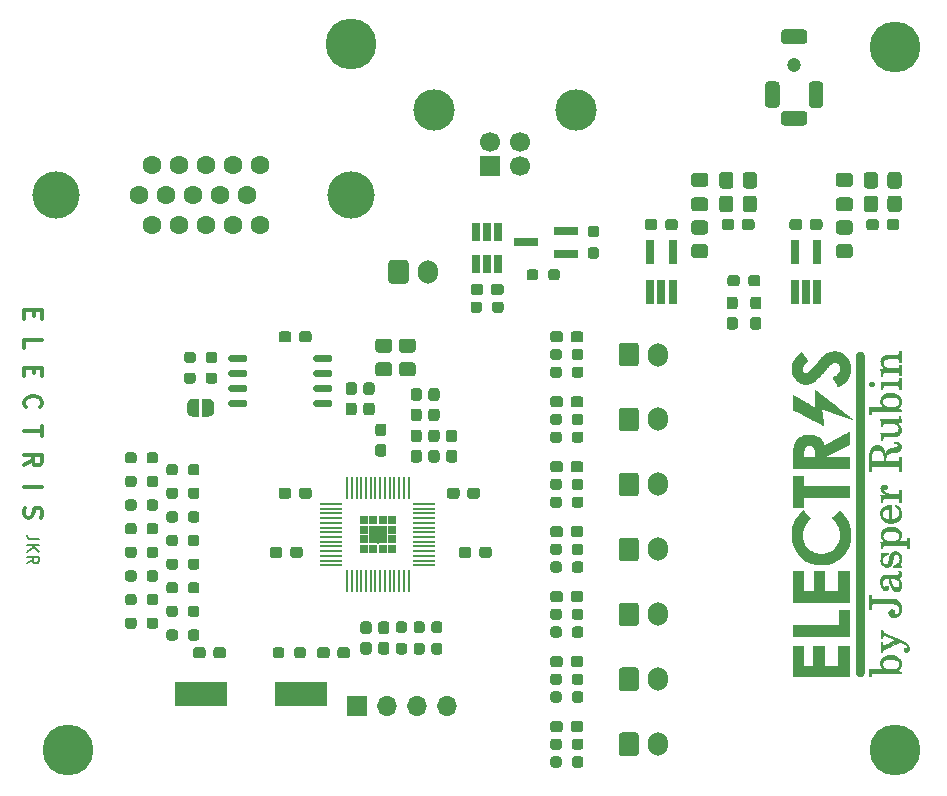
<source format=gbr>
%TF.GenerationSoftware,KiCad,Pcbnew,(5.1.9)-1*%
%TF.CreationDate,2021-08-09T23:15:38-02:30*%
%TF.ProjectId,Electris,456c6563-7472-4697-932e-6b696361645f,A*%
%TF.SameCoordinates,Original*%
%TF.FileFunction,Soldermask,Top*%
%TF.FilePolarity,Negative*%
%FSLAX46Y46*%
G04 Gerber Fmt 4.6, Leading zero omitted, Abs format (unit mm)*
G04 Created by KiCad (PCBNEW (5.1.9)-1) date 2021-08-09 23:15:38*
%MOMM*%
%LPD*%
G01*
G04 APERTURE LIST*
%ADD10C,0.150000*%
%ADD11C,0.300000*%
%ADD12C,0.010000*%
%ADD13C,4.300000*%
%ADD14R,1.700000X1.700000*%
%ADD15C,1.700000*%
%ADD16C,3.500000*%
%ADD17C,0.100000*%
%ADD18O,1.700000X1.700000*%
%ADD19C,1.200000*%
%ADD20C,4.000000*%
%ADD21C,1.600000*%
%ADD22O,1.700000X2.000000*%
%ADD23R,0.650000X2.000000*%
%ADD24R,4.500000X2.000000*%
%ADD25R,1.875000X0.200000*%
%ADD26R,0.200000X1.875000*%
%ADD27R,0.800000X0.800000*%
%ADD28C,1.524000*%
%ADD29R,2.000000X0.650000*%
%ADD30R,0.650000X1.560000*%
G04 APERTURE END LIST*
D10*
X157547619Y-76142857D02*
X156833333Y-76142857D01*
X156690476Y-76095238D01*
X156595238Y-76000000D01*
X156547619Y-75857142D01*
X156547619Y-75761904D01*
X156547619Y-76619047D02*
X157547619Y-76619047D01*
X156547619Y-77190476D02*
X157119047Y-76761904D01*
X157547619Y-77190476D02*
X156976190Y-76619047D01*
X156547619Y-78190476D02*
X157023809Y-77857142D01*
X156547619Y-77619047D02*
X157547619Y-77619047D01*
X157547619Y-78000000D01*
X157500000Y-78095238D01*
X157452380Y-78142857D01*
X157357142Y-78190476D01*
X157214285Y-78190476D01*
X157119047Y-78142857D01*
X157071428Y-78095238D01*
X157023809Y-78000000D01*
X157023809Y-77619047D01*
D11*
X157107142Y-56750000D02*
X157107142Y-57250000D01*
X156321428Y-57464285D02*
X156321428Y-56750000D01*
X157821428Y-56750000D01*
X157821428Y-57464285D01*
X156321428Y-59964285D02*
X156321428Y-59250000D01*
X157821428Y-59250000D01*
X157107142Y-61607142D02*
X157107142Y-62107142D01*
X156321428Y-62321428D02*
X156321428Y-61607142D01*
X157821428Y-61607142D01*
X157821428Y-62321428D01*
X156464285Y-64964285D02*
X156392857Y-64892857D01*
X156321428Y-64678571D01*
X156321428Y-64535714D01*
X156392857Y-64321428D01*
X156535714Y-64178571D01*
X156678571Y-64107142D01*
X156964285Y-64035714D01*
X157178571Y-64035714D01*
X157464285Y-64107142D01*
X157607142Y-64178571D01*
X157750000Y-64321428D01*
X157821428Y-64535714D01*
X157821428Y-64678571D01*
X157750000Y-64892857D01*
X157678571Y-64964285D01*
X157821428Y-66535714D02*
X157821428Y-67392857D01*
X156321428Y-66964285D02*
X157821428Y-66964285D01*
X156321428Y-69892857D02*
X157035714Y-69392857D01*
X156321428Y-69035714D02*
X157821428Y-69035714D01*
X157821428Y-69607142D01*
X157750000Y-69750000D01*
X157678571Y-69821428D01*
X157535714Y-69892857D01*
X157321428Y-69892857D01*
X157178571Y-69821428D01*
X157107142Y-69750000D01*
X157035714Y-69607142D01*
X157035714Y-69035714D01*
X156321428Y-71678571D02*
X157821428Y-71678571D01*
X156392857Y-73464285D02*
X156321428Y-73678571D01*
X156321428Y-74035714D01*
X156392857Y-74178571D01*
X156464285Y-74250000D01*
X156607142Y-74321428D01*
X156750000Y-74321428D01*
X156892857Y-74250000D01*
X156964285Y-74178571D01*
X157035714Y-74035714D01*
X157107142Y-73750000D01*
X157178571Y-73607142D01*
X157250000Y-73535714D01*
X157392857Y-73464285D01*
X157535714Y-73464285D01*
X157678571Y-73535714D01*
X157750000Y-73607142D01*
X157821428Y-73750000D01*
X157821428Y-74107142D01*
X157750000Y-74321428D01*
D12*
%TO.C,G\u002A\u002A\u002A*%
G36*
X228835983Y-84174288D02*
G01*
X228837625Y-83826625D01*
X228958473Y-83823027D01*
X228966284Y-83864202D01*
X228982982Y-83926993D01*
X229007711Y-83980439D01*
X229040979Y-84025429D01*
X229077975Y-84058921D01*
X229087738Y-84064767D01*
X229106522Y-84074312D01*
X229134575Y-84087666D01*
X229172141Y-84104937D01*
X229219468Y-84126233D01*
X229276801Y-84151664D01*
X229344387Y-84181339D01*
X229422472Y-84215364D01*
X229511302Y-84253851D01*
X229611124Y-84296906D01*
X229722183Y-84344639D01*
X229839823Y-84395059D01*
X229960841Y-84446892D01*
X230070807Y-84494054D01*
X230170360Y-84536834D01*
X230260139Y-84575522D01*
X230340784Y-84610405D01*
X230412935Y-84641772D01*
X230477230Y-84669912D01*
X230534309Y-84695114D01*
X230584811Y-84717666D01*
X230629377Y-84737858D01*
X230668644Y-84755977D01*
X230703253Y-84772312D01*
X230733843Y-84787153D01*
X230761054Y-84800787D01*
X230785524Y-84813504D01*
X230807893Y-84825592D01*
X230828801Y-84837340D01*
X230848887Y-84849036D01*
X230860100Y-84855722D01*
X230945554Y-84911700D01*
X231018887Y-84969843D01*
X231080571Y-85030686D01*
X231131077Y-85094761D01*
X231170880Y-85162602D01*
X231200452Y-85234742D01*
X231203010Y-85242675D01*
X231210959Y-85276354D01*
X231216586Y-85317150D01*
X231219702Y-85361025D01*
X231220117Y-85403936D01*
X231217643Y-85441844D01*
X231213446Y-85465891D01*
X231193495Y-85521635D01*
X231164269Y-85570971D01*
X231126985Y-85612318D01*
X231082864Y-85644094D01*
X231071559Y-85650038D01*
X231052865Y-85658572D01*
X231036328Y-85663921D01*
X231017931Y-85666809D01*
X230993652Y-85667963D01*
X230971225Y-85668125D01*
X230930825Y-85666580D01*
X230899412Y-85661134D01*
X230873558Y-85650576D01*
X230849837Y-85633695D01*
X230835188Y-85620012D01*
X230810974Y-85591294D01*
X230795923Y-85561186D01*
X230788558Y-85525891D01*
X230787184Y-85496675D01*
X230787717Y-85469113D01*
X230790138Y-85449560D01*
X230795467Y-85433359D01*
X230804725Y-85415849D01*
X230804962Y-85415445D01*
X230820685Y-85393681D01*
X230840022Y-85373412D01*
X230848803Y-85366214D01*
X230874080Y-85350400D01*
X230899141Y-85340986D01*
X230927435Y-85337351D01*
X230962413Y-85338871D01*
X230985155Y-85341598D01*
X231012967Y-85345221D01*
X231031188Y-85346751D01*
X231042779Y-85346019D01*
X231050704Y-85342855D01*
X231057526Y-85337449D01*
X231064741Y-85329401D01*
X231068396Y-85319443D01*
X231069185Y-85303893D01*
X231068007Y-85281914D01*
X231064627Y-85254562D01*
X231057711Y-85229022D01*
X231045715Y-85200189D01*
X231039185Y-85186664D01*
X231023627Y-85158041D01*
X231005835Y-85131250D01*
X230984868Y-85105604D01*
X230959784Y-85080417D01*
X230929640Y-85055005D01*
X230893494Y-85028680D01*
X230850405Y-85000757D01*
X230799429Y-84970551D01*
X230739626Y-84937375D01*
X230670052Y-84900544D01*
X230589766Y-84859372D01*
X230589189Y-84859079D01*
X230473854Y-84800623D01*
X229776567Y-85124993D01*
X229662446Y-85178135D01*
X229559483Y-85226201D01*
X229467280Y-85269382D01*
X229385439Y-85307869D01*
X229313561Y-85341852D01*
X229251248Y-85371523D01*
X229198103Y-85397074D01*
X229153727Y-85418694D01*
X229117722Y-85436576D01*
X229089690Y-85450911D01*
X229069232Y-85461889D01*
X229055951Y-85469702D01*
X229050527Y-85473544D01*
X229015016Y-85511619D01*
X228988120Y-85558523D01*
X228970402Y-85613261D01*
X228969939Y-85615381D01*
X228959287Y-85664950D01*
X228834450Y-85664950D01*
X228834450Y-84864850D01*
X228959978Y-84864850D01*
X228962643Y-84948988D01*
X228965382Y-84997541D01*
X228970517Y-85035268D01*
X228978612Y-85063911D01*
X228990230Y-85085210D01*
X229005934Y-85100906D01*
X229013405Y-85105957D01*
X229021326Y-85110795D01*
X229028746Y-85114855D01*
X229036408Y-85117859D01*
X229045056Y-85119525D01*
X229055433Y-85119575D01*
X229068280Y-85117728D01*
X229084341Y-85113705D01*
X229104359Y-85107225D01*
X229129077Y-85098009D01*
X229159238Y-85085777D01*
X229195584Y-85070248D01*
X229238858Y-85051143D01*
X229289804Y-85028183D01*
X229349164Y-85001086D01*
X229417681Y-84969573D01*
X229496098Y-84933365D01*
X229585157Y-84892181D01*
X229604496Y-84883237D01*
X229680064Y-84848284D01*
X229752272Y-84814876D01*
X229820295Y-84783394D01*
X229883311Y-84754220D01*
X229940496Y-84727734D01*
X229991027Y-84704319D01*
X230034082Y-84684355D01*
X230068836Y-84668225D01*
X230094468Y-84656309D01*
X230110152Y-84648990D01*
X230115090Y-84646643D01*
X230109811Y-84643957D01*
X230093869Y-84636941D01*
X230068366Y-84626048D01*
X230034404Y-84611730D01*
X229993085Y-84594441D01*
X229945510Y-84574632D01*
X229892782Y-84552758D01*
X229836003Y-84529270D01*
X229776273Y-84504622D01*
X229714696Y-84479267D01*
X229652373Y-84453657D01*
X229590406Y-84428245D01*
X229529897Y-84403485D01*
X229471948Y-84379828D01*
X229417660Y-84357729D01*
X229368136Y-84337639D01*
X229324477Y-84320012D01*
X229287786Y-84305301D01*
X229259164Y-84293958D01*
X229239713Y-84286436D01*
X229231325Y-84283420D01*
X229187231Y-84271997D01*
X229144445Y-84265368D01*
X229106306Y-84263871D01*
X229076359Y-84267786D01*
X229043343Y-84283000D01*
X229015337Y-84308525D01*
X228994617Y-84342273D01*
X228994176Y-84343287D01*
X228986483Y-84365710D01*
X228978502Y-84396313D01*
X228971145Y-84430634D01*
X228965320Y-84464209D01*
X228961940Y-84492578D01*
X228961450Y-84503732D01*
X228961450Y-84521950D01*
X228834341Y-84521950D01*
X228835983Y-84174288D01*
G37*
X228835983Y-84174288D02*
X228837625Y-83826625D01*
X228958473Y-83823027D01*
X228966284Y-83864202D01*
X228982982Y-83926993D01*
X229007711Y-83980439D01*
X229040979Y-84025429D01*
X229077975Y-84058921D01*
X229087738Y-84064767D01*
X229106522Y-84074312D01*
X229134575Y-84087666D01*
X229172141Y-84104937D01*
X229219468Y-84126233D01*
X229276801Y-84151664D01*
X229344387Y-84181339D01*
X229422472Y-84215364D01*
X229511302Y-84253851D01*
X229611124Y-84296906D01*
X229722183Y-84344639D01*
X229839823Y-84395059D01*
X229960841Y-84446892D01*
X230070807Y-84494054D01*
X230170360Y-84536834D01*
X230260139Y-84575522D01*
X230340784Y-84610405D01*
X230412935Y-84641772D01*
X230477230Y-84669912D01*
X230534309Y-84695114D01*
X230584811Y-84717666D01*
X230629377Y-84737858D01*
X230668644Y-84755977D01*
X230703253Y-84772312D01*
X230733843Y-84787153D01*
X230761054Y-84800787D01*
X230785524Y-84813504D01*
X230807893Y-84825592D01*
X230828801Y-84837340D01*
X230848887Y-84849036D01*
X230860100Y-84855722D01*
X230945554Y-84911700D01*
X231018887Y-84969843D01*
X231080571Y-85030686D01*
X231131077Y-85094761D01*
X231170880Y-85162602D01*
X231200452Y-85234742D01*
X231203010Y-85242675D01*
X231210959Y-85276354D01*
X231216586Y-85317150D01*
X231219702Y-85361025D01*
X231220117Y-85403936D01*
X231217643Y-85441844D01*
X231213446Y-85465891D01*
X231193495Y-85521635D01*
X231164269Y-85570971D01*
X231126985Y-85612318D01*
X231082864Y-85644094D01*
X231071559Y-85650038D01*
X231052865Y-85658572D01*
X231036328Y-85663921D01*
X231017931Y-85666809D01*
X230993652Y-85667963D01*
X230971225Y-85668125D01*
X230930825Y-85666580D01*
X230899412Y-85661134D01*
X230873558Y-85650576D01*
X230849837Y-85633695D01*
X230835188Y-85620012D01*
X230810974Y-85591294D01*
X230795923Y-85561186D01*
X230788558Y-85525891D01*
X230787184Y-85496675D01*
X230787717Y-85469113D01*
X230790138Y-85449560D01*
X230795467Y-85433359D01*
X230804725Y-85415849D01*
X230804962Y-85415445D01*
X230820685Y-85393681D01*
X230840022Y-85373412D01*
X230848803Y-85366214D01*
X230874080Y-85350400D01*
X230899141Y-85340986D01*
X230927435Y-85337351D01*
X230962413Y-85338871D01*
X230985155Y-85341598D01*
X231012967Y-85345221D01*
X231031188Y-85346751D01*
X231042779Y-85346019D01*
X231050704Y-85342855D01*
X231057526Y-85337449D01*
X231064741Y-85329401D01*
X231068396Y-85319443D01*
X231069185Y-85303893D01*
X231068007Y-85281914D01*
X231064627Y-85254562D01*
X231057711Y-85229022D01*
X231045715Y-85200189D01*
X231039185Y-85186664D01*
X231023627Y-85158041D01*
X231005835Y-85131250D01*
X230984868Y-85105604D01*
X230959784Y-85080417D01*
X230929640Y-85055005D01*
X230893494Y-85028680D01*
X230850405Y-85000757D01*
X230799429Y-84970551D01*
X230739626Y-84937375D01*
X230670052Y-84900544D01*
X230589766Y-84859372D01*
X230589189Y-84859079D01*
X230473854Y-84800623D01*
X229776567Y-85124993D01*
X229662446Y-85178135D01*
X229559483Y-85226201D01*
X229467280Y-85269382D01*
X229385439Y-85307869D01*
X229313561Y-85341852D01*
X229251248Y-85371523D01*
X229198103Y-85397074D01*
X229153727Y-85418694D01*
X229117722Y-85436576D01*
X229089690Y-85450911D01*
X229069232Y-85461889D01*
X229055951Y-85469702D01*
X229050527Y-85473544D01*
X229015016Y-85511619D01*
X228988120Y-85558523D01*
X228970402Y-85613261D01*
X228969939Y-85615381D01*
X228959287Y-85664950D01*
X228834450Y-85664950D01*
X228834450Y-84864850D01*
X228959978Y-84864850D01*
X228962643Y-84948988D01*
X228965382Y-84997541D01*
X228970517Y-85035268D01*
X228978612Y-85063911D01*
X228990230Y-85085210D01*
X229005934Y-85100906D01*
X229013405Y-85105957D01*
X229021326Y-85110795D01*
X229028746Y-85114855D01*
X229036408Y-85117859D01*
X229045056Y-85119525D01*
X229055433Y-85119575D01*
X229068280Y-85117728D01*
X229084341Y-85113705D01*
X229104359Y-85107225D01*
X229129077Y-85098009D01*
X229159238Y-85085777D01*
X229195584Y-85070248D01*
X229238858Y-85051143D01*
X229289804Y-85028183D01*
X229349164Y-85001086D01*
X229417681Y-84969573D01*
X229496098Y-84933365D01*
X229585157Y-84892181D01*
X229604496Y-84883237D01*
X229680064Y-84848284D01*
X229752272Y-84814876D01*
X229820295Y-84783394D01*
X229883311Y-84754220D01*
X229940496Y-84727734D01*
X229991027Y-84704319D01*
X230034082Y-84684355D01*
X230068836Y-84668225D01*
X230094468Y-84656309D01*
X230110152Y-84648990D01*
X230115090Y-84646643D01*
X230109811Y-84643957D01*
X230093869Y-84636941D01*
X230068366Y-84626048D01*
X230034404Y-84611730D01*
X229993085Y-84594441D01*
X229945510Y-84574632D01*
X229892782Y-84552758D01*
X229836003Y-84529270D01*
X229776273Y-84504622D01*
X229714696Y-84479267D01*
X229652373Y-84453657D01*
X229590406Y-84428245D01*
X229529897Y-84403485D01*
X229471948Y-84379828D01*
X229417660Y-84357729D01*
X229368136Y-84337639D01*
X229324477Y-84320012D01*
X229287786Y-84305301D01*
X229259164Y-84293958D01*
X229239713Y-84286436D01*
X229231325Y-84283420D01*
X229187231Y-84271997D01*
X229144445Y-84265368D01*
X229106306Y-84263871D01*
X229076359Y-84267786D01*
X229043343Y-84283000D01*
X229015337Y-84308525D01*
X228994617Y-84342273D01*
X228994176Y-84343287D01*
X228986483Y-84365710D01*
X228978502Y-84396313D01*
X228971145Y-84430634D01*
X228965320Y-84464209D01*
X228961940Y-84492578D01*
X228961450Y-84503732D01*
X228961450Y-84521950D01*
X228834341Y-84521950D01*
X228835983Y-84174288D01*
G36*
X228809939Y-76365545D02*
G01*
X228817624Y-76363033D01*
X228835725Y-76359225D01*
X228862063Y-76354458D01*
X228894459Y-76349071D01*
X228930734Y-76343400D01*
X228968710Y-76337784D01*
X229006207Y-76332560D01*
X229041048Y-76328066D01*
X229071053Y-76324639D01*
X229078925Y-76323857D01*
X229108444Y-76320964D01*
X229132870Y-76318394D01*
X229149706Y-76316424D01*
X229156454Y-76315327D01*
X229156472Y-76315312D01*
X229152166Y-76311382D01*
X229139455Y-76301710D01*
X229120364Y-76287800D01*
X229099556Y-76273011D01*
X229069451Y-76250356D01*
X229035717Y-76222647D01*
X229003389Y-76194116D01*
X228986448Y-76178050D01*
X228937603Y-76125931D01*
X228898534Y-76074434D01*
X228867018Y-76020023D01*
X228840829Y-75959159D01*
X228830744Y-75930400D01*
X228824008Y-75909230D01*
X228819201Y-75890934D01*
X228815993Y-75872625D01*
X228814054Y-75851418D01*
X228813055Y-75824425D01*
X228812666Y-75788759D01*
X228812608Y-75771650D01*
X228813070Y-75721638D01*
X228815167Y-75681021D01*
X228819569Y-75646531D01*
X228826945Y-75614901D01*
X228837962Y-75582863D01*
X228853290Y-75547149D01*
X228862645Y-75527175D01*
X228906915Y-75447871D01*
X228960507Y-75376446D01*
X229023868Y-75312460D01*
X229097441Y-75255472D01*
X229181671Y-75205042D01*
X229194223Y-75198539D01*
X229268857Y-75163487D01*
X229340549Y-75136419D01*
X229413752Y-75115963D01*
X229492920Y-75100750D01*
X229528512Y-75095660D01*
X229644908Y-75086182D01*
X229760764Y-75088034D01*
X229874300Y-75101058D01*
X229983737Y-75125099D01*
X230032441Y-75139890D01*
X230094241Y-75162471D01*
X230149591Y-75187568D01*
X230202400Y-75217295D01*
X230256579Y-75253764D01*
X230291775Y-75280073D01*
X230364792Y-75343421D01*
X230426484Y-75412115D01*
X230476721Y-75485941D01*
X230515375Y-75564684D01*
X230542318Y-75648130D01*
X230555880Y-75722303D01*
X230560437Y-75807955D01*
X230552811Y-75890270D01*
X230533156Y-75968924D01*
X230501627Y-76043592D01*
X230458379Y-76113948D01*
X230403567Y-76179668D01*
X230337344Y-76240427D01*
X230293731Y-76273292D01*
X230248508Y-76305050D01*
X230604156Y-76305050D01*
X230691241Y-76304947D01*
X230766058Y-76304631D01*
X230829039Y-76304095D01*
X230880612Y-76303329D01*
X230921210Y-76302327D01*
X230951263Y-76301079D01*
X230971202Y-76299577D01*
X230981389Y-76297836D01*
X231012335Y-76281028D01*
X231038286Y-76253787D01*
X231052742Y-76228850D01*
X231058203Y-76215057D01*
X231062151Y-76199371D01*
X231064919Y-76179220D01*
X231066838Y-76152026D01*
X231068240Y-76115216D01*
X231068484Y-76106613D01*
X231071034Y-76012950D01*
X231196650Y-76012950D01*
X231196650Y-76908760D01*
X231134737Y-76906943D01*
X231072825Y-76905125D01*
X231069525Y-76809755D01*
X231068050Y-76772016D01*
X231066363Y-76744282D01*
X231064040Y-76723858D01*
X231060658Y-76708050D01*
X231055793Y-76694164D01*
X231049058Y-76679580D01*
X231030952Y-76650743D01*
X231009951Y-76629998D01*
X231008375Y-76628900D01*
X230984858Y-76613025D01*
X230076341Y-76611244D01*
X229934030Y-76611004D01*
X229804165Y-76610868D01*
X229696674Y-76610840D01*
X229696674Y-76308809D01*
X229789674Y-76306087D01*
X229800081Y-76305409D01*
X229895379Y-76296346D01*
X229979795Y-76282822D01*
X230054487Y-76264411D01*
X230120616Y-76240684D01*
X230179342Y-76211214D01*
X230231824Y-76175575D01*
X230279222Y-76133339D01*
X230285966Y-76126407D01*
X230318972Y-76089246D01*
X230343863Y-76054421D01*
X230363396Y-76017699D01*
X230374975Y-75989609D01*
X230392548Y-75925585D01*
X230399197Y-75857328D01*
X230394810Y-75787274D01*
X230386434Y-75743743D01*
X230370681Y-75696709D01*
X230346645Y-75653540D01*
X230312541Y-75611212D01*
X230301264Y-75599423D01*
X230257068Y-75562245D01*
X230201763Y-75528559D01*
X230136582Y-75498861D01*
X230062757Y-75473649D01*
X229981522Y-75453422D01*
X229907600Y-75440524D01*
X229875544Y-75437212D01*
X229831866Y-75434685D01*
X229777623Y-75432980D01*
X229713868Y-75432138D01*
X229679000Y-75432052D01*
X229590505Y-75433199D01*
X229512775Y-75436697D01*
X229444040Y-75442849D01*
X229382532Y-75451958D01*
X229326482Y-75464325D01*
X229274121Y-75480252D01*
X229223680Y-75500043D01*
X229190187Y-75515560D01*
X229132428Y-75549896D01*
X229081479Y-75592341D01*
X229038738Y-75641252D01*
X229005601Y-75694985D01*
X228983463Y-75751896D01*
X228980844Y-75761976D01*
X228975577Y-75795596D01*
X228973484Y-75835896D01*
X228974483Y-75877859D01*
X228978491Y-75916468D01*
X228983790Y-75941503D01*
X229008789Y-76005515D01*
X229045124Y-76065006D01*
X229092024Y-76119298D01*
X229148720Y-76167714D01*
X229214444Y-76209575D01*
X229288426Y-76244203D01*
X229351975Y-76265933D01*
X229427975Y-76284181D01*
X229512785Y-76297588D01*
X229603364Y-76305886D01*
X229696674Y-76308809D01*
X229696674Y-76610840D01*
X229686496Y-76610837D01*
X229580768Y-76610913D01*
X229486729Y-76611097D01*
X229404127Y-76611390D01*
X229332709Y-76611794D01*
X229272223Y-76612310D01*
X229222416Y-76612939D01*
X229183035Y-76613684D01*
X229153828Y-76614544D01*
X229134542Y-76615522D01*
X229126134Y-76616382D01*
X229081633Y-76627675D01*
X229045142Y-76645961D01*
X229016042Y-76672107D01*
X228993714Y-76706982D01*
X228977540Y-76751452D01*
X228966901Y-76806386D01*
X228962862Y-76845439D01*
X228958275Y-76905125D01*
X228899430Y-76906953D01*
X228869410Y-76907362D01*
X228850277Y-76906233D01*
X228840288Y-76903385D01*
X228837899Y-76900603D01*
X228836840Y-76892237D01*
X228835299Y-76873030D01*
X228833360Y-76844587D01*
X228831108Y-76808519D01*
X228828627Y-76766432D01*
X228826000Y-76719936D01*
X228823312Y-76670637D01*
X228820647Y-76620145D01*
X228818089Y-76570067D01*
X228815721Y-76522012D01*
X228813628Y-76477587D01*
X228811894Y-76438402D01*
X228810603Y-76406063D01*
X228809839Y-76382179D01*
X228809686Y-76368358D01*
X228809939Y-76365545D01*
G37*
X228809939Y-76365545D02*
X228817624Y-76363033D01*
X228835725Y-76359225D01*
X228862063Y-76354458D01*
X228894459Y-76349071D01*
X228930734Y-76343400D01*
X228968710Y-76337784D01*
X229006207Y-76332560D01*
X229041048Y-76328066D01*
X229071053Y-76324639D01*
X229078925Y-76323857D01*
X229108444Y-76320964D01*
X229132870Y-76318394D01*
X229149706Y-76316424D01*
X229156454Y-76315327D01*
X229156472Y-76315312D01*
X229152166Y-76311382D01*
X229139455Y-76301710D01*
X229120364Y-76287800D01*
X229099556Y-76273011D01*
X229069451Y-76250356D01*
X229035717Y-76222647D01*
X229003389Y-76194116D01*
X228986448Y-76178050D01*
X228937603Y-76125931D01*
X228898534Y-76074434D01*
X228867018Y-76020023D01*
X228840829Y-75959159D01*
X228830744Y-75930400D01*
X228824008Y-75909230D01*
X228819201Y-75890934D01*
X228815993Y-75872625D01*
X228814054Y-75851418D01*
X228813055Y-75824425D01*
X228812666Y-75788759D01*
X228812608Y-75771650D01*
X228813070Y-75721638D01*
X228815167Y-75681021D01*
X228819569Y-75646531D01*
X228826945Y-75614901D01*
X228837962Y-75582863D01*
X228853290Y-75547149D01*
X228862645Y-75527175D01*
X228906915Y-75447871D01*
X228960507Y-75376446D01*
X229023868Y-75312460D01*
X229097441Y-75255472D01*
X229181671Y-75205042D01*
X229194223Y-75198539D01*
X229268857Y-75163487D01*
X229340549Y-75136419D01*
X229413752Y-75115963D01*
X229492920Y-75100750D01*
X229528512Y-75095660D01*
X229644908Y-75086182D01*
X229760764Y-75088034D01*
X229874300Y-75101058D01*
X229983737Y-75125099D01*
X230032441Y-75139890D01*
X230094241Y-75162471D01*
X230149591Y-75187568D01*
X230202400Y-75217295D01*
X230256579Y-75253764D01*
X230291775Y-75280073D01*
X230364792Y-75343421D01*
X230426484Y-75412115D01*
X230476721Y-75485941D01*
X230515375Y-75564684D01*
X230542318Y-75648130D01*
X230555880Y-75722303D01*
X230560437Y-75807955D01*
X230552811Y-75890270D01*
X230533156Y-75968924D01*
X230501627Y-76043592D01*
X230458379Y-76113948D01*
X230403567Y-76179668D01*
X230337344Y-76240427D01*
X230293731Y-76273292D01*
X230248508Y-76305050D01*
X230604156Y-76305050D01*
X230691241Y-76304947D01*
X230766058Y-76304631D01*
X230829039Y-76304095D01*
X230880612Y-76303329D01*
X230921210Y-76302327D01*
X230951263Y-76301079D01*
X230971202Y-76299577D01*
X230981389Y-76297836D01*
X231012335Y-76281028D01*
X231038286Y-76253787D01*
X231052742Y-76228850D01*
X231058203Y-76215057D01*
X231062151Y-76199371D01*
X231064919Y-76179220D01*
X231066838Y-76152026D01*
X231068240Y-76115216D01*
X231068484Y-76106613D01*
X231071034Y-76012950D01*
X231196650Y-76012950D01*
X231196650Y-76908760D01*
X231134737Y-76906943D01*
X231072825Y-76905125D01*
X231069525Y-76809755D01*
X231068050Y-76772016D01*
X231066363Y-76744282D01*
X231064040Y-76723858D01*
X231060658Y-76708050D01*
X231055793Y-76694164D01*
X231049058Y-76679580D01*
X231030952Y-76650743D01*
X231009951Y-76629998D01*
X231008375Y-76628900D01*
X230984858Y-76613025D01*
X230076341Y-76611244D01*
X229934030Y-76611004D01*
X229804165Y-76610868D01*
X229696674Y-76610840D01*
X229696674Y-76308809D01*
X229789674Y-76306087D01*
X229800081Y-76305409D01*
X229895379Y-76296346D01*
X229979795Y-76282822D01*
X230054487Y-76264411D01*
X230120616Y-76240684D01*
X230179342Y-76211214D01*
X230231824Y-76175575D01*
X230279222Y-76133339D01*
X230285966Y-76126407D01*
X230318972Y-76089246D01*
X230343863Y-76054421D01*
X230363396Y-76017699D01*
X230374975Y-75989609D01*
X230392548Y-75925585D01*
X230399197Y-75857328D01*
X230394810Y-75787274D01*
X230386434Y-75743743D01*
X230370681Y-75696709D01*
X230346645Y-75653540D01*
X230312541Y-75611212D01*
X230301264Y-75599423D01*
X230257068Y-75562245D01*
X230201763Y-75528559D01*
X230136582Y-75498861D01*
X230062757Y-75473649D01*
X229981522Y-75453422D01*
X229907600Y-75440524D01*
X229875544Y-75437212D01*
X229831866Y-75434685D01*
X229777623Y-75432980D01*
X229713868Y-75432138D01*
X229679000Y-75432052D01*
X229590505Y-75433199D01*
X229512775Y-75436697D01*
X229444040Y-75442849D01*
X229382532Y-75451958D01*
X229326482Y-75464325D01*
X229274121Y-75480252D01*
X229223680Y-75500043D01*
X229190187Y-75515560D01*
X229132428Y-75549896D01*
X229081479Y-75592341D01*
X229038738Y-75641252D01*
X229005601Y-75694985D01*
X228983463Y-75751896D01*
X228980844Y-75761976D01*
X228975577Y-75795596D01*
X228973484Y-75835896D01*
X228974483Y-75877859D01*
X228978491Y-75916468D01*
X228983790Y-75941503D01*
X229008789Y-76005515D01*
X229045124Y-76065006D01*
X229092024Y-76119298D01*
X229148720Y-76167714D01*
X229214444Y-76209575D01*
X229288426Y-76244203D01*
X229351975Y-76265933D01*
X229427975Y-76284181D01*
X229512785Y-76297588D01*
X229603364Y-76305886D01*
X229696674Y-76308809D01*
X229696674Y-76610840D01*
X229686496Y-76610837D01*
X229580768Y-76610913D01*
X229486729Y-76611097D01*
X229404127Y-76611390D01*
X229332709Y-76611794D01*
X229272223Y-76612310D01*
X229222416Y-76612939D01*
X229183035Y-76613684D01*
X229153828Y-76614544D01*
X229134542Y-76615522D01*
X229126134Y-76616382D01*
X229081633Y-76627675D01*
X229045142Y-76645961D01*
X229016042Y-76672107D01*
X228993714Y-76706982D01*
X228977540Y-76751452D01*
X228966901Y-76806386D01*
X228962862Y-76845439D01*
X228958275Y-76905125D01*
X228899430Y-76906953D01*
X228869410Y-76907362D01*
X228850277Y-76906233D01*
X228840288Y-76903385D01*
X228837899Y-76900603D01*
X228836840Y-76892237D01*
X228835299Y-76873030D01*
X228833360Y-76844587D01*
X228831108Y-76808519D01*
X228828627Y-76766432D01*
X228826000Y-76719936D01*
X228823312Y-76670637D01*
X228820647Y-76620145D01*
X228818089Y-76570067D01*
X228815721Y-76522012D01*
X228813628Y-76477587D01*
X228811894Y-76438402D01*
X228810603Y-76406063D01*
X228809839Y-76382179D01*
X228809686Y-76368358D01*
X228809939Y-76365545D01*
G36*
X228002600Y-80851650D02*
G01*
X228002796Y-80935788D01*
X228003912Y-80997631D01*
X228007213Y-81048235D01*
X228013100Y-81088934D01*
X228021974Y-81121062D01*
X228034236Y-81145955D01*
X228050290Y-81164946D01*
X228070535Y-81179370D01*
X228077122Y-81182828D01*
X228107375Y-81197725D01*
X229044000Y-81201215D01*
X229179350Y-81201744D01*
X229302478Y-81202280D01*
X229413863Y-81202828D01*
X229513984Y-81203393D01*
X229603319Y-81203982D01*
X229682345Y-81204601D01*
X229751542Y-81205254D01*
X229811389Y-81205947D01*
X229862362Y-81206686D01*
X229904942Y-81207477D01*
X229939606Y-81208324D01*
X229966833Y-81209235D01*
X229987101Y-81210214D01*
X230000888Y-81211266D01*
X230008674Y-81212399D01*
X230009200Y-81212532D01*
X230090022Y-81237864D01*
X230160682Y-81267206D01*
X230223410Y-81301785D01*
X230280433Y-81342829D01*
X230333588Y-81391169D01*
X230394475Y-81461382D01*
X230446612Y-81540288D01*
X230489539Y-81626961D01*
X230522799Y-81720473D01*
X230545931Y-81819898D01*
X230545953Y-81820025D01*
X230550974Y-81856890D01*
X230554873Y-81901811D01*
X230557533Y-81951106D01*
X230558838Y-82001089D01*
X230558671Y-82048078D01*
X230556917Y-82088388D01*
X230555051Y-82107847D01*
X230537625Y-82204897D01*
X230510602Y-82293971D01*
X230473623Y-82375813D01*
X230426328Y-82451164D01*
X230368357Y-82520769D01*
X230341714Y-82547536D01*
X230281293Y-82599492D01*
X230219263Y-82640574D01*
X230152702Y-82672539D01*
X230106764Y-82688902D01*
X230030204Y-82707577D01*
X229951495Y-82716588D01*
X229872938Y-82716063D01*
X229796837Y-82706131D01*
X229725494Y-82686917D01*
X229673237Y-82664872D01*
X229628760Y-82637708D01*
X229586322Y-82603001D01*
X229548954Y-82563716D01*
X229519689Y-82522818D01*
X229510414Y-82505604D01*
X229488189Y-82445792D01*
X229478328Y-82385134D01*
X229480845Y-82324653D01*
X229495755Y-82265370D01*
X229506692Y-82238966D01*
X229536444Y-82189214D01*
X229574372Y-82148999D01*
X229619841Y-82118712D01*
X229672217Y-82098744D01*
X229730864Y-82089485D01*
X229750590Y-82088849D01*
X229806231Y-82092836D01*
X229854525Y-82105864D01*
X229897871Y-82128828D01*
X229932603Y-82156820D01*
X229963441Y-82191616D01*
X229983836Y-82229282D01*
X229994070Y-82271184D01*
X229994427Y-82318688D01*
X229985188Y-82373159D01*
X229980861Y-82390066D01*
X229973337Y-82420737D01*
X229968799Y-82445838D01*
X229967699Y-82462646D01*
X229968263Y-82466252D01*
X229981738Y-82489982D01*
X230004890Y-82507157D01*
X230036207Y-82517225D01*
X230074173Y-82519632D01*
X230105207Y-82516237D01*
X230160935Y-82500173D01*
X230213773Y-82472714D01*
X230262694Y-82435028D01*
X230306676Y-82388281D01*
X230344694Y-82333641D01*
X230375725Y-82272275D01*
X230398743Y-82205351D01*
X230406359Y-82173020D01*
X230413231Y-82123889D01*
X230415736Y-82069297D01*
X230414053Y-82013247D01*
X230408364Y-81959737D01*
X230398848Y-81912769D01*
X230393867Y-81896286D01*
X230364886Y-81828699D01*
X230326680Y-81769200D01*
X230279000Y-81717590D01*
X230221601Y-81673669D01*
X230154235Y-81637236D01*
X230076654Y-81608093D01*
X230018725Y-81592519D01*
X230010672Y-81590695D01*
X230002575Y-81589045D01*
X229993783Y-81587558D01*
X229983647Y-81586224D01*
X229971519Y-81585032D01*
X229956748Y-81583973D01*
X229938686Y-81583037D01*
X229916683Y-81582212D01*
X229890090Y-81581490D01*
X229858258Y-81580859D01*
X229820537Y-81580309D01*
X229776280Y-81579831D01*
X229724835Y-81579414D01*
X229665555Y-81579047D01*
X229597789Y-81578721D01*
X229520889Y-81578425D01*
X229434205Y-81578150D01*
X229337089Y-81577884D01*
X229228890Y-81577618D01*
X229108961Y-81577342D01*
X229045436Y-81577199D01*
X228907930Y-81576921D01*
X228782742Y-81576735D01*
X228669490Y-81576644D01*
X228567792Y-81576648D01*
X228477266Y-81576750D01*
X228397531Y-81576952D01*
X228328205Y-81577257D01*
X228268906Y-81577666D01*
X228219253Y-81578181D01*
X228178862Y-81578804D01*
X228147354Y-81579538D01*
X228124345Y-81580385D01*
X228109454Y-81581346D01*
X228102692Y-81582307D01*
X228072122Y-81596736D01*
X228045527Y-81621231D01*
X228025315Y-81653257D01*
X228018457Y-81670975D01*
X228014752Y-81685451D01*
X228011770Y-81703749D01*
X228009386Y-81727563D01*
X228007475Y-81758587D01*
X228005911Y-81798517D01*
X228004568Y-81849046D01*
X228004266Y-81862888D01*
X228000948Y-82020050D01*
X227869250Y-82020050D01*
X227869250Y-80851650D01*
X228002600Y-80851650D01*
G37*
X228002600Y-80851650D02*
X228002796Y-80935788D01*
X228003912Y-80997631D01*
X228007213Y-81048235D01*
X228013100Y-81088934D01*
X228021974Y-81121062D01*
X228034236Y-81145955D01*
X228050290Y-81164946D01*
X228070535Y-81179370D01*
X228077122Y-81182828D01*
X228107375Y-81197725D01*
X229044000Y-81201215D01*
X229179350Y-81201744D01*
X229302478Y-81202280D01*
X229413863Y-81202828D01*
X229513984Y-81203393D01*
X229603319Y-81203982D01*
X229682345Y-81204601D01*
X229751542Y-81205254D01*
X229811389Y-81205947D01*
X229862362Y-81206686D01*
X229904942Y-81207477D01*
X229939606Y-81208324D01*
X229966833Y-81209235D01*
X229987101Y-81210214D01*
X230000888Y-81211266D01*
X230008674Y-81212399D01*
X230009200Y-81212532D01*
X230090022Y-81237864D01*
X230160682Y-81267206D01*
X230223410Y-81301785D01*
X230280433Y-81342829D01*
X230333588Y-81391169D01*
X230394475Y-81461382D01*
X230446612Y-81540288D01*
X230489539Y-81626961D01*
X230522799Y-81720473D01*
X230545931Y-81819898D01*
X230545953Y-81820025D01*
X230550974Y-81856890D01*
X230554873Y-81901811D01*
X230557533Y-81951106D01*
X230558838Y-82001089D01*
X230558671Y-82048078D01*
X230556917Y-82088388D01*
X230555051Y-82107847D01*
X230537625Y-82204897D01*
X230510602Y-82293971D01*
X230473623Y-82375813D01*
X230426328Y-82451164D01*
X230368357Y-82520769D01*
X230341714Y-82547536D01*
X230281293Y-82599492D01*
X230219263Y-82640574D01*
X230152702Y-82672539D01*
X230106764Y-82688902D01*
X230030204Y-82707577D01*
X229951495Y-82716588D01*
X229872938Y-82716063D01*
X229796837Y-82706131D01*
X229725494Y-82686917D01*
X229673237Y-82664872D01*
X229628760Y-82637708D01*
X229586322Y-82603001D01*
X229548954Y-82563716D01*
X229519689Y-82522818D01*
X229510414Y-82505604D01*
X229488189Y-82445792D01*
X229478328Y-82385134D01*
X229480845Y-82324653D01*
X229495755Y-82265370D01*
X229506692Y-82238966D01*
X229536444Y-82189214D01*
X229574372Y-82148999D01*
X229619841Y-82118712D01*
X229672217Y-82098744D01*
X229730864Y-82089485D01*
X229750590Y-82088849D01*
X229806231Y-82092836D01*
X229854525Y-82105864D01*
X229897871Y-82128828D01*
X229932603Y-82156820D01*
X229963441Y-82191616D01*
X229983836Y-82229282D01*
X229994070Y-82271184D01*
X229994427Y-82318688D01*
X229985188Y-82373159D01*
X229980861Y-82390066D01*
X229973337Y-82420737D01*
X229968799Y-82445838D01*
X229967699Y-82462646D01*
X229968263Y-82466252D01*
X229981738Y-82489982D01*
X230004890Y-82507157D01*
X230036207Y-82517225D01*
X230074173Y-82519632D01*
X230105207Y-82516237D01*
X230160935Y-82500173D01*
X230213773Y-82472714D01*
X230262694Y-82435028D01*
X230306676Y-82388281D01*
X230344694Y-82333641D01*
X230375725Y-82272275D01*
X230398743Y-82205351D01*
X230406359Y-82173020D01*
X230413231Y-82123889D01*
X230415736Y-82069297D01*
X230414053Y-82013247D01*
X230408364Y-81959737D01*
X230398848Y-81912769D01*
X230393867Y-81896286D01*
X230364886Y-81828699D01*
X230326680Y-81769200D01*
X230279000Y-81717590D01*
X230221601Y-81673669D01*
X230154235Y-81637236D01*
X230076654Y-81608093D01*
X230018725Y-81592519D01*
X230010672Y-81590695D01*
X230002575Y-81589045D01*
X229993783Y-81587558D01*
X229983647Y-81586224D01*
X229971519Y-81585032D01*
X229956748Y-81583973D01*
X229938686Y-81583037D01*
X229916683Y-81582212D01*
X229890090Y-81581490D01*
X229858258Y-81580859D01*
X229820537Y-81580309D01*
X229776280Y-81579831D01*
X229724835Y-81579414D01*
X229665555Y-81579047D01*
X229597789Y-81578721D01*
X229520889Y-81578425D01*
X229434205Y-81578150D01*
X229337089Y-81577884D01*
X229228890Y-81577618D01*
X229108961Y-81577342D01*
X229045436Y-81577199D01*
X228907930Y-81576921D01*
X228782742Y-81576735D01*
X228669490Y-81576644D01*
X228567792Y-81576648D01*
X228477266Y-81576750D01*
X228397531Y-81576952D01*
X228328205Y-81577257D01*
X228268906Y-81577666D01*
X228219253Y-81578181D01*
X228178862Y-81578804D01*
X228147354Y-81579538D01*
X228124345Y-81580385D01*
X228109454Y-81581346D01*
X228102692Y-81582307D01*
X228072122Y-81596736D01*
X228045527Y-81621231D01*
X228025315Y-81653257D01*
X228018457Y-81670975D01*
X228014752Y-81685451D01*
X228011770Y-81703749D01*
X228009386Y-81727563D01*
X228007475Y-81758587D01*
X228005911Y-81798517D01*
X228004568Y-81849046D01*
X228004266Y-81862888D01*
X228000948Y-82020050D01*
X227869250Y-82020050D01*
X227869250Y-80851650D01*
X228002600Y-80851650D01*
G36*
X228791576Y-79675795D02*
G01*
X228796627Y-79607934D01*
X228805636Y-79547422D01*
X228819086Y-79491764D01*
X228837460Y-79438462D01*
X228861242Y-79385021D01*
X228861350Y-79384800D01*
X228877897Y-79352541D01*
X228893072Y-79327328D01*
X228909925Y-79304928D01*
X228931508Y-79281106D01*
X228948395Y-79263970D01*
X228997333Y-79220300D01*
X229047248Y-79186774D01*
X229101768Y-79161116D01*
X229126550Y-79152258D01*
X229133440Y-79150215D01*
X229141506Y-79148414D01*
X229151588Y-79146831D01*
X229164528Y-79145445D01*
X229181168Y-79144233D01*
X229202349Y-79143175D01*
X229228912Y-79142247D01*
X229261699Y-79141427D01*
X229301552Y-79140694D01*
X229349312Y-79140025D01*
X229405821Y-79139398D01*
X229471919Y-79138791D01*
X229548450Y-79138183D01*
X229636253Y-79137550D01*
X229704400Y-79137084D01*
X229807493Y-79136341D01*
X229898479Y-79135576D01*
X229977947Y-79134779D01*
X230046490Y-79133937D01*
X230104700Y-79133039D01*
X230153167Y-79132071D01*
X230192483Y-79131022D01*
X230223241Y-79129881D01*
X230246030Y-79128634D01*
X230261444Y-79127271D01*
X230270073Y-79125778D01*
X230270675Y-79125592D01*
X230298928Y-79112903D01*
X230327242Y-79094849D01*
X230351535Y-79074416D01*
X230367719Y-79054600D01*
X230376310Y-79034104D01*
X230379943Y-79008567D01*
X230380200Y-78992465D01*
X230378993Y-78970128D01*
X230375069Y-78950581D01*
X230367109Y-78929299D01*
X230353795Y-78901763D01*
X230353704Y-78901586D01*
X230327664Y-78850617D01*
X230376381Y-78819539D01*
X230425098Y-78788460D01*
X230446228Y-78808818D01*
X230470349Y-78836216D01*
X230495234Y-78871521D01*
X230518187Y-78910417D01*
X230536515Y-78948591D01*
X230541491Y-78961407D01*
X230549273Y-78985259D01*
X230554185Y-79007157D01*
X230556846Y-79031429D01*
X230557872Y-79062404D01*
X230557962Y-79076825D01*
X230554312Y-79139282D01*
X230542536Y-79193376D01*
X230521766Y-79241168D01*
X230491132Y-79284715D01*
X230454647Y-79321770D01*
X230435486Y-79336522D01*
X230408113Y-79354561D01*
X230375897Y-79373960D01*
X230342208Y-79392793D01*
X230310414Y-79409131D01*
X230283885Y-79421049D01*
X230275900Y-79424012D01*
X230274624Y-79428548D01*
X230280998Y-79439318D01*
X230295573Y-79457060D01*
X230318903Y-79482511D01*
X230323048Y-79486888D01*
X230378753Y-79547878D01*
X230424778Y-79603858D01*
X230462171Y-79656619D01*
X230491977Y-79707954D01*
X230515242Y-79759653D01*
X230533012Y-79813509D01*
X230545767Y-79868356D01*
X230550782Y-79902398D01*
X230554710Y-79944952D01*
X230557431Y-79992341D01*
X230558825Y-80040889D01*
X230558774Y-80086920D01*
X230557158Y-80126756D01*
X230554900Y-80149975D01*
X230539161Y-80232546D01*
X230515648Y-80307552D01*
X230497226Y-80349786D01*
X230469580Y-80396089D01*
X230434220Y-80440208D01*
X230394028Y-80479152D01*
X230351880Y-80509931D01*
X230333004Y-80520341D01*
X230269769Y-80544533D01*
X230203873Y-80556843D01*
X230136664Y-80557440D01*
X230105421Y-80552348D01*
X230105421Y-80217684D01*
X230147839Y-80217099D01*
X230188555Y-80213975D01*
X230223188Y-80208435D01*
X230235985Y-80205073D01*
X230290782Y-80182094D01*
X230336648Y-80150523D01*
X230373062Y-80110926D01*
X230399504Y-80063875D01*
X230415454Y-80009936D01*
X230415716Y-80008495D01*
X230418815Y-79973614D01*
X230417761Y-79931090D01*
X230412926Y-79885141D01*
X230404686Y-79839990D01*
X230398716Y-79816600D01*
X230373729Y-79749937D01*
X230337922Y-79687164D01*
X230290448Y-79626852D01*
X230279748Y-79615242D01*
X230218152Y-79558210D01*
X230151660Y-79512740D01*
X230079423Y-79478354D01*
X230000590Y-79454576D01*
X229988830Y-79452036D01*
X229967986Y-79448507D01*
X229942944Y-79445834D01*
X229911916Y-79443930D01*
X229873116Y-79442708D01*
X229824754Y-79442082D01*
X229781026Y-79441950D01*
X229622167Y-79441950D01*
X229625049Y-79459413D01*
X229641757Y-79555803D01*
X229658340Y-79641021D01*
X229675214Y-79716581D01*
X229692797Y-79783999D01*
X229711505Y-79844791D01*
X229731755Y-79900472D01*
X229753966Y-79952558D01*
X229769922Y-79985744D01*
X229806895Y-80050477D01*
X229847315Y-80103590D01*
X229892161Y-80145920D01*
X229942413Y-80178306D01*
X229999051Y-80201586D01*
X230033005Y-80210750D01*
X230065682Y-80215609D01*
X230105421Y-80217684D01*
X230105421Y-80552348D01*
X230069488Y-80546491D01*
X230003694Y-80524166D01*
X229940630Y-80490633D01*
X229907112Y-80467101D01*
X229854221Y-80419495D01*
X229803541Y-80360151D01*
X229755415Y-80289891D01*
X229710187Y-80209537D01*
X229668199Y-80119913D01*
X229629796Y-80021842D01*
X229595321Y-79916146D01*
X229565117Y-79803649D01*
X229539527Y-79685174D01*
X229518895Y-79561542D01*
X229513843Y-79524500D01*
X229510271Y-79497886D01*
X229506933Y-79474695D01*
X229504413Y-79458921D01*
X229503905Y-79456238D01*
X229500958Y-79441950D01*
X229349244Y-79441950D01*
X229299490Y-79442070D01*
X229260505Y-79442509D01*
X229230358Y-79443389D01*
X229207121Y-79444833D01*
X229188864Y-79446963D01*
X229173656Y-79449900D01*
X229159569Y-79453767D01*
X229158877Y-79453981D01*
X229104756Y-79477332D01*
X229055550Y-79511594D01*
X229012387Y-79555555D01*
X228976396Y-79608003D01*
X228948708Y-79667725D01*
X228942331Y-79686425D01*
X228931412Y-79734014D01*
X228925409Y-79789224D01*
X228924440Y-79847921D01*
X228928620Y-79905968D01*
X228935063Y-79945920D01*
X228948721Y-79998505D01*
X228966681Y-80047164D01*
X228987921Y-80090036D01*
X229011420Y-80125258D01*
X229036156Y-80150971D01*
X229053854Y-80162406D01*
X229068727Y-80167863D01*
X229083436Y-80168836D01*
X229100264Y-80164600D01*
X229121496Y-80154431D01*
X229149415Y-80137607D01*
X229166009Y-80126858D01*
X229201332Y-80104933D01*
X229230374Y-80090249D01*
X229256329Y-80081588D01*
X229282390Y-80077733D01*
X229296174Y-80077229D01*
X229342303Y-80082861D01*
X229384147Y-80099852D01*
X229420061Y-80127138D01*
X229448401Y-80163655D01*
X229457756Y-80181725D01*
X229469516Y-80220904D01*
X229473133Y-80265092D01*
X229468668Y-80309603D01*
X229456178Y-80349748D01*
X229455631Y-80350940D01*
X229429459Y-80393414D01*
X229394571Y-80428572D01*
X229357835Y-80451853D01*
X229323203Y-80463492D01*
X229281165Y-80469666D01*
X229235848Y-80470222D01*
X229191381Y-80465008D01*
X229166373Y-80458910D01*
X229111183Y-80435991D01*
X229056927Y-80401619D01*
X229004866Y-80357034D01*
X228956263Y-80303478D01*
X228912378Y-80242194D01*
X228874473Y-80174422D01*
X228871865Y-80169025D01*
X228843121Y-80101812D01*
X228821090Y-80033531D01*
X228805298Y-79961777D01*
X228795270Y-79884144D01*
X228790533Y-79798227D01*
X228790000Y-79753502D01*
X228791576Y-79675795D01*
G37*
X228791576Y-79675795D02*
X228796627Y-79607934D01*
X228805636Y-79547422D01*
X228819086Y-79491764D01*
X228837460Y-79438462D01*
X228861242Y-79385021D01*
X228861350Y-79384800D01*
X228877897Y-79352541D01*
X228893072Y-79327328D01*
X228909925Y-79304928D01*
X228931508Y-79281106D01*
X228948395Y-79263970D01*
X228997333Y-79220300D01*
X229047248Y-79186774D01*
X229101768Y-79161116D01*
X229126550Y-79152258D01*
X229133440Y-79150215D01*
X229141506Y-79148414D01*
X229151588Y-79146831D01*
X229164528Y-79145445D01*
X229181168Y-79144233D01*
X229202349Y-79143175D01*
X229228912Y-79142247D01*
X229261699Y-79141427D01*
X229301552Y-79140694D01*
X229349312Y-79140025D01*
X229405821Y-79139398D01*
X229471919Y-79138791D01*
X229548450Y-79138183D01*
X229636253Y-79137550D01*
X229704400Y-79137084D01*
X229807493Y-79136341D01*
X229898479Y-79135576D01*
X229977947Y-79134779D01*
X230046490Y-79133937D01*
X230104700Y-79133039D01*
X230153167Y-79132071D01*
X230192483Y-79131022D01*
X230223241Y-79129881D01*
X230246030Y-79128634D01*
X230261444Y-79127271D01*
X230270073Y-79125778D01*
X230270675Y-79125592D01*
X230298928Y-79112903D01*
X230327242Y-79094849D01*
X230351535Y-79074416D01*
X230367719Y-79054600D01*
X230376310Y-79034104D01*
X230379943Y-79008567D01*
X230380200Y-78992465D01*
X230378993Y-78970128D01*
X230375069Y-78950581D01*
X230367109Y-78929299D01*
X230353795Y-78901763D01*
X230353704Y-78901586D01*
X230327664Y-78850617D01*
X230376381Y-78819539D01*
X230425098Y-78788460D01*
X230446228Y-78808818D01*
X230470349Y-78836216D01*
X230495234Y-78871521D01*
X230518187Y-78910417D01*
X230536515Y-78948591D01*
X230541491Y-78961407D01*
X230549273Y-78985259D01*
X230554185Y-79007157D01*
X230556846Y-79031429D01*
X230557872Y-79062404D01*
X230557962Y-79076825D01*
X230554312Y-79139282D01*
X230542536Y-79193376D01*
X230521766Y-79241168D01*
X230491132Y-79284715D01*
X230454647Y-79321770D01*
X230435486Y-79336522D01*
X230408113Y-79354561D01*
X230375897Y-79373960D01*
X230342208Y-79392793D01*
X230310414Y-79409131D01*
X230283885Y-79421049D01*
X230275900Y-79424012D01*
X230274624Y-79428548D01*
X230280998Y-79439318D01*
X230295573Y-79457060D01*
X230318903Y-79482511D01*
X230323048Y-79486888D01*
X230378753Y-79547878D01*
X230424778Y-79603858D01*
X230462171Y-79656619D01*
X230491977Y-79707954D01*
X230515242Y-79759653D01*
X230533012Y-79813509D01*
X230545767Y-79868356D01*
X230550782Y-79902398D01*
X230554710Y-79944952D01*
X230557431Y-79992341D01*
X230558825Y-80040889D01*
X230558774Y-80086920D01*
X230557158Y-80126756D01*
X230554900Y-80149975D01*
X230539161Y-80232546D01*
X230515648Y-80307552D01*
X230497226Y-80349786D01*
X230469580Y-80396089D01*
X230434220Y-80440208D01*
X230394028Y-80479152D01*
X230351880Y-80509931D01*
X230333004Y-80520341D01*
X230269769Y-80544533D01*
X230203873Y-80556843D01*
X230136664Y-80557440D01*
X230105421Y-80552348D01*
X230105421Y-80217684D01*
X230147839Y-80217099D01*
X230188555Y-80213975D01*
X230223188Y-80208435D01*
X230235985Y-80205073D01*
X230290782Y-80182094D01*
X230336648Y-80150523D01*
X230373062Y-80110926D01*
X230399504Y-80063875D01*
X230415454Y-80009936D01*
X230415716Y-80008495D01*
X230418815Y-79973614D01*
X230417761Y-79931090D01*
X230412926Y-79885141D01*
X230404686Y-79839990D01*
X230398716Y-79816600D01*
X230373729Y-79749937D01*
X230337922Y-79687164D01*
X230290448Y-79626852D01*
X230279748Y-79615242D01*
X230218152Y-79558210D01*
X230151660Y-79512740D01*
X230079423Y-79478354D01*
X230000590Y-79454576D01*
X229988830Y-79452036D01*
X229967986Y-79448507D01*
X229942944Y-79445834D01*
X229911916Y-79443930D01*
X229873116Y-79442708D01*
X229824754Y-79442082D01*
X229781026Y-79441950D01*
X229622167Y-79441950D01*
X229625049Y-79459413D01*
X229641757Y-79555803D01*
X229658340Y-79641021D01*
X229675214Y-79716581D01*
X229692797Y-79783999D01*
X229711505Y-79844791D01*
X229731755Y-79900472D01*
X229753966Y-79952558D01*
X229769922Y-79985744D01*
X229806895Y-80050477D01*
X229847315Y-80103590D01*
X229892161Y-80145920D01*
X229942413Y-80178306D01*
X229999051Y-80201586D01*
X230033005Y-80210750D01*
X230065682Y-80215609D01*
X230105421Y-80217684D01*
X230105421Y-80552348D01*
X230069488Y-80546491D01*
X230003694Y-80524166D01*
X229940630Y-80490633D01*
X229907112Y-80467101D01*
X229854221Y-80419495D01*
X229803541Y-80360151D01*
X229755415Y-80289891D01*
X229710187Y-80209537D01*
X229668199Y-80119913D01*
X229629796Y-80021842D01*
X229595321Y-79916146D01*
X229565117Y-79803649D01*
X229539527Y-79685174D01*
X229518895Y-79561542D01*
X229513843Y-79524500D01*
X229510271Y-79497886D01*
X229506933Y-79474695D01*
X229504413Y-79458921D01*
X229503905Y-79456238D01*
X229500958Y-79441950D01*
X229349244Y-79441950D01*
X229299490Y-79442070D01*
X229260505Y-79442509D01*
X229230358Y-79443389D01*
X229207121Y-79444833D01*
X229188864Y-79446963D01*
X229173656Y-79449900D01*
X229159569Y-79453767D01*
X229158877Y-79453981D01*
X229104756Y-79477332D01*
X229055550Y-79511594D01*
X229012387Y-79555555D01*
X228976396Y-79608003D01*
X228948708Y-79667725D01*
X228942331Y-79686425D01*
X228931412Y-79734014D01*
X228925409Y-79789224D01*
X228924440Y-79847921D01*
X228928620Y-79905968D01*
X228935063Y-79945920D01*
X228948721Y-79998505D01*
X228966681Y-80047164D01*
X228987921Y-80090036D01*
X229011420Y-80125258D01*
X229036156Y-80150971D01*
X229053854Y-80162406D01*
X229068727Y-80167863D01*
X229083436Y-80168836D01*
X229100264Y-80164600D01*
X229121496Y-80154431D01*
X229149415Y-80137607D01*
X229166009Y-80126858D01*
X229201332Y-80104933D01*
X229230374Y-80090249D01*
X229256329Y-80081588D01*
X229282390Y-80077733D01*
X229296174Y-80077229D01*
X229342303Y-80082861D01*
X229384147Y-80099852D01*
X229420061Y-80127138D01*
X229448401Y-80163655D01*
X229457756Y-80181725D01*
X229469516Y-80220904D01*
X229473133Y-80265092D01*
X229468668Y-80309603D01*
X229456178Y-80349748D01*
X229455631Y-80350940D01*
X229429459Y-80393414D01*
X229394571Y-80428572D01*
X229357835Y-80451853D01*
X229323203Y-80463492D01*
X229281165Y-80469666D01*
X229235848Y-80470222D01*
X229191381Y-80465008D01*
X229166373Y-80458910D01*
X229111183Y-80435991D01*
X229056927Y-80401619D01*
X229004866Y-80357034D01*
X228956263Y-80303478D01*
X228912378Y-80242194D01*
X228874473Y-80174422D01*
X228871865Y-80169025D01*
X228843121Y-80101812D01*
X228821090Y-80033531D01*
X228805298Y-79961777D01*
X228795270Y-79884144D01*
X228790533Y-79798227D01*
X228790000Y-79753502D01*
X228791576Y-79675795D01*
G36*
X228811967Y-77822593D02*
G01*
X228828295Y-77740277D01*
X228854620Y-77659869D01*
X228890944Y-77582765D01*
X228922368Y-77531438D01*
X228941158Y-77503700D01*
X228877994Y-77443073D01*
X228814829Y-77382445D01*
X228818575Y-77311691D01*
X229078925Y-77291561D01*
X229136701Y-77287085D01*
X229191825Y-77282799D01*
X229242717Y-77278827D01*
X229287796Y-77275293D01*
X229325481Y-77272321D01*
X229354193Y-77270035D01*
X229372350Y-77268558D01*
X229375787Y-77268267D01*
X229412300Y-77265105D01*
X229412296Y-77326415D01*
X229412293Y-77387725D01*
X229359909Y-77405722D01*
X229323870Y-77419454D01*
X229283026Y-77437187D01*
X229241087Y-77457118D01*
X229201764Y-77477445D01*
X229168769Y-77496365D01*
X229155159Y-77505177D01*
X229092345Y-77555409D01*
X229040420Y-77612178D01*
X228999384Y-77675481D01*
X228969239Y-77745314D01*
X228949987Y-77821676D01*
X228941630Y-77904561D01*
X228941242Y-77927475D01*
X228943262Y-77986761D01*
X228949828Y-78037184D01*
X228961612Y-78081976D01*
X228979287Y-78124368D01*
X228984204Y-78134021D01*
X229017974Y-78186977D01*
X229057728Y-78228772D01*
X229103386Y-78259356D01*
X229154868Y-78278676D01*
X229212095Y-78286684D01*
X229223822Y-78286923D01*
X229252319Y-78286266D01*
X229273705Y-78283352D01*
X229293525Y-78276984D01*
X229314435Y-78267398D01*
X229351204Y-78244027D01*
X229385979Y-78212466D01*
X229414574Y-78176829D01*
X229425490Y-78158288D01*
X229438173Y-78131575D01*
X229449819Y-78102708D01*
X229460820Y-78070206D01*
X229471564Y-78032591D01*
X229482440Y-77988385D01*
X229493837Y-77936108D01*
X229506146Y-77874282D01*
X229519754Y-77801427D01*
X229520506Y-77797300D01*
X229529843Y-77747195D01*
X229539570Y-77697074D01*
X229549157Y-77649521D01*
X229558077Y-77607117D01*
X229565798Y-77572443D01*
X229571033Y-77550941D01*
X229597809Y-77467212D01*
X229631735Y-77393923D01*
X229672940Y-77330937D01*
X229721550Y-77278114D01*
X229777690Y-77235315D01*
X229841488Y-77202401D01*
X229908173Y-77180448D01*
X229932769Y-77174809D01*
X229955500Y-77171244D01*
X229980053Y-77169478D01*
X230010115Y-77169238D01*
X230046670Y-77170157D01*
X230114296Y-77175237D01*
X230173435Y-77186360D01*
X230226664Y-77204669D01*
X230276562Y-77231305D01*
X230325705Y-77267410D01*
X230376671Y-77314125D01*
X230380675Y-77318124D01*
X230435037Y-77378939D01*
X230478098Y-77441605D01*
X230511240Y-77508619D01*
X230535845Y-77582476D01*
X230542787Y-77610811D01*
X230550394Y-77654603D01*
X230555703Y-77705764D01*
X230558565Y-77760102D01*
X230558827Y-77813428D01*
X230556338Y-77861552D01*
X230552859Y-77890018D01*
X230534440Y-77971965D01*
X230506864Y-78052515D01*
X230471451Y-78128556D01*
X230429515Y-78196972D01*
X230414395Y-78217441D01*
X230396349Y-78240706D01*
X230472649Y-78308387D01*
X230548950Y-78376067D01*
X230548950Y-78420258D01*
X230547820Y-78447931D01*
X230544396Y-78463401D01*
X230541012Y-78467024D01*
X230533623Y-78467756D01*
X230515028Y-78469058D01*
X230486703Y-78470849D01*
X230450126Y-78473050D01*
X230406772Y-78475579D01*
X230358119Y-78478356D01*
X230305644Y-78481300D01*
X230250823Y-78484330D01*
X230195133Y-78487367D01*
X230140052Y-78490328D01*
X230087055Y-78493135D01*
X230037621Y-78495705D01*
X229993224Y-78497959D01*
X229955344Y-78499815D01*
X229925455Y-78501193D01*
X229905035Y-78502013D01*
X229896487Y-78502213D01*
X229889815Y-78501548D01*
X229885629Y-78498024D01*
X229883349Y-78489244D01*
X229882399Y-78472809D01*
X229882200Y-78446322D01*
X229882200Y-78383644D01*
X229944112Y-78359454D01*
X229992491Y-78339185D01*
X230044512Y-78315055D01*
X230096196Y-78289061D01*
X230143560Y-78263202D01*
X230180650Y-78240760D01*
X230213358Y-78216786D01*
X230248430Y-78186423D01*
X230283125Y-78152470D01*
X230314706Y-78117726D01*
X230340432Y-78084988D01*
X230354277Y-78063363D01*
X230383545Y-78002165D01*
X230404203Y-77938599D01*
X230416856Y-77870077D01*
X230422108Y-77794011D01*
X230422336Y-77771900D01*
X230418913Y-77694136D01*
X230408510Y-77626146D01*
X230390768Y-77566865D01*
X230365324Y-77515227D01*
X230331815Y-77470168D01*
X230313446Y-77451215D01*
X230269872Y-77416398D01*
X230223185Y-77392946D01*
X230170673Y-77379527D01*
X230165685Y-77378783D01*
X230110960Y-77376658D01*
X230059373Y-77385576D01*
X230012446Y-77404771D01*
X229971702Y-77433481D01*
X229938664Y-77470941D01*
X229921175Y-77501452D01*
X229909616Y-77530953D01*
X229896716Y-77572870D01*
X229882528Y-77626996D01*
X229867106Y-77693122D01*
X229850502Y-77771042D01*
X229843904Y-77803650D01*
X229825996Y-77891062D01*
X229809350Y-77967116D01*
X229793557Y-78033046D01*
X229778208Y-78090082D01*
X229762895Y-78139459D01*
X229747211Y-78182407D01*
X229730745Y-78220160D01*
X229713091Y-78253950D01*
X229693840Y-78285010D01*
X229676167Y-78309849D01*
X229632758Y-78357709D01*
X229579893Y-78399459D01*
X229519975Y-78433528D01*
X229455411Y-78458344D01*
X229444050Y-78461555D01*
X229405125Y-78468745D01*
X229358414Y-78472369D01*
X229308306Y-78472474D01*
X229259188Y-78469105D01*
X229215450Y-78462307D01*
X229201927Y-78459046D01*
X229137943Y-78436415D01*
X229074274Y-78404110D01*
X229014126Y-78364211D01*
X228960702Y-78318798D01*
X228923792Y-78278446D01*
X228880193Y-78213974D01*
X228846574Y-78143041D01*
X228822940Y-78067041D01*
X228809292Y-77987370D01*
X228805634Y-77905422D01*
X228811967Y-77822593D01*
G37*
X228811967Y-77822593D02*
X228828295Y-77740277D01*
X228854620Y-77659869D01*
X228890944Y-77582765D01*
X228922368Y-77531438D01*
X228941158Y-77503700D01*
X228877994Y-77443073D01*
X228814829Y-77382445D01*
X228818575Y-77311691D01*
X229078925Y-77291561D01*
X229136701Y-77287085D01*
X229191825Y-77282799D01*
X229242717Y-77278827D01*
X229287796Y-77275293D01*
X229325481Y-77272321D01*
X229354193Y-77270035D01*
X229372350Y-77268558D01*
X229375787Y-77268267D01*
X229412300Y-77265105D01*
X229412296Y-77326415D01*
X229412293Y-77387725D01*
X229359909Y-77405722D01*
X229323870Y-77419454D01*
X229283026Y-77437187D01*
X229241087Y-77457118D01*
X229201764Y-77477445D01*
X229168769Y-77496365D01*
X229155159Y-77505177D01*
X229092345Y-77555409D01*
X229040420Y-77612178D01*
X228999384Y-77675481D01*
X228969239Y-77745314D01*
X228949987Y-77821676D01*
X228941630Y-77904561D01*
X228941242Y-77927475D01*
X228943262Y-77986761D01*
X228949828Y-78037184D01*
X228961612Y-78081976D01*
X228979287Y-78124368D01*
X228984204Y-78134021D01*
X229017974Y-78186977D01*
X229057728Y-78228772D01*
X229103386Y-78259356D01*
X229154868Y-78278676D01*
X229212095Y-78286684D01*
X229223822Y-78286923D01*
X229252319Y-78286266D01*
X229273705Y-78283352D01*
X229293525Y-78276984D01*
X229314435Y-78267398D01*
X229351204Y-78244027D01*
X229385979Y-78212466D01*
X229414574Y-78176829D01*
X229425490Y-78158288D01*
X229438173Y-78131575D01*
X229449819Y-78102708D01*
X229460820Y-78070206D01*
X229471564Y-78032591D01*
X229482440Y-77988385D01*
X229493837Y-77936108D01*
X229506146Y-77874282D01*
X229519754Y-77801427D01*
X229520506Y-77797300D01*
X229529843Y-77747195D01*
X229539570Y-77697074D01*
X229549157Y-77649521D01*
X229558077Y-77607117D01*
X229565798Y-77572443D01*
X229571033Y-77550941D01*
X229597809Y-77467212D01*
X229631735Y-77393923D01*
X229672940Y-77330937D01*
X229721550Y-77278114D01*
X229777690Y-77235315D01*
X229841488Y-77202401D01*
X229908173Y-77180448D01*
X229932769Y-77174809D01*
X229955500Y-77171244D01*
X229980053Y-77169478D01*
X230010115Y-77169238D01*
X230046670Y-77170157D01*
X230114296Y-77175237D01*
X230173435Y-77186360D01*
X230226664Y-77204669D01*
X230276562Y-77231305D01*
X230325705Y-77267410D01*
X230376671Y-77314125D01*
X230380675Y-77318124D01*
X230435037Y-77378939D01*
X230478098Y-77441605D01*
X230511240Y-77508619D01*
X230535845Y-77582476D01*
X230542787Y-77610811D01*
X230550394Y-77654603D01*
X230555703Y-77705764D01*
X230558565Y-77760102D01*
X230558827Y-77813428D01*
X230556338Y-77861552D01*
X230552859Y-77890018D01*
X230534440Y-77971965D01*
X230506864Y-78052515D01*
X230471451Y-78128556D01*
X230429515Y-78196972D01*
X230414395Y-78217441D01*
X230396349Y-78240706D01*
X230472649Y-78308387D01*
X230548950Y-78376067D01*
X230548950Y-78420258D01*
X230547820Y-78447931D01*
X230544396Y-78463401D01*
X230541012Y-78467024D01*
X230533623Y-78467756D01*
X230515028Y-78469058D01*
X230486703Y-78470849D01*
X230450126Y-78473050D01*
X230406772Y-78475579D01*
X230358119Y-78478356D01*
X230305644Y-78481300D01*
X230250823Y-78484330D01*
X230195133Y-78487367D01*
X230140052Y-78490328D01*
X230087055Y-78493135D01*
X230037621Y-78495705D01*
X229993224Y-78497959D01*
X229955344Y-78499815D01*
X229925455Y-78501193D01*
X229905035Y-78502013D01*
X229896487Y-78502213D01*
X229889815Y-78501548D01*
X229885629Y-78498024D01*
X229883349Y-78489244D01*
X229882399Y-78472809D01*
X229882200Y-78446322D01*
X229882200Y-78383644D01*
X229944112Y-78359454D01*
X229992491Y-78339185D01*
X230044512Y-78315055D01*
X230096196Y-78289061D01*
X230143560Y-78263202D01*
X230180650Y-78240760D01*
X230213358Y-78216786D01*
X230248430Y-78186423D01*
X230283125Y-78152470D01*
X230314706Y-78117726D01*
X230340432Y-78084988D01*
X230354277Y-78063363D01*
X230383545Y-78002165D01*
X230404203Y-77938599D01*
X230416856Y-77870077D01*
X230422108Y-77794011D01*
X230422336Y-77771900D01*
X230418913Y-77694136D01*
X230408510Y-77626146D01*
X230390768Y-77566865D01*
X230365324Y-77515227D01*
X230331815Y-77470168D01*
X230313446Y-77451215D01*
X230269872Y-77416398D01*
X230223185Y-77392946D01*
X230170673Y-77379527D01*
X230165685Y-77378783D01*
X230110960Y-77376658D01*
X230059373Y-77385576D01*
X230012446Y-77404771D01*
X229971702Y-77433481D01*
X229938664Y-77470941D01*
X229921175Y-77501452D01*
X229909616Y-77530953D01*
X229896716Y-77572870D01*
X229882528Y-77626996D01*
X229867106Y-77693122D01*
X229850502Y-77771042D01*
X229843904Y-77803650D01*
X229825996Y-77891062D01*
X229809350Y-77967116D01*
X229793557Y-78033046D01*
X229778208Y-78090082D01*
X229762895Y-78139459D01*
X229747211Y-78182407D01*
X229730745Y-78220160D01*
X229713091Y-78253950D01*
X229693840Y-78285010D01*
X229676167Y-78309849D01*
X229632758Y-78357709D01*
X229579893Y-78399459D01*
X229519975Y-78433528D01*
X229455411Y-78458344D01*
X229444050Y-78461555D01*
X229405125Y-78468745D01*
X229358414Y-78472369D01*
X229308306Y-78472474D01*
X229259188Y-78469105D01*
X229215450Y-78462307D01*
X229201927Y-78459046D01*
X229137943Y-78436415D01*
X229074274Y-78404110D01*
X229014126Y-78364211D01*
X228960702Y-78318798D01*
X228923792Y-78278446D01*
X228880193Y-78213974D01*
X228846574Y-78143041D01*
X228822940Y-78067041D01*
X228809292Y-77987370D01*
X228805634Y-77905422D01*
X228811967Y-77822593D01*
G36*
X228790760Y-73964919D02*
G01*
X228792591Y-73914922D01*
X228796018Y-73867325D01*
X228800912Y-73825446D01*
X228807148Y-73792601D01*
X228807757Y-73790255D01*
X228838024Y-73699100D01*
X228878159Y-73614904D01*
X228927692Y-73538544D01*
X228970725Y-73486944D01*
X229029358Y-73431906D01*
X229098014Y-73381594D01*
X229174543Y-73337106D01*
X229256797Y-73299543D01*
X229342627Y-73270000D01*
X229429884Y-73249578D01*
X229437700Y-73248231D01*
X229469689Y-73243455D01*
X229508002Y-73238611D01*
X229549171Y-73234050D01*
X229589729Y-73230121D01*
X229626206Y-73227173D01*
X229655135Y-73225555D01*
X229664712Y-73225355D01*
X229685350Y-73225300D01*
X229685350Y-74424471D01*
X229734562Y-74421556D01*
X229840027Y-74412636D01*
X229934316Y-74398841D01*
X230018115Y-74379837D01*
X230092109Y-74355291D01*
X230156982Y-74324868D01*
X230213419Y-74288237D01*
X230262106Y-74245063D01*
X230303726Y-74195012D01*
X230338965Y-74137752D01*
X230346092Y-74123825D01*
X230370265Y-74067984D01*
X230386265Y-74013147D01*
X230395060Y-73955020D01*
X230397620Y-73895225D01*
X230393100Y-73813947D01*
X230378664Y-73739352D01*
X230353754Y-73669542D01*
X230317816Y-73602619D01*
X230307221Y-73586379D01*
X230264181Y-73530962D01*
X230210914Y-73476145D01*
X230149799Y-73424061D01*
X230083216Y-73376843D01*
X230051994Y-73357686D01*
X230030816Y-73345311D01*
X230014343Y-73335676D01*
X230005240Y-73330341D01*
X230004288Y-73329778D01*
X230005700Y-73323897D01*
X230011119Y-73309565D01*
X230019217Y-73289854D01*
X230028666Y-73267837D01*
X230038140Y-73246589D01*
X230046309Y-73229181D01*
X230051847Y-73218688D01*
X230052911Y-73217225D01*
X230060095Y-73218309D01*
X230075783Y-73225394D01*
X230098007Y-73237300D01*
X230124797Y-73252846D01*
X230154184Y-73270850D01*
X230184200Y-73290131D01*
X230212875Y-73309507D01*
X230238240Y-73327799D01*
X230242034Y-73330679D01*
X230278853Y-73361489D01*
X230318513Y-73399118D01*
X230358275Y-73440603D01*
X230395399Y-73482983D01*
X230427149Y-73523299D01*
X230446919Y-73552205D01*
X230491032Y-73634827D01*
X230524690Y-73723605D01*
X230547588Y-73817066D01*
X230559422Y-73913734D01*
X230559888Y-74012133D01*
X230554377Y-74073025D01*
X230537845Y-74158259D01*
X230510520Y-74243855D01*
X230473722Y-74326366D01*
X230428774Y-74402347D01*
X230427164Y-74404709D01*
X230408872Y-74429154D01*
X230384589Y-74458474D01*
X230357588Y-74488850D01*
X230333050Y-74514555D01*
X230258360Y-74581024D01*
X230177128Y-74636978D01*
X230088946Y-74682621D01*
X229993409Y-74718156D01*
X229890110Y-74743789D01*
X229869575Y-74747556D01*
X229825710Y-74753144D01*
X229772736Y-74756669D01*
X229714071Y-74758163D01*
X229653131Y-74757659D01*
X229593334Y-74755189D01*
X229558726Y-74752431D01*
X229558726Y-74425320D01*
X229556950Y-74039153D01*
X229555175Y-73652986D01*
X229538131Y-73627238D01*
X229521913Y-73606873D01*
X229502631Y-73591747D01*
X229478216Y-73581116D01*
X229446595Y-73574236D01*
X229405699Y-73570365D01*
X229376405Y-73569192D01*
X229337432Y-73568589D01*
X229307177Y-73569356D01*
X229281700Y-73571815D01*
X229257060Y-73576289D01*
X229239880Y-73580366D01*
X229170426Y-73603435D01*
X229106048Y-73635730D01*
X229048014Y-73676095D01*
X228997593Y-73723372D01*
X228956052Y-73776406D01*
X228924659Y-73834038D01*
X228907422Y-73883753D01*
X228902843Y-73908166D01*
X228899480Y-73939119D01*
X228897975Y-73970462D01*
X228897950Y-73974600D01*
X228903328Y-74042237D01*
X228919774Y-74104443D01*
X228947754Y-74162380D01*
X228987734Y-74217212D01*
X229001177Y-74232203D01*
X229047867Y-74276612D01*
X229099284Y-74314377D01*
X229156576Y-74345926D01*
X229220888Y-74371686D01*
X229293368Y-74392086D01*
X229375162Y-74407554D01*
X229467418Y-74418518D01*
X229509325Y-74421866D01*
X229558726Y-74425320D01*
X229558726Y-74752431D01*
X229538097Y-74750786D01*
X229490837Y-74744481D01*
X229487797Y-74743948D01*
X229380760Y-74719471D01*
X229282061Y-74685669D01*
X229191100Y-74642241D01*
X229107280Y-74588887D01*
X229030004Y-74525307D01*
X229005695Y-74501889D01*
X228939787Y-74427746D01*
X228885707Y-74349062D01*
X228843485Y-74265895D01*
X228813150Y-74178300D01*
X228796097Y-74096145D01*
X228792386Y-74058848D01*
X228790649Y-74014000D01*
X228790760Y-73964919D01*
G37*
X228790760Y-73964919D02*
X228792591Y-73914922D01*
X228796018Y-73867325D01*
X228800912Y-73825446D01*
X228807148Y-73792601D01*
X228807757Y-73790255D01*
X228838024Y-73699100D01*
X228878159Y-73614904D01*
X228927692Y-73538544D01*
X228970725Y-73486944D01*
X229029358Y-73431906D01*
X229098014Y-73381594D01*
X229174543Y-73337106D01*
X229256797Y-73299543D01*
X229342627Y-73270000D01*
X229429884Y-73249578D01*
X229437700Y-73248231D01*
X229469689Y-73243455D01*
X229508002Y-73238611D01*
X229549171Y-73234050D01*
X229589729Y-73230121D01*
X229626206Y-73227173D01*
X229655135Y-73225555D01*
X229664712Y-73225355D01*
X229685350Y-73225300D01*
X229685350Y-74424471D01*
X229734562Y-74421556D01*
X229840027Y-74412636D01*
X229934316Y-74398841D01*
X230018115Y-74379837D01*
X230092109Y-74355291D01*
X230156982Y-74324868D01*
X230213419Y-74288237D01*
X230262106Y-74245063D01*
X230303726Y-74195012D01*
X230338965Y-74137752D01*
X230346092Y-74123825D01*
X230370265Y-74067984D01*
X230386265Y-74013147D01*
X230395060Y-73955020D01*
X230397620Y-73895225D01*
X230393100Y-73813947D01*
X230378664Y-73739352D01*
X230353754Y-73669542D01*
X230317816Y-73602619D01*
X230307221Y-73586379D01*
X230264181Y-73530962D01*
X230210914Y-73476145D01*
X230149799Y-73424061D01*
X230083216Y-73376843D01*
X230051994Y-73357686D01*
X230030816Y-73345311D01*
X230014343Y-73335676D01*
X230005240Y-73330341D01*
X230004288Y-73329778D01*
X230005700Y-73323897D01*
X230011119Y-73309565D01*
X230019217Y-73289854D01*
X230028666Y-73267837D01*
X230038140Y-73246589D01*
X230046309Y-73229181D01*
X230051847Y-73218688D01*
X230052911Y-73217225D01*
X230060095Y-73218309D01*
X230075783Y-73225394D01*
X230098007Y-73237300D01*
X230124797Y-73252846D01*
X230154184Y-73270850D01*
X230184200Y-73290131D01*
X230212875Y-73309507D01*
X230238240Y-73327799D01*
X230242034Y-73330679D01*
X230278853Y-73361489D01*
X230318513Y-73399118D01*
X230358275Y-73440603D01*
X230395399Y-73482983D01*
X230427149Y-73523299D01*
X230446919Y-73552205D01*
X230491032Y-73634827D01*
X230524690Y-73723605D01*
X230547588Y-73817066D01*
X230559422Y-73913734D01*
X230559888Y-74012133D01*
X230554377Y-74073025D01*
X230537845Y-74158259D01*
X230510520Y-74243855D01*
X230473722Y-74326366D01*
X230428774Y-74402347D01*
X230427164Y-74404709D01*
X230408872Y-74429154D01*
X230384589Y-74458474D01*
X230357588Y-74488850D01*
X230333050Y-74514555D01*
X230258360Y-74581024D01*
X230177128Y-74636978D01*
X230088946Y-74682621D01*
X229993409Y-74718156D01*
X229890110Y-74743789D01*
X229869575Y-74747556D01*
X229825710Y-74753144D01*
X229772736Y-74756669D01*
X229714071Y-74758163D01*
X229653131Y-74757659D01*
X229593334Y-74755189D01*
X229558726Y-74752431D01*
X229558726Y-74425320D01*
X229556950Y-74039153D01*
X229555175Y-73652986D01*
X229538131Y-73627238D01*
X229521913Y-73606873D01*
X229502631Y-73591747D01*
X229478216Y-73581116D01*
X229446595Y-73574236D01*
X229405699Y-73570365D01*
X229376405Y-73569192D01*
X229337432Y-73568589D01*
X229307177Y-73569356D01*
X229281700Y-73571815D01*
X229257060Y-73576289D01*
X229239880Y-73580366D01*
X229170426Y-73603435D01*
X229106048Y-73635730D01*
X229048014Y-73676095D01*
X228997593Y-73723372D01*
X228956052Y-73776406D01*
X228924659Y-73834038D01*
X228907422Y-73883753D01*
X228902843Y-73908166D01*
X228899480Y-73939119D01*
X228897975Y-73970462D01*
X228897950Y-73974600D01*
X228903328Y-74042237D01*
X228919774Y-74104443D01*
X228947754Y-74162380D01*
X228987734Y-74217212D01*
X229001177Y-74232203D01*
X229047867Y-74276612D01*
X229099284Y-74314377D01*
X229156576Y-74345926D01*
X229220888Y-74371686D01*
X229293368Y-74392086D01*
X229375162Y-74407554D01*
X229467418Y-74418518D01*
X229509325Y-74421866D01*
X229558726Y-74425320D01*
X229558726Y-74752431D01*
X229538097Y-74750786D01*
X229490837Y-74744481D01*
X229487797Y-74743948D01*
X229380760Y-74719471D01*
X229282061Y-74685669D01*
X229191100Y-74642241D01*
X229107280Y-74588887D01*
X229030004Y-74525307D01*
X229005695Y-74501889D01*
X228939787Y-74427746D01*
X228885707Y-74349062D01*
X228843485Y-74265895D01*
X228813150Y-74178300D01*
X228796097Y-74096145D01*
X228792386Y-74058848D01*
X228790649Y-74014000D01*
X228790760Y-73964919D01*
G36*
X228458293Y-87144299D02*
G01*
X228561520Y-87144249D01*
X228652748Y-87144165D01*
X228732682Y-87144034D01*
X228802022Y-87143846D01*
X228861470Y-87143590D01*
X228911730Y-87143253D01*
X228953503Y-87142827D01*
X228987491Y-87142298D01*
X229014396Y-87141656D01*
X229034922Y-87140891D01*
X229049769Y-87139990D01*
X229059640Y-87138942D01*
X229065238Y-87137737D01*
X229067264Y-87136363D01*
X229066421Y-87134810D01*
X229066225Y-87134658D01*
X228991438Y-87072547D01*
X228927903Y-87005858D01*
X228875865Y-86934947D01*
X228835569Y-86860172D01*
X228807261Y-86781887D01*
X228798652Y-86746355D01*
X228792563Y-86702508D01*
X228790095Y-86650685D01*
X228791069Y-86595027D01*
X228795303Y-86539677D01*
X228802616Y-86488775D01*
X228811583Y-86450520D01*
X228842966Y-86366877D01*
X228885357Y-86288627D01*
X228937989Y-86216410D01*
X229000093Y-86150866D01*
X229070901Y-86092634D01*
X229149645Y-86042354D01*
X229235557Y-86000665D01*
X229327867Y-85968208D01*
X229415758Y-85947422D01*
X229452726Y-85942160D01*
X229499040Y-85937967D01*
X229551382Y-85934936D01*
X229606436Y-85933159D01*
X229660883Y-85932728D01*
X229711407Y-85933734D01*
X229754691Y-85936272D01*
X229768258Y-85937622D01*
X229879709Y-85955282D01*
X229982523Y-85981873D01*
X230077367Y-86017685D01*
X230164909Y-86063007D01*
X230245817Y-86118129D01*
X230308426Y-86171543D01*
X230375109Y-86242335D01*
X230430524Y-86318733D01*
X230474469Y-86400180D01*
X230506742Y-86486119D01*
X230527141Y-86575994D01*
X230535465Y-86669249D01*
X230531512Y-86765328D01*
X230529639Y-86781625D01*
X230515033Y-86858110D01*
X230490484Y-86931488D01*
X230455400Y-87002886D01*
X230409189Y-87073430D01*
X230351260Y-87144245D01*
X230323041Y-87174602D01*
X230272725Y-87226928D01*
X230352468Y-87280891D01*
X230382739Y-87301900D01*
X230414340Y-87324736D01*
X230445523Y-87348034D01*
X230474538Y-87370426D01*
X230499636Y-87390546D01*
X230519068Y-87407028D01*
X230531085Y-87418506D01*
X230534142Y-87422809D01*
X230532782Y-87430739D01*
X230528141Y-87446475D01*
X230523956Y-87458825D01*
X230519924Y-87470771D01*
X230516291Y-87479443D01*
X230511241Y-87485032D01*
X230502957Y-87487728D01*
X230489624Y-87487720D01*
X230469425Y-87485198D01*
X230440546Y-87480353D01*
X230401168Y-87473374D01*
X230395067Y-87472299D01*
X230372771Y-87468470D01*
X230351009Y-87464981D01*
X230329131Y-87461816D01*
X230306488Y-87458962D01*
X230282432Y-87456404D01*
X230256313Y-87454128D01*
X230227482Y-87452119D01*
X230195290Y-87450365D01*
X230159087Y-87448849D01*
X230118225Y-87447558D01*
X230072054Y-87446478D01*
X230019925Y-87445594D01*
X229961189Y-87444891D01*
X229895197Y-87444357D01*
X229821300Y-87443975D01*
X229738848Y-87443733D01*
X229698050Y-87443681D01*
X229698050Y-87146969D01*
X229790793Y-87145641D01*
X229872762Y-87141441D01*
X229945614Y-87134087D01*
X230011010Y-87123296D01*
X230070606Y-87108784D01*
X230126063Y-87090269D01*
X230179039Y-87067468D01*
X230187000Y-87063599D01*
X230245204Y-87028687D01*
X230297254Y-86985107D01*
X230341625Y-86934664D01*
X230376796Y-86879167D01*
X230401245Y-86820419D01*
X230405907Y-86803855D01*
X230411530Y-86770366D01*
X230414064Y-86729847D01*
X230413667Y-86686237D01*
X230410496Y-86643472D01*
X230404708Y-86605493D01*
X230396873Y-86577292D01*
X230376334Y-86536293D01*
X230346927Y-86494216D01*
X230311528Y-86454824D01*
X230285425Y-86431429D01*
X230253906Y-86409155D01*
X230213591Y-86385543D01*
X230168009Y-86362323D01*
X230120687Y-86341222D01*
X230075155Y-86323972D01*
X230050475Y-86316276D01*
X229962048Y-86295562D01*
X229866873Y-86280700D01*
X229767394Y-86271668D01*
X229666057Y-86268447D01*
X229565307Y-86271016D01*
X229467587Y-86279356D01*
X229375344Y-86293445D01*
X229291021Y-86313264D01*
X229259900Y-86322843D01*
X229198793Y-86346173D01*
X229146601Y-86373291D01*
X229099630Y-86406449D01*
X229054188Y-86447895D01*
X229053525Y-86448565D01*
X229012727Y-86494616D01*
X228983014Y-86540042D01*
X228963230Y-86587606D01*
X228952218Y-86640073D01*
X228948825Y-86699084D01*
X228954290Y-86769529D01*
X228970974Y-86834132D01*
X228999033Y-86893285D01*
X229038621Y-86947381D01*
X229052966Y-86962885D01*
X229098963Y-87004906D01*
X229149734Y-87040914D01*
X229206213Y-87071174D01*
X229269329Y-87095951D01*
X229340017Y-87115513D01*
X229419207Y-87130124D01*
X229507831Y-87140052D01*
X229606823Y-87145561D01*
X229698050Y-87146969D01*
X229698050Y-87443681D01*
X229647192Y-87443615D01*
X229545684Y-87443608D01*
X229433673Y-87443697D01*
X229310511Y-87443867D01*
X229175549Y-87444105D01*
X229120200Y-87444212D01*
X228989852Y-87444474D01*
X228871599Y-87444727D01*
X228764835Y-87444981D01*
X228668954Y-87445243D01*
X228583352Y-87445521D01*
X228507422Y-87445824D01*
X228440560Y-87446160D01*
X228382159Y-87446535D01*
X228331615Y-87446960D01*
X228288321Y-87447441D01*
X228251673Y-87447986D01*
X228221065Y-87448605D01*
X228195892Y-87449304D01*
X228175547Y-87450093D01*
X228159426Y-87450978D01*
X228146923Y-87451968D01*
X228137433Y-87453072D01*
X228130350Y-87454296D01*
X228125069Y-87455650D01*
X228120983Y-87457142D01*
X228120075Y-87457539D01*
X228089413Y-87476578D01*
X228060317Y-87503861D01*
X228036874Y-87535183D01*
X228028054Y-87552182D01*
X228019571Y-87578501D01*
X228012236Y-87613705D01*
X228006623Y-87653992D01*
X228003303Y-87695560D01*
X228002648Y-87720763D01*
X228002600Y-87754100D01*
X227935925Y-87754100D01*
X227904464Y-87753702D01*
X227883993Y-87752367D01*
X227872821Y-87749884D01*
X227869258Y-87746042D01*
X227869250Y-87745788D01*
X227868928Y-87735999D01*
X227868021Y-87715176D01*
X227866612Y-87684968D01*
X227864784Y-87647024D01*
X227862621Y-87602991D01*
X227860207Y-87554519D01*
X227857626Y-87503256D01*
X227854962Y-87450851D01*
X227852299Y-87398952D01*
X227849719Y-87349208D01*
X227847308Y-87303267D01*
X227845149Y-87262778D01*
X227843325Y-87229390D01*
X227841921Y-87204750D01*
X227841023Y-87190538D01*
X227837661Y-87144500D01*
X228458293Y-87144299D01*
G37*
X228458293Y-87144299D02*
X228561520Y-87144249D01*
X228652748Y-87144165D01*
X228732682Y-87144034D01*
X228802022Y-87143846D01*
X228861470Y-87143590D01*
X228911730Y-87143253D01*
X228953503Y-87142827D01*
X228987491Y-87142298D01*
X229014396Y-87141656D01*
X229034922Y-87140891D01*
X229049769Y-87139990D01*
X229059640Y-87138942D01*
X229065238Y-87137737D01*
X229067264Y-87136363D01*
X229066421Y-87134810D01*
X229066225Y-87134658D01*
X228991438Y-87072547D01*
X228927903Y-87005858D01*
X228875865Y-86934947D01*
X228835569Y-86860172D01*
X228807261Y-86781887D01*
X228798652Y-86746355D01*
X228792563Y-86702508D01*
X228790095Y-86650685D01*
X228791069Y-86595027D01*
X228795303Y-86539677D01*
X228802616Y-86488775D01*
X228811583Y-86450520D01*
X228842966Y-86366877D01*
X228885357Y-86288627D01*
X228937989Y-86216410D01*
X229000093Y-86150866D01*
X229070901Y-86092634D01*
X229149645Y-86042354D01*
X229235557Y-86000665D01*
X229327867Y-85968208D01*
X229415758Y-85947422D01*
X229452726Y-85942160D01*
X229499040Y-85937967D01*
X229551382Y-85934936D01*
X229606436Y-85933159D01*
X229660883Y-85932728D01*
X229711407Y-85933734D01*
X229754691Y-85936272D01*
X229768258Y-85937622D01*
X229879709Y-85955282D01*
X229982523Y-85981873D01*
X230077367Y-86017685D01*
X230164909Y-86063007D01*
X230245817Y-86118129D01*
X230308426Y-86171543D01*
X230375109Y-86242335D01*
X230430524Y-86318733D01*
X230474469Y-86400180D01*
X230506742Y-86486119D01*
X230527141Y-86575994D01*
X230535465Y-86669249D01*
X230531512Y-86765328D01*
X230529639Y-86781625D01*
X230515033Y-86858110D01*
X230490484Y-86931488D01*
X230455400Y-87002886D01*
X230409189Y-87073430D01*
X230351260Y-87144245D01*
X230323041Y-87174602D01*
X230272725Y-87226928D01*
X230352468Y-87280891D01*
X230382739Y-87301900D01*
X230414340Y-87324736D01*
X230445523Y-87348034D01*
X230474538Y-87370426D01*
X230499636Y-87390546D01*
X230519068Y-87407028D01*
X230531085Y-87418506D01*
X230534142Y-87422809D01*
X230532782Y-87430739D01*
X230528141Y-87446475D01*
X230523956Y-87458825D01*
X230519924Y-87470771D01*
X230516291Y-87479443D01*
X230511241Y-87485032D01*
X230502957Y-87487728D01*
X230489624Y-87487720D01*
X230469425Y-87485198D01*
X230440546Y-87480353D01*
X230401168Y-87473374D01*
X230395067Y-87472299D01*
X230372771Y-87468470D01*
X230351009Y-87464981D01*
X230329131Y-87461816D01*
X230306488Y-87458962D01*
X230282432Y-87456404D01*
X230256313Y-87454128D01*
X230227482Y-87452119D01*
X230195290Y-87450365D01*
X230159087Y-87448849D01*
X230118225Y-87447558D01*
X230072054Y-87446478D01*
X230019925Y-87445594D01*
X229961189Y-87444891D01*
X229895197Y-87444357D01*
X229821300Y-87443975D01*
X229738848Y-87443733D01*
X229698050Y-87443681D01*
X229698050Y-87146969D01*
X229790793Y-87145641D01*
X229872762Y-87141441D01*
X229945614Y-87134087D01*
X230011010Y-87123296D01*
X230070606Y-87108784D01*
X230126063Y-87090269D01*
X230179039Y-87067468D01*
X230187000Y-87063599D01*
X230245204Y-87028687D01*
X230297254Y-86985107D01*
X230341625Y-86934664D01*
X230376796Y-86879167D01*
X230401245Y-86820419D01*
X230405907Y-86803855D01*
X230411530Y-86770366D01*
X230414064Y-86729847D01*
X230413667Y-86686237D01*
X230410496Y-86643472D01*
X230404708Y-86605493D01*
X230396873Y-86577292D01*
X230376334Y-86536293D01*
X230346927Y-86494216D01*
X230311528Y-86454824D01*
X230285425Y-86431429D01*
X230253906Y-86409155D01*
X230213591Y-86385543D01*
X230168009Y-86362323D01*
X230120687Y-86341222D01*
X230075155Y-86323972D01*
X230050475Y-86316276D01*
X229962048Y-86295562D01*
X229866873Y-86280700D01*
X229767394Y-86271668D01*
X229666057Y-86268447D01*
X229565307Y-86271016D01*
X229467587Y-86279356D01*
X229375344Y-86293445D01*
X229291021Y-86313264D01*
X229259900Y-86322843D01*
X229198793Y-86346173D01*
X229146601Y-86373291D01*
X229099630Y-86406449D01*
X229054188Y-86447895D01*
X229053525Y-86448565D01*
X229012727Y-86494616D01*
X228983014Y-86540042D01*
X228963230Y-86587606D01*
X228952218Y-86640073D01*
X228948825Y-86699084D01*
X228954290Y-86769529D01*
X228970974Y-86834132D01*
X228999033Y-86893285D01*
X229038621Y-86947381D01*
X229052966Y-86962885D01*
X229098963Y-87004906D01*
X229149734Y-87040914D01*
X229206213Y-87071174D01*
X229269329Y-87095951D01*
X229340017Y-87115513D01*
X229419207Y-87130124D01*
X229507831Y-87140052D01*
X229606823Y-87145561D01*
X229698050Y-87146969D01*
X229698050Y-87443681D01*
X229647192Y-87443615D01*
X229545684Y-87443608D01*
X229433673Y-87443697D01*
X229310511Y-87443867D01*
X229175549Y-87444105D01*
X229120200Y-87444212D01*
X228989852Y-87444474D01*
X228871599Y-87444727D01*
X228764835Y-87444981D01*
X228668954Y-87445243D01*
X228583352Y-87445521D01*
X228507422Y-87445824D01*
X228440560Y-87446160D01*
X228382159Y-87446535D01*
X228331615Y-87446960D01*
X228288321Y-87447441D01*
X228251673Y-87447986D01*
X228221065Y-87448605D01*
X228195892Y-87449304D01*
X228175547Y-87450093D01*
X228159426Y-87450978D01*
X228146923Y-87451968D01*
X228137433Y-87453072D01*
X228130350Y-87454296D01*
X228125069Y-87455650D01*
X228120983Y-87457142D01*
X228120075Y-87457539D01*
X228089413Y-87476578D01*
X228060317Y-87503861D01*
X228036874Y-87535183D01*
X228028054Y-87552182D01*
X228019571Y-87578501D01*
X228012236Y-87613705D01*
X228006623Y-87653992D01*
X228003303Y-87695560D01*
X228002648Y-87720763D01*
X228002600Y-87754100D01*
X227935925Y-87754100D01*
X227904464Y-87753702D01*
X227883993Y-87752367D01*
X227872821Y-87749884D01*
X227869258Y-87746042D01*
X227869250Y-87745788D01*
X227868928Y-87735999D01*
X227868021Y-87715176D01*
X227866612Y-87684968D01*
X227864784Y-87647024D01*
X227862621Y-87602991D01*
X227860207Y-87554519D01*
X227857626Y-87503256D01*
X227854962Y-87450851D01*
X227852299Y-87398952D01*
X227849719Y-87349208D01*
X227847308Y-87303267D01*
X227845149Y-87262778D01*
X227843325Y-87229390D01*
X227841921Y-87204750D01*
X227841023Y-87190538D01*
X227837661Y-87144500D01*
X228458293Y-87144299D01*
G36*
X227869271Y-69527721D02*
G01*
X227869347Y-69422792D01*
X227869499Y-69329008D01*
X227869746Y-69245593D01*
X227870107Y-69171768D01*
X227870603Y-69106757D01*
X227871252Y-69049783D01*
X227872075Y-69000067D01*
X227873091Y-68956834D01*
X227874321Y-68919305D01*
X227875782Y-68886704D01*
X227877496Y-68858253D01*
X227879483Y-68833175D01*
X227881760Y-68810692D01*
X227884349Y-68790028D01*
X227887270Y-68770405D01*
X227890540Y-68751046D01*
X227892092Y-68742431D01*
X227914722Y-68647809D01*
X227946617Y-68559308D01*
X227987203Y-68477765D01*
X228035910Y-68404018D01*
X228092164Y-68338902D01*
X228155393Y-68283254D01*
X228225026Y-68237912D01*
X228243900Y-68228018D01*
X228285207Y-68208744D01*
X228323115Y-68194507D01*
X228362941Y-68183593D01*
X228410005Y-68174288D01*
X228411419Y-68174044D01*
X228500770Y-68164599D01*
X228586911Y-68167191D01*
X228669195Y-68181417D01*
X228746975Y-68206876D01*
X228819604Y-68243165D01*
X228886434Y-68289882D01*
X228946820Y-68346626D01*
X229000113Y-68412993D01*
X229045668Y-68488583D01*
X229082835Y-68572992D01*
X229091063Y-68596385D01*
X229103883Y-68639133D01*
X229117084Y-68690957D01*
X229129913Y-68748282D01*
X229141618Y-68807534D01*
X229151446Y-68865141D01*
X229158562Y-68916825D01*
X229161997Y-68944733D01*
X229165249Y-68968474D01*
X229167861Y-68984825D01*
X229168961Y-68989850D01*
X229171788Y-68987638D01*
X229177542Y-68975124D01*
X229185489Y-68954164D01*
X229194895Y-68926617D01*
X229199066Y-68913650D01*
X229221811Y-68844970D01*
X229243446Y-68787005D01*
X229264891Y-68737936D01*
X229287068Y-68695941D01*
X229310899Y-68659199D01*
X229337304Y-68625890D01*
X229353819Y-68607785D01*
X229381032Y-68580705D01*
X229408672Y-68556547D01*
X229437966Y-68534779D01*
X229470143Y-68514869D01*
X229506430Y-68496282D01*
X229548053Y-68478486D01*
X229596242Y-68460949D01*
X229652223Y-68443137D01*
X229717223Y-68424518D01*
X229792471Y-68404559D01*
X229863150Y-68386703D01*
X229909868Y-68374897D01*
X229956209Y-68362832D01*
X229999555Y-68351215D01*
X230037291Y-68340753D01*
X230066803Y-68332155D01*
X230079050Y-68328323D01*
X230143467Y-68304532D01*
X230196838Y-68279026D01*
X230238947Y-68252099D01*
X230269584Y-68224047D01*
X230288533Y-68195167D01*
X230295582Y-68165753D01*
X230290517Y-68136102D01*
X230273126Y-68106508D01*
X230253729Y-68086189D01*
X230224508Y-68065915D01*
X230184940Y-68047509D01*
X230137327Y-68031690D01*
X230083972Y-68019176D01*
X230027174Y-68010690D01*
X230006025Y-68008735D01*
X229973147Y-68006317D01*
X229950825Y-68003822D01*
X229937031Y-67999447D01*
X229929737Y-67991389D01*
X229926916Y-67977847D01*
X229926542Y-67957017D01*
X229926650Y-67938160D01*
X229926650Y-67877312D01*
X229972687Y-67881596D01*
X230062394Y-67892253D01*
X230141826Y-67906776D01*
X230212951Y-67925649D01*
X230277737Y-67949359D01*
X230314000Y-67965921D01*
X230364852Y-67995724D01*
X230411959Y-68032475D01*
X230452813Y-68073787D01*
X230484903Y-68117272D01*
X230497586Y-68140565D01*
X230518770Y-68198101D01*
X230531800Y-68261848D01*
X230536341Y-68328008D01*
X230532055Y-68392785D01*
X230523667Y-68435102D01*
X230500473Y-68500195D01*
X230466969Y-68557873D01*
X230423170Y-68608120D01*
X230369090Y-68650919D01*
X230323075Y-68677475D01*
X230296564Y-68689343D01*
X230265199Y-68700472D01*
X230227952Y-68711070D01*
X230183794Y-68721345D01*
X230131696Y-68731503D01*
X230070628Y-68741753D01*
X229999562Y-68752302D01*
X229917469Y-68763358D01*
X229862610Y-68770305D01*
X229795328Y-68778818D01*
X229738912Y-68786350D01*
X229691591Y-68793203D01*
X229651596Y-68799677D01*
X229617158Y-68806074D01*
X229586507Y-68812695D01*
X229557874Y-68819841D01*
X229536125Y-68825880D01*
X229467461Y-68851729D01*
X229406773Y-68887404D01*
X229353978Y-68932982D01*
X229308995Y-68988539D01*
X229271742Y-69054152D01*
X229257774Y-69086237D01*
X229247262Y-69113444D01*
X229238881Y-69138067D01*
X229232355Y-69162108D01*
X229227409Y-69187568D01*
X229223770Y-69216450D01*
X229221162Y-69250755D01*
X229219311Y-69292484D01*
X229217942Y-69343639D01*
X229217197Y-69381963D01*
X229214116Y-69555000D01*
X229749770Y-69554861D01*
X229844793Y-69554827D01*
X229927955Y-69554764D01*
X230000093Y-69554655D01*
X230062046Y-69554481D01*
X230114651Y-69554224D01*
X230158749Y-69553866D01*
X230195175Y-69553388D01*
X230224770Y-69552773D01*
X230248371Y-69552002D01*
X230266816Y-69551057D01*
X230280944Y-69549920D01*
X230291593Y-69548572D01*
X230299601Y-69546995D01*
X230305806Y-69545172D01*
X230311048Y-69543083D01*
X230312039Y-69542638D01*
X230329437Y-69532452D01*
X230343620Y-69518428D01*
X230354879Y-69499352D01*
X230363501Y-69474009D01*
X230369776Y-69441185D01*
X230373993Y-69399665D01*
X230376440Y-69348235D01*
X230377407Y-69285681D01*
X230377452Y-69267663D01*
X230377500Y-69135900D01*
X230510850Y-69135900D01*
X230510850Y-70361450D01*
X230378637Y-70361450D01*
X230375853Y-70204288D01*
X230374468Y-70145664D01*
X230372588Y-70097271D01*
X230370252Y-70059759D01*
X230367498Y-70033779D01*
X230365062Y-70021869D01*
X230350915Y-69994219D01*
X230328572Y-69969007D01*
X230301931Y-69950040D01*
X230284183Y-69942871D01*
X230276339Y-69941895D01*
X230260203Y-69941014D01*
X230235456Y-69940227D01*
X230201781Y-69939532D01*
X230158859Y-69938928D01*
X230106370Y-69938413D01*
X230043998Y-69937986D01*
X229971423Y-69937645D01*
X229888326Y-69937388D01*
X229794390Y-69937215D01*
X229689295Y-69937123D01*
X229572724Y-69937111D01*
X229444357Y-69937177D01*
X229303877Y-69937320D01*
X229176338Y-69937498D01*
X229038553Y-69937718D01*
X228912900Y-69937935D01*
X228798810Y-69938154D01*
X228695716Y-69938384D01*
X228603048Y-69938630D01*
X228593816Y-69938659D01*
X228593816Y-69555000D01*
X229083176Y-69555000D01*
X229080516Y-69321638D01*
X229079649Y-69255570D01*
X229078645Y-69200707D01*
X229077435Y-69155553D01*
X229075948Y-69118615D01*
X229074115Y-69088396D01*
X229071866Y-69063401D01*
X229069129Y-69042136D01*
X229066755Y-69027950D01*
X229054388Y-68972279D01*
X229037912Y-68915150D01*
X229018654Y-68860470D01*
X228997942Y-68812148D01*
X228984981Y-68787148D01*
X228946349Y-68730491D01*
X228899695Y-68682926D01*
X228844762Y-68644333D01*
X228781292Y-68614589D01*
X228709028Y-68593572D01*
X228627710Y-68581159D01*
X228542183Y-68577226D01*
X228447280Y-68581198D01*
X228361605Y-68593565D01*
X228284755Y-68614443D01*
X228216330Y-68643946D01*
X228155927Y-68682189D01*
X228144463Y-68691148D01*
X228114977Y-68717579D01*
X228089749Y-68746294D01*
X228068491Y-68778399D01*
X228050915Y-68815000D01*
X228036735Y-68857205D01*
X228025661Y-68906121D01*
X228017406Y-68962854D01*
X228011683Y-69028511D01*
X228008204Y-69104199D01*
X228006681Y-69191025D01*
X228006560Y-69221625D01*
X228006882Y-69292453D01*
X228008206Y-69351741D01*
X228010785Y-69400628D01*
X228014874Y-69440251D01*
X228020728Y-69471750D01*
X228028602Y-69496262D01*
X228038750Y-69514926D01*
X228051427Y-69528880D01*
X228066888Y-69539262D01*
X228078846Y-69544753D01*
X228084669Y-69546667D01*
X228092493Y-69548330D01*
X228103181Y-69549760D01*
X228117598Y-69550973D01*
X228136609Y-69551988D01*
X228161077Y-69552820D01*
X228191868Y-69553488D01*
X228229846Y-69554008D01*
X228275875Y-69554398D01*
X228330820Y-69554674D01*
X228395544Y-69554855D01*
X228470913Y-69554957D01*
X228557790Y-69554998D01*
X228593816Y-69555000D01*
X228593816Y-69938659D01*
X228520240Y-69938899D01*
X228446722Y-69939198D01*
X228381926Y-69939532D01*
X228325284Y-69939908D01*
X228276228Y-69940333D01*
X228234190Y-69940813D01*
X228198601Y-69941355D01*
X228168893Y-69941965D01*
X228144498Y-69942650D01*
X228124847Y-69943416D01*
X228109373Y-69944269D01*
X228097507Y-69945217D01*
X228088681Y-69946265D01*
X228082327Y-69947421D01*
X228077876Y-69948689D01*
X228074793Y-69950060D01*
X228047042Y-69971528D01*
X228024876Y-70000678D01*
X228014682Y-70023510D01*
X228012179Y-70037683D01*
X228009825Y-70063030D01*
X228007709Y-70098029D01*
X228005919Y-70141153D01*
X228004543Y-70190879D01*
X228004271Y-70204288D01*
X228001315Y-70361450D01*
X227869250Y-70361450D01*
X227869250Y-69644573D01*
X227869271Y-69527721D01*
G37*
X227869271Y-69527721D02*
X227869347Y-69422792D01*
X227869499Y-69329008D01*
X227869746Y-69245593D01*
X227870107Y-69171768D01*
X227870603Y-69106757D01*
X227871252Y-69049783D01*
X227872075Y-69000067D01*
X227873091Y-68956834D01*
X227874321Y-68919305D01*
X227875782Y-68886704D01*
X227877496Y-68858253D01*
X227879483Y-68833175D01*
X227881760Y-68810692D01*
X227884349Y-68790028D01*
X227887270Y-68770405D01*
X227890540Y-68751046D01*
X227892092Y-68742431D01*
X227914722Y-68647809D01*
X227946617Y-68559308D01*
X227987203Y-68477765D01*
X228035910Y-68404018D01*
X228092164Y-68338902D01*
X228155393Y-68283254D01*
X228225026Y-68237912D01*
X228243900Y-68228018D01*
X228285207Y-68208744D01*
X228323115Y-68194507D01*
X228362941Y-68183593D01*
X228410005Y-68174288D01*
X228411419Y-68174044D01*
X228500770Y-68164599D01*
X228586911Y-68167191D01*
X228669195Y-68181417D01*
X228746975Y-68206876D01*
X228819604Y-68243165D01*
X228886434Y-68289882D01*
X228946820Y-68346626D01*
X229000113Y-68412993D01*
X229045668Y-68488583D01*
X229082835Y-68572992D01*
X229091063Y-68596385D01*
X229103883Y-68639133D01*
X229117084Y-68690957D01*
X229129913Y-68748282D01*
X229141618Y-68807534D01*
X229151446Y-68865141D01*
X229158562Y-68916825D01*
X229161997Y-68944733D01*
X229165249Y-68968474D01*
X229167861Y-68984825D01*
X229168961Y-68989850D01*
X229171788Y-68987638D01*
X229177542Y-68975124D01*
X229185489Y-68954164D01*
X229194895Y-68926617D01*
X229199066Y-68913650D01*
X229221811Y-68844970D01*
X229243446Y-68787005D01*
X229264891Y-68737936D01*
X229287068Y-68695941D01*
X229310899Y-68659199D01*
X229337304Y-68625890D01*
X229353819Y-68607785D01*
X229381032Y-68580705D01*
X229408672Y-68556547D01*
X229437966Y-68534779D01*
X229470143Y-68514869D01*
X229506430Y-68496282D01*
X229548053Y-68478486D01*
X229596242Y-68460949D01*
X229652223Y-68443137D01*
X229717223Y-68424518D01*
X229792471Y-68404559D01*
X229863150Y-68386703D01*
X229909868Y-68374897D01*
X229956209Y-68362832D01*
X229999555Y-68351215D01*
X230037291Y-68340753D01*
X230066803Y-68332155D01*
X230079050Y-68328323D01*
X230143467Y-68304532D01*
X230196838Y-68279026D01*
X230238947Y-68252099D01*
X230269584Y-68224047D01*
X230288533Y-68195167D01*
X230295582Y-68165753D01*
X230290517Y-68136102D01*
X230273126Y-68106508D01*
X230253729Y-68086189D01*
X230224508Y-68065915D01*
X230184940Y-68047509D01*
X230137327Y-68031690D01*
X230083972Y-68019176D01*
X230027174Y-68010690D01*
X230006025Y-68008735D01*
X229973147Y-68006317D01*
X229950825Y-68003822D01*
X229937031Y-67999447D01*
X229929737Y-67991389D01*
X229926916Y-67977847D01*
X229926542Y-67957017D01*
X229926650Y-67938160D01*
X229926650Y-67877312D01*
X229972687Y-67881596D01*
X230062394Y-67892253D01*
X230141826Y-67906776D01*
X230212951Y-67925649D01*
X230277737Y-67949359D01*
X230314000Y-67965921D01*
X230364852Y-67995724D01*
X230411959Y-68032475D01*
X230452813Y-68073787D01*
X230484903Y-68117272D01*
X230497586Y-68140565D01*
X230518770Y-68198101D01*
X230531800Y-68261848D01*
X230536341Y-68328008D01*
X230532055Y-68392785D01*
X230523667Y-68435102D01*
X230500473Y-68500195D01*
X230466969Y-68557873D01*
X230423170Y-68608120D01*
X230369090Y-68650919D01*
X230323075Y-68677475D01*
X230296564Y-68689343D01*
X230265199Y-68700472D01*
X230227952Y-68711070D01*
X230183794Y-68721345D01*
X230131696Y-68731503D01*
X230070628Y-68741753D01*
X229999562Y-68752302D01*
X229917469Y-68763358D01*
X229862610Y-68770305D01*
X229795328Y-68778818D01*
X229738912Y-68786350D01*
X229691591Y-68793203D01*
X229651596Y-68799677D01*
X229617158Y-68806074D01*
X229586507Y-68812695D01*
X229557874Y-68819841D01*
X229536125Y-68825880D01*
X229467461Y-68851729D01*
X229406773Y-68887404D01*
X229353978Y-68932982D01*
X229308995Y-68988539D01*
X229271742Y-69054152D01*
X229257774Y-69086237D01*
X229247262Y-69113444D01*
X229238881Y-69138067D01*
X229232355Y-69162108D01*
X229227409Y-69187568D01*
X229223770Y-69216450D01*
X229221162Y-69250755D01*
X229219311Y-69292484D01*
X229217942Y-69343639D01*
X229217197Y-69381963D01*
X229214116Y-69555000D01*
X229749770Y-69554861D01*
X229844793Y-69554827D01*
X229927955Y-69554764D01*
X230000093Y-69554655D01*
X230062046Y-69554481D01*
X230114651Y-69554224D01*
X230158749Y-69553866D01*
X230195175Y-69553388D01*
X230224770Y-69552773D01*
X230248371Y-69552002D01*
X230266816Y-69551057D01*
X230280944Y-69549920D01*
X230291593Y-69548572D01*
X230299601Y-69546995D01*
X230305806Y-69545172D01*
X230311048Y-69543083D01*
X230312039Y-69542638D01*
X230329437Y-69532452D01*
X230343620Y-69518428D01*
X230354879Y-69499352D01*
X230363501Y-69474009D01*
X230369776Y-69441185D01*
X230373993Y-69399665D01*
X230376440Y-69348235D01*
X230377407Y-69285681D01*
X230377452Y-69267663D01*
X230377500Y-69135900D01*
X230510850Y-69135900D01*
X230510850Y-70361450D01*
X230378637Y-70361450D01*
X230375853Y-70204288D01*
X230374468Y-70145664D01*
X230372588Y-70097271D01*
X230370252Y-70059759D01*
X230367498Y-70033779D01*
X230365062Y-70021869D01*
X230350915Y-69994219D01*
X230328572Y-69969007D01*
X230301931Y-69950040D01*
X230284183Y-69942871D01*
X230276339Y-69941895D01*
X230260203Y-69941014D01*
X230235456Y-69940227D01*
X230201781Y-69939532D01*
X230158859Y-69938928D01*
X230106370Y-69938413D01*
X230043998Y-69937986D01*
X229971423Y-69937645D01*
X229888326Y-69937388D01*
X229794390Y-69937215D01*
X229689295Y-69937123D01*
X229572724Y-69937111D01*
X229444357Y-69937177D01*
X229303877Y-69937320D01*
X229176338Y-69937498D01*
X229038553Y-69937718D01*
X228912900Y-69937935D01*
X228798810Y-69938154D01*
X228695716Y-69938384D01*
X228603048Y-69938630D01*
X228593816Y-69938659D01*
X228593816Y-69555000D01*
X229083176Y-69555000D01*
X229080516Y-69321638D01*
X229079649Y-69255570D01*
X229078645Y-69200707D01*
X229077435Y-69155553D01*
X229075948Y-69118615D01*
X229074115Y-69088396D01*
X229071866Y-69063401D01*
X229069129Y-69042136D01*
X229066755Y-69027950D01*
X229054388Y-68972279D01*
X229037912Y-68915150D01*
X229018654Y-68860470D01*
X228997942Y-68812148D01*
X228984981Y-68787148D01*
X228946349Y-68730491D01*
X228899695Y-68682926D01*
X228844762Y-68644333D01*
X228781292Y-68614589D01*
X228709028Y-68593572D01*
X228627710Y-68581159D01*
X228542183Y-68577226D01*
X228447280Y-68581198D01*
X228361605Y-68593565D01*
X228284755Y-68614443D01*
X228216330Y-68643946D01*
X228155927Y-68682189D01*
X228144463Y-68691148D01*
X228114977Y-68717579D01*
X228089749Y-68746294D01*
X228068491Y-68778399D01*
X228050915Y-68815000D01*
X228036735Y-68857205D01*
X228025661Y-68906121D01*
X228017406Y-68962854D01*
X228011683Y-69028511D01*
X228008204Y-69104199D01*
X228006681Y-69191025D01*
X228006560Y-69221625D01*
X228006882Y-69292453D01*
X228008206Y-69351741D01*
X228010785Y-69400628D01*
X228014874Y-69440251D01*
X228020728Y-69471750D01*
X228028602Y-69496262D01*
X228038750Y-69514926D01*
X228051427Y-69528880D01*
X228066888Y-69539262D01*
X228078846Y-69544753D01*
X228084669Y-69546667D01*
X228092493Y-69548330D01*
X228103181Y-69549760D01*
X228117598Y-69550973D01*
X228136609Y-69551988D01*
X228161077Y-69552820D01*
X228191868Y-69553488D01*
X228229846Y-69554008D01*
X228275875Y-69554398D01*
X228330820Y-69554674D01*
X228395544Y-69554855D01*
X228470913Y-69554957D01*
X228557790Y-69554998D01*
X228593816Y-69555000D01*
X228593816Y-69938659D01*
X228520240Y-69938899D01*
X228446722Y-69939198D01*
X228381926Y-69939532D01*
X228325284Y-69939908D01*
X228276228Y-69940333D01*
X228234190Y-69940813D01*
X228198601Y-69941355D01*
X228168893Y-69941965D01*
X228144498Y-69942650D01*
X228124847Y-69943416D01*
X228109373Y-69944269D01*
X228097507Y-69945217D01*
X228088681Y-69946265D01*
X228082327Y-69947421D01*
X228077876Y-69948689D01*
X228074793Y-69950060D01*
X228047042Y-69971528D01*
X228024876Y-70000678D01*
X228014682Y-70023510D01*
X228012179Y-70037683D01*
X228009825Y-70063030D01*
X228007709Y-70098029D01*
X228005919Y-70141153D01*
X228004543Y-70190879D01*
X228004271Y-70204288D01*
X228001315Y-70361450D01*
X227869250Y-70361450D01*
X227869250Y-69644573D01*
X227869271Y-69527721D01*
G36*
X229521837Y-65984896D02*
G01*
X230234625Y-65983125D01*
X230269550Y-65966607D01*
X230304117Y-65946519D01*
X230331189Y-65921771D01*
X230351404Y-65890970D01*
X230365399Y-65852722D01*
X230373812Y-65805633D01*
X230377280Y-65748309D01*
X230377452Y-65730713D01*
X230377500Y-65675150D01*
X230498150Y-65675150D01*
X230498174Y-65721188D01*
X230498362Y-65738246D01*
X230498886Y-65766208D01*
X230499703Y-65803282D01*
X230500769Y-65847679D01*
X230502043Y-65897608D01*
X230503480Y-65951277D01*
X230504879Y-66001292D01*
X230506345Y-66054478D01*
X230507596Y-66103526D01*
X230508604Y-66147021D01*
X230509341Y-66183549D01*
X230509778Y-66211695D01*
X230509887Y-66230046D01*
X230509639Y-66237187D01*
X230509617Y-66237224D01*
X230503037Y-66238390D01*
X230485542Y-66240691D01*
X230458845Y-66243926D01*
X230424660Y-66247891D01*
X230384700Y-66252381D01*
X230348925Y-66256303D01*
X230305538Y-66261055D01*
X230266544Y-66265418D01*
X230233649Y-66269192D01*
X230208565Y-66272180D01*
X230193000Y-66274182D01*
X230188539Y-66274948D01*
X230192268Y-66279631D01*
X230203629Y-66291667D01*
X230221152Y-66309552D01*
X230243369Y-66331780D01*
X230260632Y-66348828D01*
X230329520Y-66420485D01*
X230387177Y-66489347D01*
X230434412Y-66556665D01*
X230472033Y-66623690D01*
X230500848Y-66691675D01*
X230518045Y-66747371D01*
X230526470Y-66790498D01*
X230531792Y-66840795D01*
X230533834Y-66893506D01*
X230532420Y-66943877D01*
X230527374Y-66987150D01*
X230526989Y-66989218D01*
X230508345Y-67061798D01*
X230480839Y-67127354D01*
X230443267Y-67188145D01*
X230394423Y-67246430D01*
X230384061Y-67257112D01*
X230356284Y-67284461D01*
X230333684Y-67304646D01*
X230313089Y-67320072D01*
X230291326Y-67333146D01*
X230268735Y-67344594D01*
X230213503Y-67367290D01*
X230149146Y-67387090D01*
X230079096Y-67403011D01*
X230043684Y-67409106D01*
X230025551Y-67410949D01*
X229995844Y-67412664D01*
X229954407Y-67414256D01*
X229901085Y-67415728D01*
X229835723Y-67417083D01*
X229758164Y-67418325D01*
X229668255Y-67419457D01*
X229565838Y-67420484D01*
X229539300Y-67420716D01*
X229085275Y-67424575D01*
X229061571Y-67439313D01*
X229027886Y-67466216D01*
X229002301Y-67500498D01*
X228984264Y-67543246D01*
X228973224Y-67595552D01*
X228970716Y-67618525D01*
X228968262Y-67645351D01*
X228965606Y-67671643D01*
X228963937Y-67686513D01*
X228960671Y-67713500D01*
X228834450Y-67713500D01*
X228834362Y-67683338D01*
X228834007Y-67670132D01*
X228833035Y-67645889D01*
X228831525Y-67612251D01*
X228829554Y-67570863D01*
X228827202Y-67523366D01*
X228824546Y-67471406D01*
X228821750Y-67418225D01*
X228818874Y-67363522D01*
X228816225Y-67311705D01*
X228813883Y-67264413D01*
X228811925Y-67223287D01*
X228810429Y-67189967D01*
X228809474Y-67166093D01*
X228809137Y-67153494D01*
X228809050Y-67123712D01*
X229407537Y-67121150D01*
X229511915Y-67120712D01*
X229604422Y-67120308D01*
X229685884Y-67119881D01*
X229757131Y-67119376D01*
X229818989Y-67118737D01*
X229872287Y-67117908D01*
X229917852Y-67116833D01*
X229956512Y-67115457D01*
X229989096Y-67113723D01*
X230016430Y-67111576D01*
X230039343Y-67108961D01*
X230058663Y-67105820D01*
X230075218Y-67102099D01*
X230089835Y-67097741D01*
X230103342Y-67092691D01*
X230116567Y-67086892D01*
X230130338Y-67080290D01*
X230145482Y-67072828D01*
X230148900Y-67071153D01*
X230204974Y-67037147D01*
X230251730Y-66994798D01*
X230288799Y-66944779D01*
X230315809Y-66887759D01*
X230332392Y-66824410D01*
X230338176Y-66755402D01*
X230337541Y-66729239D01*
X230327613Y-66656335D01*
X230305790Y-66587374D01*
X230272433Y-66522974D01*
X230227904Y-66463753D01*
X230172565Y-66410328D01*
X230133535Y-66380767D01*
X230073648Y-66344087D01*
X230011703Y-66316057D01*
X229944997Y-66295758D01*
X229870829Y-66282269D01*
X229831416Y-66277909D01*
X229807913Y-66276442D01*
X229772951Y-66275208D01*
X229727766Y-66274222D01*
X229673599Y-66273499D01*
X229611686Y-66273053D01*
X229543267Y-66272899D01*
X229469579Y-66273050D01*
X229431166Y-66273245D01*
X229103958Y-66275225D01*
X229072450Y-66291447D01*
X229038176Y-66316143D01*
X229010337Y-66351262D01*
X228989322Y-66396062D01*
X228975516Y-66449798D01*
X228970813Y-66486507D01*
X228968411Y-66512119D01*
X228965853Y-66535694D01*
X228964013Y-66549863D01*
X228960874Y-66570500D01*
X228834450Y-66570500D01*
X228834350Y-66540338D01*
X228833989Y-66527085D01*
X228833003Y-66502809D01*
X228831474Y-66469169D01*
X228829482Y-66427823D01*
X228827105Y-66380428D01*
X228824424Y-66328643D01*
X228821750Y-66278400D01*
X228818859Y-66224045D01*
X228816199Y-66172558D01*
X228813849Y-66125597D01*
X228811889Y-66084818D01*
X228810400Y-66051877D01*
X228809460Y-66028431D01*
X228809149Y-66016646D01*
X228809050Y-65986667D01*
X229521837Y-65984896D01*
G37*
X229521837Y-65984896D02*
X230234625Y-65983125D01*
X230269550Y-65966607D01*
X230304117Y-65946519D01*
X230331189Y-65921771D01*
X230351404Y-65890970D01*
X230365399Y-65852722D01*
X230373812Y-65805633D01*
X230377280Y-65748309D01*
X230377452Y-65730713D01*
X230377500Y-65675150D01*
X230498150Y-65675150D01*
X230498174Y-65721188D01*
X230498362Y-65738246D01*
X230498886Y-65766208D01*
X230499703Y-65803282D01*
X230500769Y-65847679D01*
X230502043Y-65897608D01*
X230503480Y-65951277D01*
X230504879Y-66001292D01*
X230506345Y-66054478D01*
X230507596Y-66103526D01*
X230508604Y-66147021D01*
X230509341Y-66183549D01*
X230509778Y-66211695D01*
X230509887Y-66230046D01*
X230509639Y-66237187D01*
X230509617Y-66237224D01*
X230503037Y-66238390D01*
X230485542Y-66240691D01*
X230458845Y-66243926D01*
X230424660Y-66247891D01*
X230384700Y-66252381D01*
X230348925Y-66256303D01*
X230305538Y-66261055D01*
X230266544Y-66265418D01*
X230233649Y-66269192D01*
X230208565Y-66272180D01*
X230193000Y-66274182D01*
X230188539Y-66274948D01*
X230192268Y-66279631D01*
X230203629Y-66291667D01*
X230221152Y-66309552D01*
X230243369Y-66331780D01*
X230260632Y-66348828D01*
X230329520Y-66420485D01*
X230387177Y-66489347D01*
X230434412Y-66556665D01*
X230472033Y-66623690D01*
X230500848Y-66691675D01*
X230518045Y-66747371D01*
X230526470Y-66790498D01*
X230531792Y-66840795D01*
X230533834Y-66893506D01*
X230532420Y-66943877D01*
X230527374Y-66987150D01*
X230526989Y-66989218D01*
X230508345Y-67061798D01*
X230480839Y-67127354D01*
X230443267Y-67188145D01*
X230394423Y-67246430D01*
X230384061Y-67257112D01*
X230356284Y-67284461D01*
X230333684Y-67304646D01*
X230313089Y-67320072D01*
X230291326Y-67333146D01*
X230268735Y-67344594D01*
X230213503Y-67367290D01*
X230149146Y-67387090D01*
X230079096Y-67403011D01*
X230043684Y-67409106D01*
X230025551Y-67410949D01*
X229995844Y-67412664D01*
X229954407Y-67414256D01*
X229901085Y-67415728D01*
X229835723Y-67417083D01*
X229758164Y-67418325D01*
X229668255Y-67419457D01*
X229565838Y-67420484D01*
X229539300Y-67420716D01*
X229085275Y-67424575D01*
X229061571Y-67439313D01*
X229027886Y-67466216D01*
X229002301Y-67500498D01*
X228984264Y-67543246D01*
X228973224Y-67595552D01*
X228970716Y-67618525D01*
X228968262Y-67645351D01*
X228965606Y-67671643D01*
X228963937Y-67686513D01*
X228960671Y-67713500D01*
X228834450Y-67713500D01*
X228834362Y-67683338D01*
X228834007Y-67670132D01*
X228833035Y-67645889D01*
X228831525Y-67612251D01*
X228829554Y-67570863D01*
X228827202Y-67523366D01*
X228824546Y-67471406D01*
X228821750Y-67418225D01*
X228818874Y-67363522D01*
X228816225Y-67311705D01*
X228813883Y-67264413D01*
X228811925Y-67223287D01*
X228810429Y-67189967D01*
X228809474Y-67166093D01*
X228809137Y-67153494D01*
X228809050Y-67123712D01*
X229407537Y-67121150D01*
X229511915Y-67120712D01*
X229604422Y-67120308D01*
X229685884Y-67119881D01*
X229757131Y-67119376D01*
X229818989Y-67118737D01*
X229872287Y-67117908D01*
X229917852Y-67116833D01*
X229956512Y-67115457D01*
X229989096Y-67113723D01*
X230016430Y-67111576D01*
X230039343Y-67108961D01*
X230058663Y-67105820D01*
X230075218Y-67102099D01*
X230089835Y-67097741D01*
X230103342Y-67092691D01*
X230116567Y-67086892D01*
X230130338Y-67080290D01*
X230145482Y-67072828D01*
X230148900Y-67071153D01*
X230204974Y-67037147D01*
X230251730Y-66994798D01*
X230288799Y-66944779D01*
X230315809Y-66887759D01*
X230332392Y-66824410D01*
X230338176Y-66755402D01*
X230337541Y-66729239D01*
X230327613Y-66656335D01*
X230305790Y-66587374D01*
X230272433Y-66522974D01*
X230227904Y-66463753D01*
X230172565Y-66410328D01*
X230133535Y-66380767D01*
X230073648Y-66344087D01*
X230011703Y-66316057D01*
X229944997Y-66295758D01*
X229870829Y-66282269D01*
X229831416Y-66277909D01*
X229807913Y-66276442D01*
X229772951Y-66275208D01*
X229727766Y-66274222D01*
X229673599Y-66273499D01*
X229611686Y-66273053D01*
X229543267Y-66272899D01*
X229469579Y-66273050D01*
X229431166Y-66273245D01*
X229103958Y-66275225D01*
X229072450Y-66291447D01*
X229038176Y-66316143D01*
X229010337Y-66351262D01*
X228989322Y-66396062D01*
X228975516Y-66449798D01*
X228970813Y-66486507D01*
X228968411Y-66512119D01*
X228965853Y-66535694D01*
X228964013Y-66549863D01*
X228960874Y-66570500D01*
X228834450Y-66570500D01*
X228834350Y-66540338D01*
X228833989Y-66527085D01*
X228833003Y-66502809D01*
X228831474Y-66469169D01*
X228829482Y-66427823D01*
X228827105Y-66380428D01*
X228824424Y-66328643D01*
X228821750Y-66278400D01*
X228818859Y-66224045D01*
X228816199Y-66172558D01*
X228813849Y-66125597D01*
X228811889Y-66084818D01*
X228810400Y-66051877D01*
X228809460Y-66028431D01*
X228809149Y-66016646D01*
X228809050Y-65986667D01*
X229521837Y-65984896D01*
G36*
X229078925Y-64944330D02*
G01*
X229050350Y-64920814D01*
X228978760Y-64856630D01*
X228919282Y-64791654D01*
X228871327Y-64725074D01*
X228834308Y-64656075D01*
X228808308Y-64586125D01*
X228801048Y-64553225D01*
X228795557Y-64511414D01*
X228792004Y-64464383D01*
X228790554Y-64415819D01*
X228791375Y-64369411D01*
X228794633Y-64328848D01*
X228796190Y-64317875D01*
X228816074Y-64233793D01*
X228847624Y-64153444D01*
X228890151Y-64077608D01*
X228942967Y-64007068D01*
X229005385Y-63942605D01*
X229076718Y-63885002D01*
X229156278Y-63835040D01*
X229243377Y-63793500D01*
X229264872Y-63785042D01*
X229344531Y-63760254D01*
X229432398Y-63742446D01*
X229526061Y-63731634D01*
X229623106Y-63727834D01*
X229721120Y-63731065D01*
X229817691Y-63741341D01*
X229910404Y-63758682D01*
X229987464Y-63779985D01*
X230075355Y-63814314D01*
X230159600Y-63858428D01*
X230238452Y-63911035D01*
X230310166Y-63970843D01*
X230372994Y-64036563D01*
X230421067Y-64100559D01*
X230456891Y-64160844D01*
X230485483Y-64222975D01*
X230508844Y-64291512D01*
X230515606Y-64315782D01*
X230521782Y-64340417D01*
X230526178Y-64362448D01*
X230529090Y-64384956D01*
X230530816Y-64411021D01*
X230531654Y-64443726D01*
X230531899Y-64484525D01*
X230531760Y-64526194D01*
X230531025Y-64558243D01*
X230529396Y-64583746D01*
X230526574Y-64605781D01*
X230522263Y-64627424D01*
X230516163Y-64651749D01*
X230515428Y-64654503D01*
X230493855Y-64720974D01*
X230465333Y-64783411D01*
X230428584Y-64843947D01*
X230382327Y-64904712D01*
X230330909Y-64961988D01*
X230272797Y-65022775D01*
X230288397Y-65033050D01*
X230322612Y-65056122D01*
X230358583Y-65081317D01*
X230394832Y-65107498D01*
X230429882Y-65133532D01*
X230462253Y-65158284D01*
X230490467Y-65180619D01*
X230513046Y-65199403D01*
X230528513Y-65213499D01*
X230535387Y-65221775D01*
X230535591Y-65222794D01*
X230533035Y-65231029D01*
X230527299Y-65246604D01*
X230523732Y-65255770D01*
X230515936Y-65272827D01*
X230508856Y-65284014D01*
X230506293Y-65286144D01*
X230498055Y-65285807D01*
X230479832Y-65283432D01*
X230454112Y-65279389D01*
X230423379Y-65274049D01*
X230414964Y-65272511D01*
X230394264Y-65268737D01*
X230374467Y-65265295D01*
X230354933Y-65262171D01*
X230335021Y-65259352D01*
X230314089Y-65256823D01*
X230291498Y-65254570D01*
X230266607Y-65252579D01*
X230238774Y-65250836D01*
X230207360Y-65249327D01*
X230171723Y-65248037D01*
X230131223Y-65246952D01*
X230085218Y-65246059D01*
X230033069Y-65245344D01*
X229974135Y-65244791D01*
X229907774Y-65244388D01*
X229833346Y-65244119D01*
X229750210Y-65243972D01*
X229675989Y-65243940D01*
X229675989Y-64942317D01*
X229735723Y-64942257D01*
X229793794Y-64941379D01*
X229847902Y-64939681D01*
X229895748Y-64937163D01*
X229935034Y-64933824D01*
X229958475Y-64930611D01*
X230049516Y-64910864D01*
X230129563Y-64885512D01*
X230199163Y-64854243D01*
X230258864Y-64816747D01*
X230309217Y-64772712D01*
X230350768Y-64721828D01*
X230364363Y-64700634D01*
X230387075Y-64653262D01*
X230403649Y-64599065D01*
X230413587Y-64541627D01*
X230416392Y-64484534D01*
X230411568Y-64431374D01*
X230405366Y-64404716D01*
X230382234Y-64345964D01*
X230349269Y-64293391D01*
X230305883Y-64246358D01*
X230251492Y-64204226D01*
X230187000Y-64167106D01*
X230125607Y-64139189D01*
X230062407Y-64116588D01*
X229995463Y-64098908D01*
X229922838Y-64085753D01*
X229842594Y-64076729D01*
X229752794Y-64071439D01*
X229712291Y-64070248D01*
X229601514Y-64069973D01*
X229501747Y-64074430D01*
X229412126Y-64083853D01*
X229331785Y-64098475D01*
X229259857Y-64118527D01*
X229195478Y-64144244D01*
X229137782Y-64175857D01*
X229085903Y-64213601D01*
X229047175Y-64249209D01*
X229005646Y-64298816D01*
X228975817Y-64351991D01*
X228957162Y-64410042D01*
X228949155Y-64474277D01*
X228948750Y-64493869D01*
X228953494Y-64562354D01*
X228968176Y-64623908D01*
X228993468Y-64680285D01*
X229030043Y-64733240D01*
X229048781Y-64754721D01*
X229097395Y-64800399D01*
X229152651Y-64839132D01*
X229215657Y-64871426D01*
X229287524Y-64897790D01*
X229369360Y-64918729D01*
X229432843Y-64930380D01*
X229466406Y-64934396D01*
X229509801Y-64937598D01*
X229560729Y-64939987D01*
X229616892Y-64941560D01*
X229675989Y-64942317D01*
X229675989Y-65243940D01*
X229657726Y-65243931D01*
X229555253Y-65243983D01*
X229442150Y-65244113D01*
X229317777Y-65244307D01*
X229181492Y-65244552D01*
X229148275Y-65244614D01*
X228131776Y-65246525D01*
X228100525Y-65265761D01*
X228068464Y-65292180D01*
X228041359Y-65327675D01*
X228021664Y-65368871D01*
X228018487Y-65378640D01*
X228014099Y-65398716D01*
X228009893Y-65427183D01*
X228006437Y-65459738D01*
X228004760Y-65482786D01*
X228000664Y-65554500D01*
X227934957Y-65554500D01*
X227904937Y-65554225D01*
X227885494Y-65553187D01*
X227874510Y-65551068D01*
X227869869Y-65547547D01*
X227869250Y-65544594D01*
X227868931Y-65534346D01*
X227868029Y-65513069D01*
X227866628Y-65482417D01*
X227864811Y-65444042D01*
X227862661Y-65399599D01*
X227860261Y-65350741D01*
X227857694Y-65299122D01*
X227855044Y-65246395D01*
X227852393Y-65194214D01*
X227849825Y-65144232D01*
X227847423Y-65098103D01*
X227845269Y-65057480D01*
X227843448Y-65024018D01*
X227842042Y-64999368D01*
X227841135Y-64985186D01*
X227841089Y-64984588D01*
X227837977Y-64944900D01*
X229078925Y-64944330D01*
G37*
X229078925Y-64944330D02*
X229050350Y-64920814D01*
X228978760Y-64856630D01*
X228919282Y-64791654D01*
X228871327Y-64725074D01*
X228834308Y-64656075D01*
X228808308Y-64586125D01*
X228801048Y-64553225D01*
X228795557Y-64511414D01*
X228792004Y-64464383D01*
X228790554Y-64415819D01*
X228791375Y-64369411D01*
X228794633Y-64328848D01*
X228796190Y-64317875D01*
X228816074Y-64233793D01*
X228847624Y-64153444D01*
X228890151Y-64077608D01*
X228942967Y-64007068D01*
X229005385Y-63942605D01*
X229076718Y-63885002D01*
X229156278Y-63835040D01*
X229243377Y-63793500D01*
X229264872Y-63785042D01*
X229344531Y-63760254D01*
X229432398Y-63742446D01*
X229526061Y-63731634D01*
X229623106Y-63727834D01*
X229721120Y-63731065D01*
X229817691Y-63741341D01*
X229910404Y-63758682D01*
X229987464Y-63779985D01*
X230075355Y-63814314D01*
X230159600Y-63858428D01*
X230238452Y-63911035D01*
X230310166Y-63970843D01*
X230372994Y-64036563D01*
X230421067Y-64100559D01*
X230456891Y-64160844D01*
X230485483Y-64222975D01*
X230508844Y-64291512D01*
X230515606Y-64315782D01*
X230521782Y-64340417D01*
X230526178Y-64362448D01*
X230529090Y-64384956D01*
X230530816Y-64411021D01*
X230531654Y-64443726D01*
X230531899Y-64484525D01*
X230531760Y-64526194D01*
X230531025Y-64558243D01*
X230529396Y-64583746D01*
X230526574Y-64605781D01*
X230522263Y-64627424D01*
X230516163Y-64651749D01*
X230515428Y-64654503D01*
X230493855Y-64720974D01*
X230465333Y-64783411D01*
X230428584Y-64843947D01*
X230382327Y-64904712D01*
X230330909Y-64961988D01*
X230272797Y-65022775D01*
X230288397Y-65033050D01*
X230322612Y-65056122D01*
X230358583Y-65081317D01*
X230394832Y-65107498D01*
X230429882Y-65133532D01*
X230462253Y-65158284D01*
X230490467Y-65180619D01*
X230513046Y-65199403D01*
X230528513Y-65213499D01*
X230535387Y-65221775D01*
X230535591Y-65222794D01*
X230533035Y-65231029D01*
X230527299Y-65246604D01*
X230523732Y-65255770D01*
X230515936Y-65272827D01*
X230508856Y-65284014D01*
X230506293Y-65286144D01*
X230498055Y-65285807D01*
X230479832Y-65283432D01*
X230454112Y-65279389D01*
X230423379Y-65274049D01*
X230414964Y-65272511D01*
X230394264Y-65268737D01*
X230374467Y-65265295D01*
X230354933Y-65262171D01*
X230335021Y-65259352D01*
X230314089Y-65256823D01*
X230291498Y-65254570D01*
X230266607Y-65252579D01*
X230238774Y-65250836D01*
X230207360Y-65249327D01*
X230171723Y-65248037D01*
X230131223Y-65246952D01*
X230085218Y-65246059D01*
X230033069Y-65245344D01*
X229974135Y-65244791D01*
X229907774Y-65244388D01*
X229833346Y-65244119D01*
X229750210Y-65243972D01*
X229675989Y-65243940D01*
X229675989Y-64942317D01*
X229735723Y-64942257D01*
X229793794Y-64941379D01*
X229847902Y-64939681D01*
X229895748Y-64937163D01*
X229935034Y-64933824D01*
X229958475Y-64930611D01*
X230049516Y-64910864D01*
X230129563Y-64885512D01*
X230199163Y-64854243D01*
X230258864Y-64816747D01*
X230309217Y-64772712D01*
X230350768Y-64721828D01*
X230364363Y-64700634D01*
X230387075Y-64653262D01*
X230403649Y-64599065D01*
X230413587Y-64541627D01*
X230416392Y-64484534D01*
X230411568Y-64431374D01*
X230405366Y-64404716D01*
X230382234Y-64345964D01*
X230349269Y-64293391D01*
X230305883Y-64246358D01*
X230251492Y-64204226D01*
X230187000Y-64167106D01*
X230125607Y-64139189D01*
X230062407Y-64116588D01*
X229995463Y-64098908D01*
X229922838Y-64085753D01*
X229842594Y-64076729D01*
X229752794Y-64071439D01*
X229712291Y-64070248D01*
X229601514Y-64069973D01*
X229501747Y-64074430D01*
X229412126Y-64083853D01*
X229331785Y-64098475D01*
X229259857Y-64118527D01*
X229195478Y-64144244D01*
X229137782Y-64175857D01*
X229085903Y-64213601D01*
X229047175Y-64249209D01*
X229005646Y-64298816D01*
X228975817Y-64351991D01*
X228957162Y-64410042D01*
X228949155Y-64474277D01*
X228948750Y-64493869D01*
X228953494Y-64562354D01*
X228968176Y-64623908D01*
X228993468Y-64680285D01*
X229030043Y-64733240D01*
X229048781Y-64754721D01*
X229097395Y-64800399D01*
X229152651Y-64839132D01*
X229215657Y-64871426D01*
X229287524Y-64897790D01*
X229369360Y-64918729D01*
X229432843Y-64930380D01*
X229466406Y-64934396D01*
X229509801Y-64937598D01*
X229560729Y-64939987D01*
X229616892Y-64941560D01*
X229675989Y-64942317D01*
X229675989Y-65243940D01*
X229657726Y-65243931D01*
X229555253Y-65243983D01*
X229442150Y-65244113D01*
X229317777Y-65244307D01*
X229181492Y-65244552D01*
X229148275Y-65244614D01*
X228131776Y-65246525D01*
X228100525Y-65265761D01*
X228068464Y-65292180D01*
X228041359Y-65327675D01*
X228021664Y-65368871D01*
X228018487Y-65378640D01*
X228014099Y-65398716D01*
X228009893Y-65427183D01*
X228006437Y-65459738D01*
X228004760Y-65482786D01*
X228000664Y-65554500D01*
X227934957Y-65554500D01*
X227904937Y-65554225D01*
X227885494Y-65553187D01*
X227874510Y-65551068D01*
X227869869Y-65547547D01*
X227869250Y-65544594D01*
X227868931Y-65534346D01*
X227868029Y-65513069D01*
X227866628Y-65482417D01*
X227864811Y-65444042D01*
X227862661Y-65399599D01*
X227860261Y-65350741D01*
X227857694Y-65299122D01*
X227855044Y-65246395D01*
X227852393Y-65194214D01*
X227849825Y-65144232D01*
X227847423Y-65098103D01*
X227845269Y-65057480D01*
X227843448Y-65024018D01*
X227842042Y-64999368D01*
X227841135Y-64985186D01*
X227841089Y-64984588D01*
X227837977Y-64944900D01*
X229078925Y-64944330D01*
G36*
X229139856Y-72393196D02*
G01*
X229472625Y-72392942D01*
X229390075Y-72365464D01*
X229287749Y-72328925D01*
X229197169Y-72291211D01*
X229117396Y-72251813D01*
X229047495Y-72210223D01*
X228986527Y-72165934D01*
X228933556Y-72118438D01*
X228932709Y-72117589D01*
X228889253Y-72069222D01*
X228856398Y-72021198D01*
X228832454Y-71970668D01*
X228817948Y-71924033D01*
X228811798Y-71887036D01*
X228809445Y-71843740D01*
X228810705Y-71798374D01*
X228815394Y-71755163D01*
X228823325Y-71718335D01*
X228827477Y-71706050D01*
X228853568Y-71656161D01*
X228889882Y-71612239D01*
X228934686Y-71575976D01*
X228986244Y-71549063D01*
X228990025Y-71547586D01*
X229008160Y-71541322D01*
X229025837Y-71537133D01*
X229046302Y-71534632D01*
X229072801Y-71533428D01*
X229108582Y-71533135D01*
X229110675Y-71533137D01*
X229159738Y-71534523D01*
X229198949Y-71539101D01*
X229230935Y-71547718D01*
X229258326Y-71561223D01*
X229283749Y-71580466D01*
X229297496Y-71593452D01*
X229325666Y-71628816D01*
X229342441Y-71668014D01*
X229348682Y-71713166D01*
X229348764Y-71719894D01*
X229343617Y-71768701D01*
X229328226Y-71810032D01*
X229302509Y-71844028D01*
X229266385Y-71870831D01*
X229259222Y-71874672D01*
X229211461Y-71892100D01*
X229160143Y-71897717D01*
X229106228Y-71891584D01*
X229050679Y-71873758D01*
X229021932Y-71860133D01*
X228995799Y-71848396D01*
X228977870Y-71845666D01*
X228967004Y-71852347D01*
X228962059Y-71868845D01*
X228961450Y-71881646D01*
X228967147Y-71916739D01*
X228983435Y-71955190D01*
X229009108Y-71995654D01*
X229042959Y-72036787D01*
X229083783Y-72077242D01*
X229130373Y-72115676D01*
X229181522Y-72150743D01*
X229224975Y-72175500D01*
X229289492Y-72205664D01*
X229363931Y-72234761D01*
X229445517Y-72262036D01*
X229531476Y-72286735D01*
X229619033Y-72308101D01*
X229705413Y-72325380D01*
X229787842Y-72337816D01*
X229840925Y-72343176D01*
X229876495Y-72345331D01*
X229918502Y-72346915D01*
X229965173Y-72347950D01*
X230014731Y-72348461D01*
X230065402Y-72348470D01*
X230115411Y-72348001D01*
X230162983Y-72347078D01*
X230206343Y-72345723D01*
X230243717Y-72343960D01*
X230273328Y-72341813D01*
X230293403Y-72339304D01*
X230301300Y-72337112D01*
X230320756Y-72325186D01*
X230336383Y-72312026D01*
X230348632Y-72296117D01*
X230357953Y-72275949D01*
X230364799Y-72250008D01*
X230369620Y-72216782D01*
X230372867Y-72174758D01*
X230374992Y-72122423D01*
X230375881Y-72087063D01*
X230378995Y-71942600D01*
X230510850Y-71942600D01*
X230510850Y-72984000D01*
X230379075Y-72984000D01*
X230375872Y-72871288D01*
X230374157Y-72823962D01*
X230371922Y-72787481D01*
X230368987Y-72759994D01*
X230365170Y-72739651D01*
X230361886Y-72728701D01*
X230345245Y-72697531D01*
X230321276Y-72672293D01*
X230292881Y-72655584D01*
X230274806Y-72650717D01*
X230264434Y-72650143D01*
X230242329Y-72649642D01*
X230209458Y-72649218D01*
X230166786Y-72648874D01*
X230115281Y-72648613D01*
X230055909Y-72648437D01*
X229989637Y-72648350D01*
X229917431Y-72648355D01*
X229840259Y-72648455D01*
X229759086Y-72648652D01*
X229688525Y-72648896D01*
X229587441Y-72649282D01*
X229498243Y-72649643D01*
X229420119Y-72650042D01*
X229352254Y-72650541D01*
X229293835Y-72651202D01*
X229244050Y-72652090D01*
X229202083Y-72653267D01*
X229167123Y-72654795D01*
X229138356Y-72656737D01*
X229114968Y-72659157D01*
X229096147Y-72662117D01*
X229081078Y-72665680D01*
X229068948Y-72669909D01*
X229058945Y-72674866D01*
X229050254Y-72680615D01*
X229042063Y-72687218D01*
X229033557Y-72694739D01*
X229027695Y-72699955D01*
X229008931Y-72717482D01*
X228994788Y-72734035D01*
X228984540Y-72751857D01*
X228977468Y-72773193D01*
X228972847Y-72800287D01*
X228969955Y-72835380D01*
X228968070Y-72880718D01*
X228967919Y-72885575D01*
X228964625Y-72993525D01*
X228900748Y-72995322D01*
X228836871Y-72997118D01*
X228825944Y-72779422D01*
X228823143Y-72723476D01*
X228820358Y-72667550D01*
X228817703Y-72613943D01*
X228815289Y-72564954D01*
X228813232Y-72522881D01*
X228811643Y-72490024D01*
X228811052Y-72477588D01*
X228807088Y-72393450D01*
X229139856Y-72393196D01*
G37*
X229139856Y-72393196D02*
X229472625Y-72392942D01*
X229390075Y-72365464D01*
X229287749Y-72328925D01*
X229197169Y-72291211D01*
X229117396Y-72251813D01*
X229047495Y-72210223D01*
X228986527Y-72165934D01*
X228933556Y-72118438D01*
X228932709Y-72117589D01*
X228889253Y-72069222D01*
X228856398Y-72021198D01*
X228832454Y-71970668D01*
X228817948Y-71924033D01*
X228811798Y-71887036D01*
X228809445Y-71843740D01*
X228810705Y-71798374D01*
X228815394Y-71755163D01*
X228823325Y-71718335D01*
X228827477Y-71706050D01*
X228853568Y-71656161D01*
X228889882Y-71612239D01*
X228934686Y-71575976D01*
X228986244Y-71549063D01*
X228990025Y-71547586D01*
X229008160Y-71541322D01*
X229025837Y-71537133D01*
X229046302Y-71534632D01*
X229072801Y-71533428D01*
X229108582Y-71533135D01*
X229110675Y-71533137D01*
X229159738Y-71534523D01*
X229198949Y-71539101D01*
X229230935Y-71547718D01*
X229258326Y-71561223D01*
X229283749Y-71580466D01*
X229297496Y-71593452D01*
X229325666Y-71628816D01*
X229342441Y-71668014D01*
X229348682Y-71713166D01*
X229348764Y-71719894D01*
X229343617Y-71768701D01*
X229328226Y-71810032D01*
X229302509Y-71844028D01*
X229266385Y-71870831D01*
X229259222Y-71874672D01*
X229211461Y-71892100D01*
X229160143Y-71897717D01*
X229106228Y-71891584D01*
X229050679Y-71873758D01*
X229021932Y-71860133D01*
X228995799Y-71848396D01*
X228977870Y-71845666D01*
X228967004Y-71852347D01*
X228962059Y-71868845D01*
X228961450Y-71881646D01*
X228967147Y-71916739D01*
X228983435Y-71955190D01*
X229009108Y-71995654D01*
X229042959Y-72036787D01*
X229083783Y-72077242D01*
X229130373Y-72115676D01*
X229181522Y-72150743D01*
X229224975Y-72175500D01*
X229289492Y-72205664D01*
X229363931Y-72234761D01*
X229445517Y-72262036D01*
X229531476Y-72286735D01*
X229619033Y-72308101D01*
X229705413Y-72325380D01*
X229787842Y-72337816D01*
X229840925Y-72343176D01*
X229876495Y-72345331D01*
X229918502Y-72346915D01*
X229965173Y-72347950D01*
X230014731Y-72348461D01*
X230065402Y-72348470D01*
X230115411Y-72348001D01*
X230162983Y-72347078D01*
X230206343Y-72345723D01*
X230243717Y-72343960D01*
X230273328Y-72341813D01*
X230293403Y-72339304D01*
X230301300Y-72337112D01*
X230320756Y-72325186D01*
X230336383Y-72312026D01*
X230348632Y-72296117D01*
X230357953Y-72275949D01*
X230364799Y-72250008D01*
X230369620Y-72216782D01*
X230372867Y-72174758D01*
X230374992Y-72122423D01*
X230375881Y-72087063D01*
X230378995Y-71942600D01*
X230510850Y-71942600D01*
X230510850Y-72984000D01*
X230379075Y-72984000D01*
X230375872Y-72871288D01*
X230374157Y-72823962D01*
X230371922Y-72787481D01*
X230368987Y-72759994D01*
X230365170Y-72739651D01*
X230361886Y-72728701D01*
X230345245Y-72697531D01*
X230321276Y-72672293D01*
X230292881Y-72655584D01*
X230274806Y-72650717D01*
X230264434Y-72650143D01*
X230242329Y-72649642D01*
X230209458Y-72649218D01*
X230166786Y-72648874D01*
X230115281Y-72648613D01*
X230055909Y-72648437D01*
X229989637Y-72648350D01*
X229917431Y-72648355D01*
X229840259Y-72648455D01*
X229759086Y-72648652D01*
X229688525Y-72648896D01*
X229587441Y-72649282D01*
X229498243Y-72649643D01*
X229420119Y-72650042D01*
X229352254Y-72650541D01*
X229293835Y-72651202D01*
X229244050Y-72652090D01*
X229202083Y-72653267D01*
X229167123Y-72654795D01*
X229138356Y-72656737D01*
X229114968Y-72659157D01*
X229096147Y-72662117D01*
X229081078Y-72665680D01*
X229068948Y-72669909D01*
X229058945Y-72674866D01*
X229050254Y-72680615D01*
X229042063Y-72687218D01*
X229033557Y-72694739D01*
X229027695Y-72699955D01*
X229008931Y-72717482D01*
X228994788Y-72734035D01*
X228984540Y-72751857D01*
X228977468Y-72773193D01*
X228972847Y-72800287D01*
X228969955Y-72835380D01*
X228968070Y-72880718D01*
X228967919Y-72885575D01*
X228964625Y-72993525D01*
X228900748Y-72995322D01*
X228836871Y-72997118D01*
X228825944Y-72779422D01*
X228823143Y-72723476D01*
X228820358Y-72667550D01*
X228817703Y-72613943D01*
X228815289Y-72564954D01*
X228813232Y-72522881D01*
X228811643Y-72490024D01*
X228811052Y-72477588D01*
X228807088Y-72393450D01*
X229139856Y-72393196D01*
G36*
X228820352Y-62810845D02*
G01*
X228820870Y-62798677D01*
X228821225Y-62797091D01*
X228827993Y-62796471D01*
X228846667Y-62795846D01*
X228876455Y-62795225D01*
X228916564Y-62794613D01*
X228966200Y-62794017D01*
X229024571Y-62793444D01*
X229090883Y-62792901D01*
X229164344Y-62792395D01*
X229244160Y-62791932D01*
X229329537Y-62791519D01*
X229419684Y-62791163D01*
X229513807Y-62790871D01*
X229566062Y-62790741D01*
X229678613Y-62790486D01*
X229779159Y-62790246D01*
X229868396Y-62790006D01*
X229947020Y-62789753D01*
X230015724Y-62789475D01*
X230075206Y-62789156D01*
X230126160Y-62788783D01*
X230169282Y-62788343D01*
X230205267Y-62787822D01*
X230234810Y-62787205D01*
X230258607Y-62786481D01*
X230277354Y-62785634D01*
X230291745Y-62784651D01*
X230302475Y-62783519D01*
X230310242Y-62782223D01*
X230315738Y-62780751D01*
X230319661Y-62779088D01*
X230322706Y-62777220D01*
X230324648Y-62775813D01*
X230338713Y-62762059D01*
X230353230Y-62742878D01*
X230358341Y-62734538D01*
X230363971Y-62723859D01*
X230368137Y-62713309D01*
X230371113Y-62700719D01*
X230373172Y-62683921D01*
X230374587Y-62660746D01*
X230375633Y-62629026D01*
X230376500Y-62590638D01*
X230378892Y-62474750D01*
X230510850Y-62474750D01*
X230510850Y-63420900D01*
X230378916Y-63420900D01*
X230376569Y-63307920D01*
X230375611Y-63266892D01*
X230374497Y-63236288D01*
X230372938Y-63213831D01*
X230370646Y-63197248D01*
X230367333Y-63184261D01*
X230362710Y-63172595D01*
X230358267Y-63163457D01*
X230345606Y-63142503D01*
X230330336Y-63127703D01*
X230307967Y-63114513D01*
X230273622Y-63097050D01*
X229701238Y-63097050D01*
X229598875Y-63097037D01*
X229508416Y-63097036D01*
X229429067Y-63097106D01*
X229360033Y-63097307D01*
X229300520Y-63097698D01*
X229249732Y-63098338D01*
X229206875Y-63099287D01*
X229171153Y-63100603D01*
X229141772Y-63102347D01*
X229117937Y-63104576D01*
X229098853Y-63107352D01*
X229083725Y-63110732D01*
X229071757Y-63114776D01*
X229062156Y-63119543D01*
X229054126Y-63125093D01*
X229046873Y-63131484D01*
X229039601Y-63138777D01*
X229031581Y-63146964D01*
X229014455Y-63165530D01*
X229001357Y-63183975D01*
X228991700Y-63204432D01*
X228984894Y-63229033D01*
X228980353Y-63259910D01*
X228977486Y-63299196D01*
X228975705Y-63349023D01*
X228975694Y-63349463D01*
X228972893Y-63459000D01*
X228834450Y-63459000D01*
X228834084Y-63390738D01*
X228833795Y-63369101D01*
X228833127Y-63336603D01*
X228832129Y-63295076D01*
X228830849Y-63246354D01*
X228829336Y-63192267D01*
X228827638Y-63134648D01*
X228825803Y-63075329D01*
X228825383Y-63062125D01*
X228823682Y-63005815D01*
X228822298Y-62953465D01*
X228821252Y-62906435D01*
X228820564Y-62866083D01*
X228820257Y-62833767D01*
X228820352Y-62810845D01*
G37*
X228820352Y-62810845D02*
X228820870Y-62798677D01*
X228821225Y-62797091D01*
X228827993Y-62796471D01*
X228846667Y-62795846D01*
X228876455Y-62795225D01*
X228916564Y-62794613D01*
X228966200Y-62794017D01*
X229024571Y-62793444D01*
X229090883Y-62792901D01*
X229164344Y-62792395D01*
X229244160Y-62791932D01*
X229329537Y-62791519D01*
X229419684Y-62791163D01*
X229513807Y-62790871D01*
X229566062Y-62790741D01*
X229678613Y-62790486D01*
X229779159Y-62790246D01*
X229868396Y-62790006D01*
X229947020Y-62789753D01*
X230015724Y-62789475D01*
X230075206Y-62789156D01*
X230126160Y-62788783D01*
X230169282Y-62788343D01*
X230205267Y-62787822D01*
X230234810Y-62787205D01*
X230258607Y-62786481D01*
X230277354Y-62785634D01*
X230291745Y-62784651D01*
X230302475Y-62783519D01*
X230310242Y-62782223D01*
X230315738Y-62780751D01*
X230319661Y-62779088D01*
X230322706Y-62777220D01*
X230324648Y-62775813D01*
X230338713Y-62762059D01*
X230353230Y-62742878D01*
X230358341Y-62734538D01*
X230363971Y-62723859D01*
X230368137Y-62713309D01*
X230371113Y-62700719D01*
X230373172Y-62683921D01*
X230374587Y-62660746D01*
X230375633Y-62629026D01*
X230376500Y-62590638D01*
X230378892Y-62474750D01*
X230510850Y-62474750D01*
X230510850Y-63420900D01*
X230378916Y-63420900D01*
X230376569Y-63307920D01*
X230375611Y-63266892D01*
X230374497Y-63236288D01*
X230372938Y-63213831D01*
X230370646Y-63197248D01*
X230367333Y-63184261D01*
X230362710Y-63172595D01*
X230358267Y-63163457D01*
X230345606Y-63142503D01*
X230330336Y-63127703D01*
X230307967Y-63114513D01*
X230273622Y-63097050D01*
X229701238Y-63097050D01*
X229598875Y-63097037D01*
X229508416Y-63097036D01*
X229429067Y-63097106D01*
X229360033Y-63097307D01*
X229300520Y-63097698D01*
X229249732Y-63098338D01*
X229206875Y-63099287D01*
X229171153Y-63100603D01*
X229141772Y-63102347D01*
X229117937Y-63104576D01*
X229098853Y-63107352D01*
X229083725Y-63110732D01*
X229071757Y-63114776D01*
X229062156Y-63119543D01*
X229054126Y-63125093D01*
X229046873Y-63131484D01*
X229039601Y-63138777D01*
X229031581Y-63146964D01*
X229014455Y-63165530D01*
X229001357Y-63183975D01*
X228991700Y-63204432D01*
X228984894Y-63229033D01*
X228980353Y-63259910D01*
X228977486Y-63299196D01*
X228975705Y-63349023D01*
X228975694Y-63349463D01*
X228972893Y-63459000D01*
X228834450Y-63459000D01*
X228834084Y-63390738D01*
X228833795Y-63369101D01*
X228833127Y-63336603D01*
X228832129Y-63295076D01*
X228830849Y-63246354D01*
X228829336Y-63192267D01*
X228827638Y-63134648D01*
X228825803Y-63075329D01*
X228825383Y-63062125D01*
X228823682Y-63005815D01*
X228822298Y-62953465D01*
X228821252Y-62906435D01*
X228820564Y-62866083D01*
X228820257Y-62833767D01*
X228820352Y-62810845D01*
G36*
X228857526Y-61711193D02*
G01*
X228899258Y-61703979D01*
X228949445Y-61696376D01*
X229003874Y-61688954D01*
X229058337Y-61682281D01*
X229108622Y-61676926D01*
X229116973Y-61676140D01*
X229167722Y-61671475D01*
X229113798Y-61634018D01*
X229076839Y-61605864D01*
X229037455Y-61571625D01*
X228998460Y-61534096D01*
X228962670Y-61496070D01*
X228932897Y-61460342D01*
X228918121Y-61439700D01*
X228878315Y-61372076D01*
X228848568Y-61304960D01*
X228827942Y-61235338D01*
X228815498Y-61160197D01*
X228810843Y-61095170D01*
X228809870Y-61033831D01*
X228812254Y-60981598D01*
X228818399Y-60935224D01*
X228828708Y-60891463D01*
X228840710Y-60854817D01*
X228871465Y-60788346D01*
X228912626Y-60729037D01*
X228964027Y-60677017D01*
X229025500Y-60632415D01*
X229096880Y-60595355D01*
X229177999Y-60565966D01*
X229241341Y-60549841D01*
X229253914Y-60547202D01*
X229266078Y-60544901D01*
X229278787Y-60542908D01*
X229292995Y-60541192D01*
X229309654Y-60539722D01*
X229329717Y-60538468D01*
X229354138Y-60537400D01*
X229383869Y-60536487D01*
X229419863Y-60535697D01*
X229463074Y-60535002D01*
X229514455Y-60534369D01*
X229574958Y-60533769D01*
X229645537Y-60533171D01*
X229727145Y-60532545D01*
X229796475Y-60532035D01*
X229888861Y-60531379D01*
X229969413Y-60530797D01*
X230038995Y-60530218D01*
X230098472Y-60529572D01*
X230148709Y-60528788D01*
X230190569Y-60527794D01*
X230224918Y-60526520D01*
X230252620Y-60524894D01*
X230274541Y-60522845D01*
X230291543Y-60520302D01*
X230304493Y-60517194D01*
X230314255Y-60513451D01*
X230321694Y-60509000D01*
X230327673Y-60503771D01*
X230333059Y-60497693D01*
X230338714Y-60490695D01*
X230341574Y-60487231D01*
X230352393Y-60472291D01*
X230360544Y-60455274D01*
X230366502Y-60433996D01*
X230370740Y-60406273D01*
X230373732Y-60369919D01*
X230375672Y-60330038D01*
X230379251Y-60239550D01*
X230510850Y-60239550D01*
X230510850Y-61122200D01*
X230377500Y-61122200D01*
X230377500Y-61075996D01*
X230374940Y-61009246D01*
X230367182Y-60953730D01*
X230354101Y-60909040D01*
X230335577Y-60874770D01*
X230311488Y-60850511D01*
X230309551Y-60849150D01*
X230286362Y-60833275D01*
X229847743Y-60831464D01*
X229754960Y-60831123D01*
X229673878Y-60830951D01*
X229603500Y-60831000D01*
X229542827Y-60831321D01*
X229490861Y-60831965D01*
X229446605Y-60832983D01*
X229409060Y-60834426D01*
X229377228Y-60836347D01*
X229350111Y-60838795D01*
X229326712Y-60841822D01*
X229306032Y-60845479D01*
X229287074Y-60849818D01*
X229268838Y-60854889D01*
X229250328Y-60860744D01*
X229245460Y-60862364D01*
X229184092Y-60888881D01*
X229130365Y-60924292D01*
X229085222Y-60967592D01*
X229049606Y-61017774D01*
X229024463Y-61073833D01*
X229015229Y-61107787D01*
X229005675Y-61181249D01*
X229008137Y-61252397D01*
X229022027Y-61320475D01*
X229046756Y-61384725D01*
X229081737Y-61444389D01*
X229126382Y-61498710D01*
X229180102Y-61546932D01*
X229242310Y-61588295D01*
X229312416Y-61622044D01*
X229389833Y-61647421D01*
X229443294Y-61658980D01*
X229457194Y-61661017D01*
X229474493Y-61662750D01*
X229496197Y-61664201D01*
X229523311Y-61665391D01*
X229556839Y-61666342D01*
X229597786Y-61667076D01*
X229647159Y-61667614D01*
X229705961Y-61667977D01*
X229775197Y-61668186D01*
X229855873Y-61668264D01*
X229878269Y-61668265D01*
X229968318Y-61668141D01*
X230047793Y-61667789D01*
X230116381Y-61667215D01*
X230173768Y-61666423D01*
X230219641Y-61665420D01*
X230253686Y-61664210D01*
X230275588Y-61662798D01*
X230284011Y-61661569D01*
X230315382Y-61646670D01*
X230341768Y-61622200D01*
X230360053Y-61591148D01*
X230361546Y-61587147D01*
X230367382Y-61562581D01*
X230371961Y-61526060D01*
X230375200Y-61478276D01*
X230375710Y-61466688D01*
X230379365Y-61376200D01*
X230510850Y-61376200D01*
X230510850Y-61816467D01*
X230510790Y-61890109D01*
X230510618Y-61960010D01*
X230510343Y-62025137D01*
X230509976Y-62084457D01*
X230509525Y-62136933D01*
X230509001Y-62181534D01*
X230508414Y-62217223D01*
X230507774Y-62242968D01*
X230507090Y-62257735D01*
X230506616Y-62260967D01*
X230498819Y-62262782D01*
X230481309Y-62264208D01*
X230457072Y-62265053D01*
X230440817Y-62265200D01*
X230379251Y-62265200D01*
X230375789Y-62174713D01*
X230372843Y-62122933D01*
X230368438Y-62083681D01*
X230362564Y-62056868D01*
X230361745Y-62054440D01*
X230348372Y-62028752D01*
X230328384Y-62004276D01*
X230305096Y-61984234D01*
X230281824Y-61971848D01*
X230274882Y-61970020D01*
X230265510Y-61969471D01*
X230244376Y-61968986D01*
X230212418Y-61968569D01*
X230170575Y-61968223D01*
X230119784Y-61967950D01*
X230060984Y-61967754D01*
X229995114Y-61967638D01*
X229923110Y-61967605D01*
X229845911Y-61967658D01*
X229764456Y-61967801D01*
X229679682Y-61968036D01*
X229679000Y-61968038D01*
X229104325Y-61969925D01*
X229069361Y-61986328D01*
X229030822Y-62008931D01*
X229000908Y-62037149D01*
X228979011Y-62072187D01*
X228964524Y-62115251D01*
X228956840Y-62167545D01*
X228955175Y-62212813D01*
X228955100Y-62277900D01*
X228836781Y-62277900D01*
X228822585Y-62038188D01*
X228819253Y-61982511D01*
X228816006Y-61929344D01*
X228812951Y-61880377D01*
X228810198Y-61837301D01*
X228807853Y-61801805D01*
X228806025Y-61775579D01*
X228804822Y-61760313D01*
X228804808Y-61760160D01*
X228801227Y-61721845D01*
X228857526Y-61711193D01*
G37*
X228857526Y-61711193D02*
X228899258Y-61703979D01*
X228949445Y-61696376D01*
X229003874Y-61688954D01*
X229058337Y-61682281D01*
X229108622Y-61676926D01*
X229116973Y-61676140D01*
X229167722Y-61671475D01*
X229113798Y-61634018D01*
X229076839Y-61605864D01*
X229037455Y-61571625D01*
X228998460Y-61534096D01*
X228962670Y-61496070D01*
X228932897Y-61460342D01*
X228918121Y-61439700D01*
X228878315Y-61372076D01*
X228848568Y-61304960D01*
X228827942Y-61235338D01*
X228815498Y-61160197D01*
X228810843Y-61095170D01*
X228809870Y-61033831D01*
X228812254Y-60981598D01*
X228818399Y-60935224D01*
X228828708Y-60891463D01*
X228840710Y-60854817D01*
X228871465Y-60788346D01*
X228912626Y-60729037D01*
X228964027Y-60677017D01*
X229025500Y-60632415D01*
X229096880Y-60595355D01*
X229177999Y-60565966D01*
X229241341Y-60549841D01*
X229253914Y-60547202D01*
X229266078Y-60544901D01*
X229278787Y-60542908D01*
X229292995Y-60541192D01*
X229309654Y-60539722D01*
X229329717Y-60538468D01*
X229354138Y-60537400D01*
X229383869Y-60536487D01*
X229419863Y-60535697D01*
X229463074Y-60535002D01*
X229514455Y-60534369D01*
X229574958Y-60533769D01*
X229645537Y-60533171D01*
X229727145Y-60532545D01*
X229796475Y-60532035D01*
X229888861Y-60531379D01*
X229969413Y-60530797D01*
X230038995Y-60530218D01*
X230098472Y-60529572D01*
X230148709Y-60528788D01*
X230190569Y-60527794D01*
X230224918Y-60526520D01*
X230252620Y-60524894D01*
X230274541Y-60522845D01*
X230291543Y-60520302D01*
X230304493Y-60517194D01*
X230314255Y-60513451D01*
X230321694Y-60509000D01*
X230327673Y-60503771D01*
X230333059Y-60497693D01*
X230338714Y-60490695D01*
X230341574Y-60487231D01*
X230352393Y-60472291D01*
X230360544Y-60455274D01*
X230366502Y-60433996D01*
X230370740Y-60406273D01*
X230373732Y-60369919D01*
X230375672Y-60330038D01*
X230379251Y-60239550D01*
X230510850Y-60239550D01*
X230510850Y-61122200D01*
X230377500Y-61122200D01*
X230377500Y-61075996D01*
X230374940Y-61009246D01*
X230367182Y-60953730D01*
X230354101Y-60909040D01*
X230335577Y-60874770D01*
X230311488Y-60850511D01*
X230309551Y-60849150D01*
X230286362Y-60833275D01*
X229847743Y-60831464D01*
X229754960Y-60831123D01*
X229673878Y-60830951D01*
X229603500Y-60831000D01*
X229542827Y-60831321D01*
X229490861Y-60831965D01*
X229446605Y-60832983D01*
X229409060Y-60834426D01*
X229377228Y-60836347D01*
X229350111Y-60838795D01*
X229326712Y-60841822D01*
X229306032Y-60845479D01*
X229287074Y-60849818D01*
X229268838Y-60854889D01*
X229250328Y-60860744D01*
X229245460Y-60862364D01*
X229184092Y-60888881D01*
X229130365Y-60924292D01*
X229085222Y-60967592D01*
X229049606Y-61017774D01*
X229024463Y-61073833D01*
X229015229Y-61107787D01*
X229005675Y-61181249D01*
X229008137Y-61252397D01*
X229022027Y-61320475D01*
X229046756Y-61384725D01*
X229081737Y-61444389D01*
X229126382Y-61498710D01*
X229180102Y-61546932D01*
X229242310Y-61588295D01*
X229312416Y-61622044D01*
X229389833Y-61647421D01*
X229443294Y-61658980D01*
X229457194Y-61661017D01*
X229474493Y-61662750D01*
X229496197Y-61664201D01*
X229523311Y-61665391D01*
X229556839Y-61666342D01*
X229597786Y-61667076D01*
X229647159Y-61667614D01*
X229705961Y-61667977D01*
X229775197Y-61668186D01*
X229855873Y-61668264D01*
X229878269Y-61668265D01*
X229968318Y-61668141D01*
X230047793Y-61667789D01*
X230116381Y-61667215D01*
X230173768Y-61666423D01*
X230219641Y-61665420D01*
X230253686Y-61664210D01*
X230275588Y-61662798D01*
X230284011Y-61661569D01*
X230315382Y-61646670D01*
X230341768Y-61622200D01*
X230360053Y-61591148D01*
X230361546Y-61587147D01*
X230367382Y-61562581D01*
X230371961Y-61526060D01*
X230375200Y-61478276D01*
X230375710Y-61466688D01*
X230379365Y-61376200D01*
X230510850Y-61376200D01*
X230510850Y-61816467D01*
X230510790Y-61890109D01*
X230510618Y-61960010D01*
X230510343Y-62025137D01*
X230509976Y-62084457D01*
X230509525Y-62136933D01*
X230509001Y-62181534D01*
X230508414Y-62217223D01*
X230507774Y-62242968D01*
X230507090Y-62257735D01*
X230506616Y-62260967D01*
X230498819Y-62262782D01*
X230481309Y-62264208D01*
X230457072Y-62265053D01*
X230440817Y-62265200D01*
X230379251Y-62265200D01*
X230375789Y-62174713D01*
X230372843Y-62122933D01*
X230368438Y-62083681D01*
X230362564Y-62056868D01*
X230361745Y-62054440D01*
X230348372Y-62028752D01*
X230328384Y-62004276D01*
X230305096Y-61984234D01*
X230281824Y-61971848D01*
X230274882Y-61970020D01*
X230265510Y-61969471D01*
X230244376Y-61968986D01*
X230212418Y-61968569D01*
X230170575Y-61968223D01*
X230119784Y-61967950D01*
X230060984Y-61967754D01*
X229995114Y-61967638D01*
X229923110Y-61967605D01*
X229845911Y-61967658D01*
X229764456Y-61967801D01*
X229679682Y-61968036D01*
X229679000Y-61968038D01*
X229104325Y-61969925D01*
X229069361Y-61986328D01*
X229030822Y-62008931D01*
X229000908Y-62037149D01*
X228979011Y-62072187D01*
X228964524Y-62115251D01*
X228956840Y-62167545D01*
X228955175Y-62212813D01*
X228955100Y-62277900D01*
X228836781Y-62277900D01*
X228822585Y-62038188D01*
X228819253Y-61982511D01*
X228816006Y-61929344D01*
X228812951Y-61880377D01*
X228810198Y-61837301D01*
X228807853Y-61801805D01*
X228806025Y-61775579D01*
X228804822Y-61760313D01*
X228804808Y-61760160D01*
X228801227Y-61721845D01*
X228857526Y-61711193D01*
G36*
X227840752Y-62976664D02*
G01*
X227850933Y-62935040D01*
X227869263Y-62895073D01*
X227894152Y-62860469D01*
X227915461Y-62840791D01*
X227950228Y-62817723D01*
X227982509Y-62803675D01*
X228016778Y-62797045D01*
X228040700Y-62795959D01*
X228087901Y-62800144D01*
X228128449Y-62813945D01*
X228165173Y-62838533D01*
X228182275Y-62854513D01*
X228212492Y-62893436D01*
X228232522Y-62937197D01*
X228241722Y-62983482D01*
X228239449Y-63029976D01*
X228235628Y-63046564D01*
X228217028Y-63091405D01*
X228189555Y-63129384D01*
X228154999Y-63159632D01*
X228115148Y-63181282D01*
X228071792Y-63193465D01*
X228026719Y-63195313D01*
X227981718Y-63185957D01*
X227963560Y-63178613D01*
X227921589Y-63152661D01*
X227886401Y-63118211D01*
X227859747Y-63077571D01*
X227843380Y-63033049D01*
X227840306Y-63016239D01*
X227840752Y-62976664D01*
G37*
X227840752Y-62976664D02*
X227850933Y-62935040D01*
X227869263Y-62895073D01*
X227894152Y-62860469D01*
X227915461Y-62840791D01*
X227950228Y-62817723D01*
X227982509Y-62803675D01*
X228016778Y-62797045D01*
X228040700Y-62795959D01*
X228087901Y-62800144D01*
X228128449Y-62813945D01*
X228165173Y-62838533D01*
X228182275Y-62854513D01*
X228212492Y-62893436D01*
X228232522Y-62937197D01*
X228241722Y-62983482D01*
X228239449Y-63029976D01*
X228235628Y-63046564D01*
X228217028Y-63091405D01*
X228189555Y-63129384D01*
X228154999Y-63159632D01*
X228115148Y-63181282D01*
X228071792Y-63193465D01*
X228026719Y-63195313D01*
X227981718Y-63185957D01*
X227963560Y-63178613D01*
X227921589Y-63152661D01*
X227886401Y-63118211D01*
X227859747Y-63077571D01*
X227843380Y-63033049D01*
X227840306Y-63016239D01*
X227840752Y-62976664D01*
G36*
X226725749Y-60494234D02*
G01*
X226751547Y-60435007D01*
X226787197Y-60382698D01*
X226831360Y-60338280D01*
X226882694Y-60302725D01*
X226939861Y-60277008D01*
X227001519Y-60262101D01*
X227050250Y-60258601D01*
X227083609Y-60261658D01*
X227122846Y-60269906D01*
X227162971Y-60281957D01*
X227198997Y-60296425D01*
X227213822Y-60304079D01*
X227261404Y-60338120D01*
X227303592Y-60381673D01*
X227338286Y-60431986D01*
X227363389Y-60486308D01*
X227370576Y-60509689D01*
X227370940Y-60511941D01*
X227371295Y-60515972D01*
X227371640Y-60521938D01*
X227371977Y-60529995D01*
X227372305Y-60540299D01*
X227372624Y-60553007D01*
X227372935Y-60568274D01*
X227373237Y-60586256D01*
X227373530Y-60607109D01*
X227373816Y-60630990D01*
X227374093Y-60658053D01*
X227374362Y-60688456D01*
X227374624Y-60722355D01*
X227374877Y-60759904D01*
X227375123Y-60801261D01*
X227375361Y-60846581D01*
X227375592Y-60896020D01*
X227375815Y-60949734D01*
X227376031Y-61007880D01*
X227376240Y-61070613D01*
X227376442Y-61138089D01*
X227376637Y-61210465D01*
X227376824Y-61287895D01*
X227377006Y-61370537D01*
X227377180Y-61458547D01*
X227377348Y-61552079D01*
X227377510Y-61651291D01*
X227377665Y-61756338D01*
X227377814Y-61867376D01*
X227377957Y-61984562D01*
X227378093Y-62108050D01*
X227378224Y-62237999D01*
X227378350Y-62374562D01*
X227378469Y-62517897D01*
X227378583Y-62668159D01*
X227378692Y-62825504D01*
X227378795Y-62990088D01*
X227378893Y-63162068D01*
X227378985Y-63341599D01*
X227379073Y-63528838D01*
X227379156Y-63723939D01*
X227379234Y-63927060D01*
X227379307Y-64138357D01*
X227379376Y-64357984D01*
X227379440Y-64586099D01*
X227379500Y-64822857D01*
X227379555Y-65068415D01*
X227379606Y-65322928D01*
X227379654Y-65586552D01*
X227379697Y-65859443D01*
X227379736Y-66141758D01*
X227379772Y-66433652D01*
X227379804Y-66735282D01*
X227379832Y-67046803D01*
X227379858Y-67368371D01*
X227379879Y-67700142D01*
X227379898Y-68042273D01*
X227379913Y-68394919D01*
X227379926Y-68758236D01*
X227379936Y-69132381D01*
X227379942Y-69517509D01*
X227379947Y-69913777D01*
X227379948Y-70321339D01*
X227379947Y-70740353D01*
X227379944Y-71170975D01*
X227379939Y-71613360D01*
X227379931Y-72067664D01*
X227379921Y-72534044D01*
X227379910Y-73012654D01*
X227379897Y-73503653D01*
X227379882Y-74007194D01*
X227379882Y-74009272D01*
X227379865Y-74515054D01*
X227379847Y-75008289D01*
X227379828Y-75489130D01*
X227379808Y-75957731D01*
X227379786Y-76414246D01*
X227379762Y-76858827D01*
X227379737Y-77291628D01*
X227379710Y-77712802D01*
X227379681Y-78122503D01*
X227379649Y-78520883D01*
X227379616Y-78908097D01*
X227379580Y-79284297D01*
X227379542Y-79649636D01*
X227379501Y-80004269D01*
X227379457Y-80348347D01*
X227379411Y-80682026D01*
X227379362Y-81005457D01*
X227379310Y-81318794D01*
X227379255Y-81622191D01*
X227379197Y-81915801D01*
X227379136Y-82199777D01*
X227379071Y-82474273D01*
X227379002Y-82739441D01*
X227378930Y-82995435D01*
X227378854Y-83242408D01*
X227378775Y-83480515D01*
X227378691Y-83709907D01*
X227378604Y-83930738D01*
X227378512Y-84143162D01*
X227378416Y-84347332D01*
X227378316Y-84543401D01*
X227378211Y-84731523D01*
X227378101Y-84911850D01*
X227377987Y-85084537D01*
X227377868Y-85249736D01*
X227377744Y-85407600D01*
X227377615Y-85558284D01*
X227377481Y-85701940D01*
X227377341Y-85838722D01*
X227377197Y-85968783D01*
X227377046Y-86092276D01*
X227376890Y-86209354D01*
X227376729Y-86320171D01*
X227376562Y-86424881D01*
X227376388Y-86523636D01*
X227376209Y-86616590D01*
X227376024Y-86703896D01*
X227375832Y-86785707D01*
X227375634Y-86862177D01*
X227375430Y-86933459D01*
X227375219Y-86999707D01*
X227375001Y-87061073D01*
X227374777Y-87117711D01*
X227374545Y-87169774D01*
X227374307Y-87217416D01*
X227374061Y-87260789D01*
X227373809Y-87300048D01*
X227373549Y-87335345D01*
X227373281Y-87366835D01*
X227373006Y-87394669D01*
X227372723Y-87419001D01*
X227372433Y-87439985D01*
X227372135Y-87457775D01*
X227371828Y-87472522D01*
X227371514Y-87484381D01*
X227371191Y-87493505D01*
X227370860Y-87500048D01*
X227370521Y-87504162D01*
X227370263Y-87505737D01*
X227348464Y-87563343D01*
X227316150Y-87616065D01*
X227274924Y-87662340D01*
X227226386Y-87700608D01*
X227172137Y-87729306D01*
X227125709Y-87744323D01*
X227061802Y-87753220D01*
X226999228Y-87750191D01*
X226939332Y-87736000D01*
X226883460Y-87711412D01*
X226832957Y-87677192D01*
X226789168Y-87634104D01*
X226753439Y-87582913D01*
X226727116Y-87524385D01*
X226724443Y-87516239D01*
X226710375Y-87471525D01*
X226710375Y-60541175D01*
X226725749Y-60494234D01*
G37*
X226725749Y-60494234D02*
X226751547Y-60435007D01*
X226787197Y-60382698D01*
X226831360Y-60338280D01*
X226882694Y-60302725D01*
X226939861Y-60277008D01*
X227001519Y-60262101D01*
X227050250Y-60258601D01*
X227083609Y-60261658D01*
X227122846Y-60269906D01*
X227162971Y-60281957D01*
X227198997Y-60296425D01*
X227213822Y-60304079D01*
X227261404Y-60338120D01*
X227303592Y-60381673D01*
X227338286Y-60431986D01*
X227363389Y-60486308D01*
X227370576Y-60509689D01*
X227370940Y-60511941D01*
X227371295Y-60515972D01*
X227371640Y-60521938D01*
X227371977Y-60529995D01*
X227372305Y-60540299D01*
X227372624Y-60553007D01*
X227372935Y-60568274D01*
X227373237Y-60586256D01*
X227373530Y-60607109D01*
X227373816Y-60630990D01*
X227374093Y-60658053D01*
X227374362Y-60688456D01*
X227374624Y-60722355D01*
X227374877Y-60759904D01*
X227375123Y-60801261D01*
X227375361Y-60846581D01*
X227375592Y-60896020D01*
X227375815Y-60949734D01*
X227376031Y-61007880D01*
X227376240Y-61070613D01*
X227376442Y-61138089D01*
X227376637Y-61210465D01*
X227376824Y-61287895D01*
X227377006Y-61370537D01*
X227377180Y-61458547D01*
X227377348Y-61552079D01*
X227377510Y-61651291D01*
X227377665Y-61756338D01*
X227377814Y-61867376D01*
X227377957Y-61984562D01*
X227378093Y-62108050D01*
X227378224Y-62237999D01*
X227378350Y-62374562D01*
X227378469Y-62517897D01*
X227378583Y-62668159D01*
X227378692Y-62825504D01*
X227378795Y-62990088D01*
X227378893Y-63162068D01*
X227378985Y-63341599D01*
X227379073Y-63528838D01*
X227379156Y-63723939D01*
X227379234Y-63927060D01*
X227379307Y-64138357D01*
X227379376Y-64357984D01*
X227379440Y-64586099D01*
X227379500Y-64822857D01*
X227379555Y-65068415D01*
X227379606Y-65322928D01*
X227379654Y-65586552D01*
X227379697Y-65859443D01*
X227379736Y-66141758D01*
X227379772Y-66433652D01*
X227379804Y-66735282D01*
X227379832Y-67046803D01*
X227379858Y-67368371D01*
X227379879Y-67700142D01*
X227379898Y-68042273D01*
X227379913Y-68394919D01*
X227379926Y-68758236D01*
X227379936Y-69132381D01*
X227379942Y-69517509D01*
X227379947Y-69913777D01*
X227379948Y-70321339D01*
X227379947Y-70740353D01*
X227379944Y-71170975D01*
X227379939Y-71613360D01*
X227379931Y-72067664D01*
X227379921Y-72534044D01*
X227379910Y-73012654D01*
X227379897Y-73503653D01*
X227379882Y-74007194D01*
X227379882Y-74009272D01*
X227379865Y-74515054D01*
X227379847Y-75008289D01*
X227379828Y-75489130D01*
X227379808Y-75957731D01*
X227379786Y-76414246D01*
X227379762Y-76858827D01*
X227379737Y-77291628D01*
X227379710Y-77712802D01*
X227379681Y-78122503D01*
X227379649Y-78520883D01*
X227379616Y-78908097D01*
X227379580Y-79284297D01*
X227379542Y-79649636D01*
X227379501Y-80004269D01*
X227379457Y-80348347D01*
X227379411Y-80682026D01*
X227379362Y-81005457D01*
X227379310Y-81318794D01*
X227379255Y-81622191D01*
X227379197Y-81915801D01*
X227379136Y-82199777D01*
X227379071Y-82474273D01*
X227379002Y-82739441D01*
X227378930Y-82995435D01*
X227378854Y-83242408D01*
X227378775Y-83480515D01*
X227378691Y-83709907D01*
X227378604Y-83930738D01*
X227378512Y-84143162D01*
X227378416Y-84347332D01*
X227378316Y-84543401D01*
X227378211Y-84731523D01*
X227378101Y-84911850D01*
X227377987Y-85084537D01*
X227377868Y-85249736D01*
X227377744Y-85407600D01*
X227377615Y-85558284D01*
X227377481Y-85701940D01*
X227377341Y-85838722D01*
X227377197Y-85968783D01*
X227377046Y-86092276D01*
X227376890Y-86209354D01*
X227376729Y-86320171D01*
X227376562Y-86424881D01*
X227376388Y-86523636D01*
X227376209Y-86616590D01*
X227376024Y-86703896D01*
X227375832Y-86785707D01*
X227375634Y-86862177D01*
X227375430Y-86933459D01*
X227375219Y-86999707D01*
X227375001Y-87061073D01*
X227374777Y-87117711D01*
X227374545Y-87169774D01*
X227374307Y-87217416D01*
X227374061Y-87260789D01*
X227373809Y-87300048D01*
X227373549Y-87335345D01*
X227373281Y-87366835D01*
X227373006Y-87394669D01*
X227372723Y-87419001D01*
X227372433Y-87439985D01*
X227372135Y-87457775D01*
X227371828Y-87472522D01*
X227371514Y-87484381D01*
X227371191Y-87493505D01*
X227370860Y-87500048D01*
X227370521Y-87504162D01*
X227370263Y-87505737D01*
X227348464Y-87563343D01*
X227316150Y-87616065D01*
X227274924Y-87662340D01*
X227226386Y-87700608D01*
X227172137Y-87729306D01*
X227125709Y-87744323D01*
X227061802Y-87753220D01*
X226999228Y-87750191D01*
X226939332Y-87736000D01*
X226883460Y-87711412D01*
X226832957Y-87677192D01*
X226789168Y-87634104D01*
X226753439Y-87582913D01*
X226727116Y-87524385D01*
X226724443Y-87516239D01*
X226710375Y-87471525D01*
X226710375Y-60541175D01*
X226725749Y-60494234D01*
G36*
X221419048Y-63971873D02*
G01*
X221419269Y-63955194D01*
X221419596Y-63950238D01*
X221425326Y-63953034D01*
X221441478Y-63961862D01*
X221467480Y-63976395D01*
X221502761Y-63996305D01*
X221546749Y-64021266D01*
X221598873Y-64050950D01*
X221658561Y-64085031D01*
X221725241Y-64123182D01*
X221798343Y-64165075D01*
X221877293Y-64210383D01*
X221961521Y-64258780D01*
X222050456Y-64309939D01*
X222143525Y-64363532D01*
X222240157Y-64419232D01*
X222339780Y-64476712D01*
X222341705Y-64477824D01*
X222441386Y-64535358D01*
X222538077Y-64591152D01*
X222631208Y-64644876D01*
X222720208Y-64696202D01*
X222804505Y-64744800D01*
X222883528Y-64790342D01*
X222956705Y-64832499D01*
X223023466Y-64870941D01*
X223083238Y-64905340D01*
X223135451Y-64935366D01*
X223179534Y-64960691D01*
X223214914Y-64980986D01*
X223241021Y-64995922D01*
X223257284Y-65005169D01*
X223263130Y-65008400D01*
X223263136Y-65008400D01*
X223263444Y-65002180D01*
X223263765Y-64984033D01*
X223264098Y-64954735D01*
X223264436Y-64915060D01*
X223264777Y-64865781D01*
X223265116Y-64807675D01*
X223265449Y-64741514D01*
X223265773Y-64668073D01*
X223266084Y-64588126D01*
X223266377Y-64502447D01*
X223266648Y-64411812D01*
X223266894Y-64316993D01*
X223267062Y-64242867D01*
X223268675Y-63477333D01*
X224814900Y-64710125D01*
X224938244Y-64808472D01*
X225059041Y-64904799D01*
X225176913Y-64998803D01*
X225291480Y-65090182D01*
X225402364Y-65178633D01*
X225509185Y-65263854D01*
X225611566Y-65345543D01*
X225709126Y-65423397D01*
X225801488Y-65497114D01*
X225888273Y-65566391D01*
X225969101Y-65630926D01*
X226043594Y-65690417D01*
X226111374Y-65744560D01*
X226172060Y-65793054D01*
X226225275Y-65835596D01*
X226270640Y-65871884D01*
X226307776Y-65901615D01*
X226336304Y-65924486D01*
X226355845Y-65940197D01*
X226366020Y-65948443D01*
X226367475Y-65949669D01*
X226369645Y-65954257D01*
X226364300Y-65953378D01*
X226357465Y-65951038D01*
X226339184Y-65944735D01*
X226310012Y-65934662D01*
X226270505Y-65921012D01*
X226221217Y-65903976D01*
X226162705Y-65883747D01*
X226095522Y-65860515D01*
X226020225Y-65834475D01*
X225937369Y-65805816D01*
X225847509Y-65774733D01*
X225751201Y-65741416D01*
X225648999Y-65706058D01*
X225541458Y-65668850D01*
X225429136Y-65629986D01*
X225312585Y-65589656D01*
X225192363Y-65548053D01*
X225073596Y-65506952D01*
X224950467Y-65464362D01*
X224830525Y-65422916D01*
X224714322Y-65382804D01*
X224602409Y-65344215D01*
X224495338Y-65307337D01*
X224393660Y-65272360D01*
X224297928Y-65239472D01*
X224208692Y-65208862D01*
X224126504Y-65180719D01*
X224051916Y-65155232D01*
X223985480Y-65132589D01*
X223927747Y-65112981D01*
X223879268Y-65096595D01*
X223840596Y-65083620D01*
X223812282Y-65074246D01*
X223794877Y-65068661D01*
X223788939Y-65067045D01*
X223789329Y-65073666D01*
X223791361Y-65092070D01*
X223794928Y-65121458D01*
X223799926Y-65161032D01*
X223806250Y-65209996D01*
X223813792Y-65267551D01*
X223822450Y-65332899D01*
X223832116Y-65405245D01*
X223842687Y-65483789D01*
X223854056Y-65567734D01*
X223866118Y-65656283D01*
X223878768Y-65748637D01*
X223883193Y-65780824D01*
X223896036Y-65874259D01*
X223908364Y-65964132D01*
X223920071Y-66049650D01*
X223931047Y-66130016D01*
X223941186Y-66204435D01*
X223950379Y-66272113D01*
X223958518Y-66332254D01*
X223965497Y-66384063D01*
X223971207Y-66426744D01*
X223975540Y-66459504D01*
X223978389Y-66481546D01*
X223979646Y-66492076D01*
X223979691Y-66492893D01*
X223974063Y-66490151D01*
X223957789Y-66481850D01*
X223931481Y-66468309D01*
X223895749Y-66449847D01*
X223851206Y-66426783D01*
X223798463Y-66399434D01*
X223738132Y-66368121D01*
X223670824Y-66333161D01*
X223597152Y-66294874D01*
X223517726Y-66253579D01*
X223433159Y-66209593D01*
X223344062Y-66163236D01*
X223251047Y-66114826D01*
X223154726Y-66064683D01*
X223055710Y-66013124D01*
X222954610Y-65960470D01*
X222852039Y-65907038D01*
X222748608Y-65853147D01*
X222644929Y-65799116D01*
X222541613Y-65745264D01*
X222439273Y-65691909D01*
X222338519Y-65639371D01*
X222239964Y-65587968D01*
X222144219Y-65538018D01*
X222051895Y-65489841D01*
X221963605Y-65443756D01*
X221879961Y-65400080D01*
X221801572Y-65359133D01*
X221729053Y-65321234D01*
X221663013Y-65286701D01*
X221604065Y-65255853D01*
X221552821Y-65229008D01*
X221509892Y-65206486D01*
X221475889Y-65188606D01*
X221451425Y-65175685D01*
X221437111Y-65168044D01*
X221433383Y-65165951D01*
X221432864Y-65159311D01*
X221432252Y-65141038D01*
X221431559Y-65112196D01*
X221430797Y-65073850D01*
X221429978Y-65027063D01*
X221429114Y-64972902D01*
X221428218Y-64912429D01*
X221427301Y-64846710D01*
X221426375Y-64776809D01*
X221425452Y-64703790D01*
X221424545Y-64628719D01*
X221423666Y-64552659D01*
X221422826Y-64476674D01*
X221422039Y-64401831D01*
X221421315Y-64329192D01*
X221420666Y-64259822D01*
X221420106Y-64194787D01*
X221419646Y-64135149D01*
X221419298Y-64081975D01*
X221419074Y-64036328D01*
X221418987Y-63999272D01*
X221419048Y-63971873D01*
G37*
X221419048Y-63971873D02*
X221419269Y-63955194D01*
X221419596Y-63950238D01*
X221425326Y-63953034D01*
X221441478Y-63961862D01*
X221467480Y-63976395D01*
X221502761Y-63996305D01*
X221546749Y-64021266D01*
X221598873Y-64050950D01*
X221658561Y-64085031D01*
X221725241Y-64123182D01*
X221798343Y-64165075D01*
X221877293Y-64210383D01*
X221961521Y-64258780D01*
X222050456Y-64309939D01*
X222143525Y-64363532D01*
X222240157Y-64419232D01*
X222339780Y-64476712D01*
X222341705Y-64477824D01*
X222441386Y-64535358D01*
X222538077Y-64591152D01*
X222631208Y-64644876D01*
X222720208Y-64696202D01*
X222804505Y-64744800D01*
X222883528Y-64790342D01*
X222956705Y-64832499D01*
X223023466Y-64870941D01*
X223083238Y-64905340D01*
X223135451Y-64935366D01*
X223179534Y-64960691D01*
X223214914Y-64980986D01*
X223241021Y-64995922D01*
X223257284Y-65005169D01*
X223263130Y-65008400D01*
X223263136Y-65008400D01*
X223263444Y-65002180D01*
X223263765Y-64984033D01*
X223264098Y-64954735D01*
X223264436Y-64915060D01*
X223264777Y-64865781D01*
X223265116Y-64807675D01*
X223265449Y-64741514D01*
X223265773Y-64668073D01*
X223266084Y-64588126D01*
X223266377Y-64502447D01*
X223266648Y-64411812D01*
X223266894Y-64316993D01*
X223267062Y-64242867D01*
X223268675Y-63477333D01*
X224814900Y-64710125D01*
X224938244Y-64808472D01*
X225059041Y-64904799D01*
X225176913Y-64998803D01*
X225291480Y-65090182D01*
X225402364Y-65178633D01*
X225509185Y-65263854D01*
X225611566Y-65345543D01*
X225709126Y-65423397D01*
X225801488Y-65497114D01*
X225888273Y-65566391D01*
X225969101Y-65630926D01*
X226043594Y-65690417D01*
X226111374Y-65744560D01*
X226172060Y-65793054D01*
X226225275Y-65835596D01*
X226270640Y-65871884D01*
X226307776Y-65901615D01*
X226336304Y-65924486D01*
X226355845Y-65940197D01*
X226366020Y-65948443D01*
X226367475Y-65949669D01*
X226369645Y-65954257D01*
X226364300Y-65953378D01*
X226357465Y-65951038D01*
X226339184Y-65944735D01*
X226310012Y-65934662D01*
X226270505Y-65921012D01*
X226221217Y-65903976D01*
X226162705Y-65883747D01*
X226095522Y-65860515D01*
X226020225Y-65834475D01*
X225937369Y-65805816D01*
X225847509Y-65774733D01*
X225751201Y-65741416D01*
X225648999Y-65706058D01*
X225541458Y-65668850D01*
X225429136Y-65629986D01*
X225312585Y-65589656D01*
X225192363Y-65548053D01*
X225073596Y-65506952D01*
X224950467Y-65464362D01*
X224830525Y-65422916D01*
X224714322Y-65382804D01*
X224602409Y-65344215D01*
X224495338Y-65307337D01*
X224393660Y-65272360D01*
X224297928Y-65239472D01*
X224208692Y-65208862D01*
X224126504Y-65180719D01*
X224051916Y-65155232D01*
X223985480Y-65132589D01*
X223927747Y-65112981D01*
X223879268Y-65096595D01*
X223840596Y-65083620D01*
X223812282Y-65074246D01*
X223794877Y-65068661D01*
X223788939Y-65067045D01*
X223789329Y-65073666D01*
X223791361Y-65092070D01*
X223794928Y-65121458D01*
X223799926Y-65161032D01*
X223806250Y-65209996D01*
X223813792Y-65267551D01*
X223822450Y-65332899D01*
X223832116Y-65405245D01*
X223842687Y-65483789D01*
X223854056Y-65567734D01*
X223866118Y-65656283D01*
X223878768Y-65748637D01*
X223883193Y-65780824D01*
X223896036Y-65874259D01*
X223908364Y-65964132D01*
X223920071Y-66049650D01*
X223931047Y-66130016D01*
X223941186Y-66204435D01*
X223950379Y-66272113D01*
X223958518Y-66332254D01*
X223965497Y-66384063D01*
X223971207Y-66426744D01*
X223975540Y-66459504D01*
X223978389Y-66481546D01*
X223979646Y-66492076D01*
X223979691Y-66492893D01*
X223974063Y-66490151D01*
X223957789Y-66481850D01*
X223931481Y-66468309D01*
X223895749Y-66449847D01*
X223851206Y-66426783D01*
X223798463Y-66399434D01*
X223738132Y-66368121D01*
X223670824Y-66333161D01*
X223597152Y-66294874D01*
X223517726Y-66253579D01*
X223433159Y-66209593D01*
X223344062Y-66163236D01*
X223251047Y-66114826D01*
X223154726Y-66064683D01*
X223055710Y-66013124D01*
X222954610Y-65960470D01*
X222852039Y-65907038D01*
X222748608Y-65853147D01*
X222644929Y-65799116D01*
X222541613Y-65745264D01*
X222439273Y-65691909D01*
X222338519Y-65639371D01*
X222239964Y-65587968D01*
X222144219Y-65538018D01*
X222051895Y-65489841D01*
X221963605Y-65443756D01*
X221879961Y-65400080D01*
X221801572Y-65359133D01*
X221729053Y-65321234D01*
X221663013Y-65286701D01*
X221604065Y-65255853D01*
X221552821Y-65229008D01*
X221509892Y-65206486D01*
X221475889Y-65188606D01*
X221451425Y-65175685D01*
X221437111Y-65168044D01*
X221433383Y-65165951D01*
X221432864Y-65159311D01*
X221432252Y-65141038D01*
X221431559Y-65112196D01*
X221430797Y-65073850D01*
X221429978Y-65027063D01*
X221429114Y-64972902D01*
X221428218Y-64912429D01*
X221427301Y-64846710D01*
X221426375Y-64776809D01*
X221425452Y-64703790D01*
X221424545Y-64628719D01*
X221423666Y-64552659D01*
X221422826Y-64476674D01*
X221422039Y-64401831D01*
X221421315Y-64329192D01*
X221420666Y-64259822D01*
X221420106Y-64194787D01*
X221419646Y-64135149D01*
X221419298Y-64081975D01*
X221419074Y-64036328D01*
X221418987Y-63999272D01*
X221419048Y-63971873D01*
G36*
X221281358Y-75674894D02*
G01*
X221283051Y-75607470D01*
X221285773Y-75545647D01*
X221289524Y-75492033D01*
X221292788Y-75460564D01*
X221319206Y-75285696D01*
X221354546Y-75118404D01*
X221399457Y-74956627D01*
X221454591Y-74798304D01*
X221520597Y-74641375D01*
X221598126Y-74483778D01*
X221605194Y-74470424D01*
X221669724Y-74356314D01*
X221740671Y-74244928D01*
X221819945Y-74133389D01*
X221883705Y-74050800D01*
X221903339Y-74027195D01*
X221928366Y-73998731D01*
X221957623Y-73966589D01*
X221989946Y-73931949D01*
X222024171Y-73895993D01*
X222059134Y-73859901D01*
X222093670Y-73824855D01*
X222126617Y-73792034D01*
X222156810Y-73762620D01*
X222183086Y-73737794D01*
X222204279Y-73718736D01*
X222219228Y-73706628D01*
X222226766Y-73702650D01*
X222226853Y-73702665D01*
X222232691Y-73707501D01*
X222246530Y-73720790D01*
X222267632Y-73741774D01*
X222295254Y-73769696D01*
X222328655Y-73803796D01*
X222367096Y-73843318D01*
X222409834Y-73887503D01*
X222456129Y-73935593D01*
X222505240Y-73986830D01*
X222532079Y-74014920D01*
X222828127Y-74325115D01*
X222762633Y-74392745D01*
X222649751Y-74515727D01*
X222549228Y-74638970D01*
X222460728Y-74763103D01*
X222383916Y-74888753D01*
X222318456Y-75016550D01*
X222264012Y-75147120D01*
X222220249Y-75281093D01*
X222186831Y-75419096D01*
X222172802Y-75496555D01*
X222166519Y-75545191D01*
X222161495Y-75603168D01*
X222157824Y-75667180D01*
X222155605Y-75733923D01*
X222154934Y-75800091D01*
X222155907Y-75862377D01*
X222158620Y-75917478D01*
X222160004Y-75934503D01*
X222179017Y-76078516D01*
X222209121Y-76216375D01*
X222250406Y-76348273D01*
X222302962Y-76474406D01*
X222366879Y-76594967D01*
X222442249Y-76710151D01*
X222529162Y-76820150D01*
X222617389Y-76914940D01*
X222722070Y-77011425D01*
X222831078Y-77096065D01*
X222944826Y-77169098D01*
X223063730Y-77230762D01*
X223188204Y-77281293D01*
X223318663Y-77320929D01*
X223331296Y-77324115D01*
X223402338Y-77340477D01*
X223468727Y-77352865D01*
X223535174Y-77361965D01*
X223606390Y-77368461D01*
X223658738Y-77371677D01*
X223796025Y-77373913D01*
X223932747Y-77366561D01*
X224066687Y-77349897D01*
X224195631Y-77324198D01*
X224317363Y-77289740D01*
X224318872Y-77289241D01*
X224445538Y-77241000D01*
X224566935Y-77182189D01*
X224682021Y-77113499D01*
X224789756Y-77035618D01*
X224889099Y-76949235D01*
X224979007Y-76855041D01*
X224984818Y-76848293D01*
X225071170Y-76737662D01*
X225146999Y-76620265D01*
X225212157Y-76496657D01*
X225266497Y-76367392D01*
X225309875Y-76233026D01*
X225342142Y-76094111D01*
X225363154Y-75951205D01*
X225372762Y-75804860D01*
X225370822Y-75655632D01*
X225357186Y-75504075D01*
X225351133Y-75460500D01*
X225330508Y-75348329D01*
X225302511Y-75239689D01*
X225266634Y-75133651D01*
X225222367Y-75029283D01*
X225169201Y-74925657D01*
X225106629Y-74821843D01*
X225034140Y-74716909D01*
X224951225Y-74609926D01*
X224857377Y-74499964D01*
X224778261Y-74413654D01*
X224747472Y-74380442D01*
X224725301Y-74355239D01*
X224711159Y-74337308D01*
X224704458Y-74325909D01*
X224704238Y-74320709D01*
X224710390Y-74314125D01*
X224724703Y-74299828D01*
X224746259Y-74278696D01*
X224774141Y-74251603D01*
X224807430Y-74219426D01*
X224845209Y-74183039D01*
X224886561Y-74143320D01*
X224930568Y-74101143D01*
X224976311Y-74057384D01*
X225022874Y-74012919D01*
X225069338Y-73968624D01*
X225114786Y-73925374D01*
X225158300Y-73884045D01*
X225198963Y-73845513D01*
X225235856Y-73810653D01*
X225268063Y-73780342D01*
X225294665Y-73755454D01*
X225314745Y-73736866D01*
X225327385Y-73725453D01*
X225331608Y-73722044D01*
X225339028Y-73725919D01*
X225353524Y-73738540D01*
X225374135Y-73758819D01*
X225399898Y-73785670D01*
X225429853Y-73818007D01*
X225463037Y-73854740D01*
X225498490Y-73894785D01*
X225535249Y-73937054D01*
X225572353Y-73980459D01*
X225608840Y-74023914D01*
X225643750Y-74066331D01*
X225676119Y-74106624D01*
X225704987Y-74143706D01*
X225707297Y-74146738D01*
X225803012Y-74278689D01*
X225887431Y-74408374D01*
X225961222Y-74537450D01*
X226025053Y-74667571D01*
X226079591Y-74800393D01*
X226125504Y-74937572D01*
X226163461Y-75080762D01*
X226194128Y-75231620D01*
X226218174Y-75391800D01*
X226221928Y-75422400D01*
X226224285Y-75448600D01*
X226226534Y-75485404D01*
X226228630Y-75530719D01*
X226230532Y-75582449D01*
X226232195Y-75638499D01*
X226233577Y-75696776D01*
X226234634Y-75755183D01*
X226235323Y-75811627D01*
X226235601Y-75864012D01*
X226235425Y-75910244D01*
X226234751Y-75948228D01*
X226233537Y-75975869D01*
X226233381Y-75978025D01*
X226214872Y-76159572D01*
X226187500Y-76332513D01*
X226151029Y-76497562D01*
X226105225Y-76655432D01*
X226049855Y-76806836D01*
X225984682Y-76952488D01*
X225909474Y-77093100D01*
X225823995Y-77229385D01*
X225819905Y-77235424D01*
X225718624Y-77373377D01*
X225608090Y-77502961D01*
X225488879Y-77623760D01*
X225361567Y-77735355D01*
X225226729Y-77837330D01*
X225084942Y-77929266D01*
X224936781Y-78010746D01*
X224782821Y-78081352D01*
X224623638Y-78140667D01*
X224533852Y-78168389D01*
X224377488Y-78207573D01*
X224215129Y-78237571D01*
X224048611Y-78258354D01*
X223879769Y-78269893D01*
X223710438Y-78272159D01*
X223542454Y-78265122D01*
X223377652Y-78248753D01*
X223217867Y-78223024D01*
X223078395Y-78191458D01*
X222916464Y-78143833D01*
X222763192Y-78087353D01*
X222617645Y-78021486D01*
X222478888Y-77945699D01*
X222345988Y-77859460D01*
X222218009Y-77762237D01*
X222094019Y-77653497D01*
X222036080Y-77597487D01*
X221966893Y-77526718D01*
X221905775Y-77459909D01*
X221850206Y-77394009D01*
X221797666Y-77325966D01*
X221745636Y-77252728D01*
X221720020Y-77214707D01*
X221626090Y-77063604D01*
X221544023Y-76910888D01*
X221473398Y-76755414D01*
X221413794Y-76596036D01*
X221364792Y-76431610D01*
X221325970Y-76260991D01*
X221296909Y-76083032D01*
X221292788Y-76050987D01*
X221288312Y-76004734D01*
X221284865Y-75948432D01*
X221282446Y-75884688D01*
X221281055Y-75816112D01*
X221280692Y-75745311D01*
X221281358Y-75674894D01*
G37*
X221281358Y-75674894D02*
X221283051Y-75607470D01*
X221285773Y-75545647D01*
X221289524Y-75492033D01*
X221292788Y-75460564D01*
X221319206Y-75285696D01*
X221354546Y-75118404D01*
X221399457Y-74956627D01*
X221454591Y-74798304D01*
X221520597Y-74641375D01*
X221598126Y-74483778D01*
X221605194Y-74470424D01*
X221669724Y-74356314D01*
X221740671Y-74244928D01*
X221819945Y-74133389D01*
X221883705Y-74050800D01*
X221903339Y-74027195D01*
X221928366Y-73998731D01*
X221957623Y-73966589D01*
X221989946Y-73931949D01*
X222024171Y-73895993D01*
X222059134Y-73859901D01*
X222093670Y-73824855D01*
X222126617Y-73792034D01*
X222156810Y-73762620D01*
X222183086Y-73737794D01*
X222204279Y-73718736D01*
X222219228Y-73706628D01*
X222226766Y-73702650D01*
X222226853Y-73702665D01*
X222232691Y-73707501D01*
X222246530Y-73720790D01*
X222267632Y-73741774D01*
X222295254Y-73769696D01*
X222328655Y-73803796D01*
X222367096Y-73843318D01*
X222409834Y-73887503D01*
X222456129Y-73935593D01*
X222505240Y-73986830D01*
X222532079Y-74014920D01*
X222828127Y-74325115D01*
X222762633Y-74392745D01*
X222649751Y-74515727D01*
X222549228Y-74638970D01*
X222460728Y-74763103D01*
X222383916Y-74888753D01*
X222318456Y-75016550D01*
X222264012Y-75147120D01*
X222220249Y-75281093D01*
X222186831Y-75419096D01*
X222172802Y-75496555D01*
X222166519Y-75545191D01*
X222161495Y-75603168D01*
X222157824Y-75667180D01*
X222155605Y-75733923D01*
X222154934Y-75800091D01*
X222155907Y-75862377D01*
X222158620Y-75917478D01*
X222160004Y-75934503D01*
X222179017Y-76078516D01*
X222209121Y-76216375D01*
X222250406Y-76348273D01*
X222302962Y-76474406D01*
X222366879Y-76594967D01*
X222442249Y-76710151D01*
X222529162Y-76820150D01*
X222617389Y-76914940D01*
X222722070Y-77011425D01*
X222831078Y-77096065D01*
X222944826Y-77169098D01*
X223063730Y-77230762D01*
X223188204Y-77281293D01*
X223318663Y-77320929D01*
X223331296Y-77324115D01*
X223402338Y-77340477D01*
X223468727Y-77352865D01*
X223535174Y-77361965D01*
X223606390Y-77368461D01*
X223658738Y-77371677D01*
X223796025Y-77373913D01*
X223932747Y-77366561D01*
X224066687Y-77349897D01*
X224195631Y-77324198D01*
X224317363Y-77289740D01*
X224318872Y-77289241D01*
X224445538Y-77241000D01*
X224566935Y-77182189D01*
X224682021Y-77113499D01*
X224789756Y-77035618D01*
X224889099Y-76949235D01*
X224979007Y-76855041D01*
X224984818Y-76848293D01*
X225071170Y-76737662D01*
X225146999Y-76620265D01*
X225212157Y-76496657D01*
X225266497Y-76367392D01*
X225309875Y-76233026D01*
X225342142Y-76094111D01*
X225363154Y-75951205D01*
X225372762Y-75804860D01*
X225370822Y-75655632D01*
X225357186Y-75504075D01*
X225351133Y-75460500D01*
X225330508Y-75348329D01*
X225302511Y-75239689D01*
X225266634Y-75133651D01*
X225222367Y-75029283D01*
X225169201Y-74925657D01*
X225106629Y-74821843D01*
X225034140Y-74716909D01*
X224951225Y-74609926D01*
X224857377Y-74499964D01*
X224778261Y-74413654D01*
X224747472Y-74380442D01*
X224725301Y-74355239D01*
X224711159Y-74337308D01*
X224704458Y-74325909D01*
X224704238Y-74320709D01*
X224710390Y-74314125D01*
X224724703Y-74299828D01*
X224746259Y-74278696D01*
X224774141Y-74251603D01*
X224807430Y-74219426D01*
X224845209Y-74183039D01*
X224886561Y-74143320D01*
X224930568Y-74101143D01*
X224976311Y-74057384D01*
X225022874Y-74012919D01*
X225069338Y-73968624D01*
X225114786Y-73925374D01*
X225158300Y-73884045D01*
X225198963Y-73845513D01*
X225235856Y-73810653D01*
X225268063Y-73780342D01*
X225294665Y-73755454D01*
X225314745Y-73736866D01*
X225327385Y-73725453D01*
X225331608Y-73722044D01*
X225339028Y-73725919D01*
X225353524Y-73738540D01*
X225374135Y-73758819D01*
X225399898Y-73785670D01*
X225429853Y-73818007D01*
X225463037Y-73854740D01*
X225498490Y-73894785D01*
X225535249Y-73937054D01*
X225572353Y-73980459D01*
X225608840Y-74023914D01*
X225643750Y-74066331D01*
X225676119Y-74106624D01*
X225704987Y-74143706D01*
X225707297Y-74146738D01*
X225803012Y-74278689D01*
X225887431Y-74408374D01*
X225961222Y-74537450D01*
X226025053Y-74667571D01*
X226079591Y-74800393D01*
X226125504Y-74937572D01*
X226163461Y-75080762D01*
X226194128Y-75231620D01*
X226218174Y-75391800D01*
X226221928Y-75422400D01*
X226224285Y-75448600D01*
X226226534Y-75485404D01*
X226228630Y-75530719D01*
X226230532Y-75582449D01*
X226232195Y-75638499D01*
X226233577Y-75696776D01*
X226234634Y-75755183D01*
X226235323Y-75811627D01*
X226235601Y-75864012D01*
X226235425Y-75910244D01*
X226234751Y-75948228D01*
X226233537Y-75975869D01*
X226233381Y-75978025D01*
X226214872Y-76159572D01*
X226187500Y-76332513D01*
X226151029Y-76497562D01*
X226105225Y-76655432D01*
X226049855Y-76806836D01*
X225984682Y-76952488D01*
X225909474Y-77093100D01*
X225823995Y-77229385D01*
X225819905Y-77235424D01*
X225718624Y-77373377D01*
X225608090Y-77502961D01*
X225488879Y-77623760D01*
X225361567Y-77735355D01*
X225226729Y-77837330D01*
X225084942Y-77929266D01*
X224936781Y-78010746D01*
X224782821Y-78081352D01*
X224623638Y-78140667D01*
X224533852Y-78168389D01*
X224377488Y-78207573D01*
X224215129Y-78237571D01*
X224048611Y-78258354D01*
X223879769Y-78269893D01*
X223710438Y-78272159D01*
X223542454Y-78265122D01*
X223377652Y-78248753D01*
X223217867Y-78223024D01*
X223078395Y-78191458D01*
X222916464Y-78143833D01*
X222763192Y-78087353D01*
X222617645Y-78021486D01*
X222478888Y-77945699D01*
X222345988Y-77859460D01*
X222218009Y-77762237D01*
X222094019Y-77653497D01*
X222036080Y-77597487D01*
X221966893Y-77526718D01*
X221905775Y-77459909D01*
X221850206Y-77394009D01*
X221797666Y-77325966D01*
X221745636Y-77252728D01*
X221720020Y-77214707D01*
X221626090Y-77063604D01*
X221544023Y-76910888D01*
X221473398Y-76755414D01*
X221413794Y-76596036D01*
X221364792Y-76431610D01*
X221325970Y-76260991D01*
X221296909Y-76083032D01*
X221292788Y-76050987D01*
X221288312Y-76004734D01*
X221284865Y-75948432D01*
X221282446Y-75884688D01*
X221281055Y-75816112D01*
X221280692Y-75745311D01*
X221281358Y-75674894D01*
G36*
X221281111Y-61605737D02*
G01*
X221293692Y-61474445D01*
X221317844Y-61346927D01*
X221353748Y-61222661D01*
X221401586Y-61101121D01*
X221461541Y-60981786D01*
X221533794Y-60864133D01*
X221618528Y-60747637D01*
X221631169Y-60731675D01*
X221651871Y-60707137D01*
X221680168Y-60675548D01*
X221714424Y-60638583D01*
X221753003Y-60597914D01*
X221794268Y-60555215D01*
X221836585Y-60512159D01*
X221878317Y-60470418D01*
X221917828Y-60431666D01*
X221953483Y-60397576D01*
X221983645Y-60369821D01*
X221993279Y-60361325D01*
X222038683Y-60321915D01*
X222331416Y-60653096D01*
X222380222Y-60708372D01*
X222426470Y-60760868D01*
X222469485Y-60809811D01*
X222508591Y-60854425D01*
X222543113Y-60893938D01*
X222572376Y-60927576D01*
X222595705Y-60954563D01*
X222612424Y-60974127D01*
X222621858Y-60985494D01*
X222623767Y-60988151D01*
X222618849Y-60993218D01*
X222605655Y-61004355D01*
X222586076Y-61020023D01*
X222562005Y-61038683D01*
X222556572Y-61042825D01*
X222465825Y-61116947D01*
X222385221Y-61193448D01*
X222315251Y-61271716D01*
X222256408Y-61351140D01*
X222209186Y-61431110D01*
X222174077Y-61511012D01*
X222170030Y-61522527D01*
X222152096Y-61590400D01*
X222142946Y-61660830D01*
X222142394Y-61731511D01*
X222150251Y-61800134D01*
X222166331Y-61864393D01*
X222190448Y-61921982D01*
X222204363Y-61945868D01*
X222245784Y-62000569D01*
X222291447Y-62043360D01*
X222341001Y-62074142D01*
X222394093Y-62092819D01*
X222450373Y-62099294D01*
X222509488Y-62093468D01*
X222571088Y-62075244D01*
X222609480Y-62058125D01*
X222631675Y-62045645D01*
X222656188Y-62029136D01*
X222683419Y-62008174D01*
X222713772Y-61982335D01*
X222747647Y-61951192D01*
X222785448Y-61914322D01*
X222827575Y-61871300D01*
X222874432Y-61821699D01*
X222926420Y-61765096D01*
X222983941Y-61701066D01*
X223047397Y-61629183D01*
X223117191Y-61549023D01*
X223193724Y-61460160D01*
X223277398Y-61362170D01*
X223359776Y-61265075D01*
X223423716Y-61189596D01*
X223480298Y-61122992D01*
X223530299Y-61064387D01*
X223574496Y-61012903D01*
X223613667Y-60967665D01*
X223648589Y-60927796D01*
X223680040Y-60892418D01*
X223708796Y-60860655D01*
X223735635Y-60831630D01*
X223761334Y-60804467D01*
X223786670Y-60778288D01*
X223812420Y-60752217D01*
X223829913Y-60734751D01*
X223933839Y-60636554D01*
X224036212Y-60550349D01*
X224137881Y-60475660D01*
X224239694Y-60412007D01*
X224342502Y-60358913D01*
X224447153Y-60315900D01*
X224554497Y-60282490D01*
X224665382Y-60258205D01*
X224681550Y-60255455D01*
X224727480Y-60249534D01*
X224782317Y-60245058D01*
X224842337Y-60242132D01*
X224903819Y-60240860D01*
X224963040Y-60241350D01*
X225016276Y-60243705D01*
X225037150Y-60245388D01*
X225150423Y-60260111D01*
X225255779Y-60282323D01*
X225356099Y-60312832D01*
X225454265Y-60352445D01*
X225503875Y-60376135D01*
X225614280Y-60438434D01*
X225716792Y-60510675D01*
X225811575Y-60592985D01*
X225886565Y-60671387D01*
X225964144Y-60767398D01*
X226031378Y-60867615D01*
X226088726Y-60973072D01*
X226136650Y-61084802D01*
X226175611Y-61203838D01*
X226206069Y-61331214D01*
X226222257Y-61423759D01*
X226224670Y-61445502D01*
X226226991Y-61477027D01*
X226229162Y-61516145D01*
X226231122Y-61560662D01*
X226232813Y-61608389D01*
X226234175Y-61657135D01*
X226235150Y-61704708D01*
X226235677Y-61748919D01*
X226235698Y-61787574D01*
X226235154Y-61818485D01*
X226233985Y-61839459D01*
X226233584Y-61842925D01*
X226231705Y-61857642D01*
X226228893Y-61880969D01*
X226225628Y-61908897D01*
X226224092Y-61922300D01*
X226206082Y-62036151D01*
X226178208Y-62151730D01*
X226141499Y-62265936D01*
X226096982Y-62375667D01*
X226045687Y-62477823D01*
X226031960Y-62501755D01*
X225960111Y-62611346D01*
X225876481Y-62716360D01*
X225781172Y-62816697D01*
X225674288Y-62912258D01*
X225555932Y-63002942D01*
X225430005Y-63086310D01*
X225402348Y-63102971D01*
X225371157Y-63121105D01*
X225338319Y-63139689D01*
X225305723Y-63157702D01*
X225275257Y-63174121D01*
X225248811Y-63187924D01*
X225228273Y-63198089D01*
X225215531Y-63203594D01*
X225212278Y-63204147D01*
X225208837Y-63198576D01*
X225199488Y-63183203D01*
X225184880Y-63159100D01*
X225165662Y-63127344D01*
X225142481Y-63089008D01*
X225115986Y-63045167D01*
X225086826Y-62996895D01*
X225055649Y-62945267D01*
X225023102Y-62891356D01*
X224989835Y-62836237D01*
X224956496Y-62780985D01*
X224923733Y-62726674D01*
X224892194Y-62674379D01*
X224862529Y-62625173D01*
X224835384Y-62580131D01*
X224811409Y-62540327D01*
X224791252Y-62506837D01*
X224775561Y-62480733D01*
X224764984Y-62463092D01*
X224760171Y-62454986D01*
X224759995Y-62454675D01*
X224764014Y-62449856D01*
X224776735Y-62440855D01*
X224795628Y-62429420D01*
X224800585Y-62426627D01*
X224909205Y-62360926D01*
X225011112Y-62288624D01*
X225103904Y-62211478D01*
X225137866Y-62179720D01*
X225207515Y-62106308D01*
X225264850Y-62032678D01*
X225310247Y-61958035D01*
X225344079Y-61881587D01*
X225366722Y-61802539D01*
X225378548Y-61720099D01*
X225380614Y-61665125D01*
X225375814Y-61577375D01*
X225361277Y-61497139D01*
X225336573Y-61423291D01*
X225301275Y-61354705D01*
X225254951Y-61290255D01*
X225224839Y-61256394D01*
X225169103Y-61205667D01*
X225110035Y-61167193D01*
X225047559Y-61140950D01*
X224981598Y-61126915D01*
X224912077Y-61125067D01*
X224838921Y-61135383D01*
X224824425Y-61138760D01*
X224792057Y-61149192D01*
X224753120Y-61165496D01*
X224711170Y-61185883D01*
X224669767Y-61208563D01*
X224632468Y-61231747D01*
X224614875Y-61244152D01*
X224591590Y-61263066D01*
X224561525Y-61289831D01*
X224526333Y-61322803D01*
X224487670Y-61360338D01*
X224447190Y-61400792D01*
X224406547Y-61442522D01*
X224367395Y-61483883D01*
X224331389Y-61523233D01*
X224312609Y-61544475D01*
X224292848Y-61567408D01*
X224266439Y-61598412D01*
X224234826Y-61635774D01*
X224199453Y-61677777D01*
X224161765Y-61722708D01*
X224123206Y-61768850D01*
X224090408Y-61808247D01*
X224023275Y-61888814D01*
X223962911Y-61960722D01*
X223908179Y-62025248D01*
X223857940Y-62083671D01*
X223811058Y-62137269D01*
X223766395Y-62187319D01*
X223722812Y-62235101D01*
X223679171Y-62281892D01*
X223634336Y-62328971D01*
X223587167Y-62377615D01*
X223548744Y-62416738D01*
X223461146Y-62503555D01*
X223379204Y-62580465D01*
X223301759Y-62648278D01*
X223227655Y-62707805D01*
X223155734Y-62759855D01*
X223084838Y-62805240D01*
X223013811Y-62844770D01*
X222941494Y-62879256D01*
X222866729Y-62909508D01*
X222822700Y-62925125D01*
X222771407Y-62941849D01*
X222726440Y-62954813D01*
X222684808Y-62964473D01*
X222643523Y-62971289D01*
X222599595Y-62975717D01*
X222550035Y-62978215D01*
X222491853Y-62979240D01*
X222468575Y-62979337D01*
X222418890Y-62979274D01*
X222379407Y-62978795D01*
X222347628Y-62977734D01*
X222321058Y-62975929D01*
X222297199Y-62973214D01*
X222273555Y-62969426D01*
X222250555Y-62964994D01*
X222134790Y-62935164D01*
X222023743Y-62893660D01*
X221917794Y-62840745D01*
X221817323Y-62776682D01*
X221722710Y-62701734D01*
X221634334Y-62616163D01*
X221552577Y-62520232D01*
X221497769Y-62444519D01*
X221433960Y-62339843D01*
X221381442Y-62231112D01*
X221339996Y-62117627D01*
X221309407Y-61998685D01*
X221289457Y-61873586D01*
X221279928Y-61741629D01*
X221279918Y-61741325D01*
X221281111Y-61605737D01*
G37*
X221281111Y-61605737D02*
X221293692Y-61474445D01*
X221317844Y-61346927D01*
X221353748Y-61222661D01*
X221401586Y-61101121D01*
X221461541Y-60981786D01*
X221533794Y-60864133D01*
X221618528Y-60747637D01*
X221631169Y-60731675D01*
X221651871Y-60707137D01*
X221680168Y-60675548D01*
X221714424Y-60638583D01*
X221753003Y-60597914D01*
X221794268Y-60555215D01*
X221836585Y-60512159D01*
X221878317Y-60470418D01*
X221917828Y-60431666D01*
X221953483Y-60397576D01*
X221983645Y-60369821D01*
X221993279Y-60361325D01*
X222038683Y-60321915D01*
X222331416Y-60653096D01*
X222380222Y-60708372D01*
X222426470Y-60760868D01*
X222469485Y-60809811D01*
X222508591Y-60854425D01*
X222543113Y-60893938D01*
X222572376Y-60927576D01*
X222595705Y-60954563D01*
X222612424Y-60974127D01*
X222621858Y-60985494D01*
X222623767Y-60988151D01*
X222618849Y-60993218D01*
X222605655Y-61004355D01*
X222586076Y-61020023D01*
X222562005Y-61038683D01*
X222556572Y-61042825D01*
X222465825Y-61116947D01*
X222385221Y-61193448D01*
X222315251Y-61271716D01*
X222256408Y-61351140D01*
X222209186Y-61431110D01*
X222174077Y-61511012D01*
X222170030Y-61522527D01*
X222152096Y-61590400D01*
X222142946Y-61660830D01*
X222142394Y-61731511D01*
X222150251Y-61800134D01*
X222166331Y-61864393D01*
X222190448Y-61921982D01*
X222204363Y-61945868D01*
X222245784Y-62000569D01*
X222291447Y-62043360D01*
X222341001Y-62074142D01*
X222394093Y-62092819D01*
X222450373Y-62099294D01*
X222509488Y-62093468D01*
X222571088Y-62075244D01*
X222609480Y-62058125D01*
X222631675Y-62045645D01*
X222656188Y-62029136D01*
X222683419Y-62008174D01*
X222713772Y-61982335D01*
X222747647Y-61951192D01*
X222785448Y-61914322D01*
X222827575Y-61871300D01*
X222874432Y-61821699D01*
X222926420Y-61765096D01*
X222983941Y-61701066D01*
X223047397Y-61629183D01*
X223117191Y-61549023D01*
X223193724Y-61460160D01*
X223277398Y-61362170D01*
X223359776Y-61265075D01*
X223423716Y-61189596D01*
X223480298Y-61122992D01*
X223530299Y-61064387D01*
X223574496Y-61012903D01*
X223613667Y-60967665D01*
X223648589Y-60927796D01*
X223680040Y-60892418D01*
X223708796Y-60860655D01*
X223735635Y-60831630D01*
X223761334Y-60804467D01*
X223786670Y-60778288D01*
X223812420Y-60752217D01*
X223829913Y-60734751D01*
X223933839Y-60636554D01*
X224036212Y-60550349D01*
X224137881Y-60475660D01*
X224239694Y-60412007D01*
X224342502Y-60358913D01*
X224447153Y-60315900D01*
X224554497Y-60282490D01*
X224665382Y-60258205D01*
X224681550Y-60255455D01*
X224727480Y-60249534D01*
X224782317Y-60245058D01*
X224842337Y-60242132D01*
X224903819Y-60240860D01*
X224963040Y-60241350D01*
X225016276Y-60243705D01*
X225037150Y-60245388D01*
X225150423Y-60260111D01*
X225255779Y-60282323D01*
X225356099Y-60312832D01*
X225454265Y-60352445D01*
X225503875Y-60376135D01*
X225614280Y-60438434D01*
X225716792Y-60510675D01*
X225811575Y-60592985D01*
X225886565Y-60671387D01*
X225964144Y-60767398D01*
X226031378Y-60867615D01*
X226088726Y-60973072D01*
X226136650Y-61084802D01*
X226175611Y-61203838D01*
X226206069Y-61331214D01*
X226222257Y-61423759D01*
X226224670Y-61445502D01*
X226226991Y-61477027D01*
X226229162Y-61516145D01*
X226231122Y-61560662D01*
X226232813Y-61608389D01*
X226234175Y-61657135D01*
X226235150Y-61704708D01*
X226235677Y-61748919D01*
X226235698Y-61787574D01*
X226235154Y-61818485D01*
X226233985Y-61839459D01*
X226233584Y-61842925D01*
X226231705Y-61857642D01*
X226228893Y-61880969D01*
X226225628Y-61908897D01*
X226224092Y-61922300D01*
X226206082Y-62036151D01*
X226178208Y-62151730D01*
X226141499Y-62265936D01*
X226096982Y-62375667D01*
X226045687Y-62477823D01*
X226031960Y-62501755D01*
X225960111Y-62611346D01*
X225876481Y-62716360D01*
X225781172Y-62816697D01*
X225674288Y-62912258D01*
X225555932Y-63002942D01*
X225430005Y-63086310D01*
X225402348Y-63102971D01*
X225371157Y-63121105D01*
X225338319Y-63139689D01*
X225305723Y-63157702D01*
X225275257Y-63174121D01*
X225248811Y-63187924D01*
X225228273Y-63198089D01*
X225215531Y-63203594D01*
X225212278Y-63204147D01*
X225208837Y-63198576D01*
X225199488Y-63183203D01*
X225184880Y-63159100D01*
X225165662Y-63127344D01*
X225142481Y-63089008D01*
X225115986Y-63045167D01*
X225086826Y-62996895D01*
X225055649Y-62945267D01*
X225023102Y-62891356D01*
X224989835Y-62836237D01*
X224956496Y-62780985D01*
X224923733Y-62726674D01*
X224892194Y-62674379D01*
X224862529Y-62625173D01*
X224835384Y-62580131D01*
X224811409Y-62540327D01*
X224791252Y-62506837D01*
X224775561Y-62480733D01*
X224764984Y-62463092D01*
X224760171Y-62454986D01*
X224759995Y-62454675D01*
X224764014Y-62449856D01*
X224776735Y-62440855D01*
X224795628Y-62429420D01*
X224800585Y-62426627D01*
X224909205Y-62360926D01*
X225011112Y-62288624D01*
X225103904Y-62211478D01*
X225137866Y-62179720D01*
X225207515Y-62106308D01*
X225264850Y-62032678D01*
X225310247Y-61958035D01*
X225344079Y-61881587D01*
X225366722Y-61802539D01*
X225378548Y-61720099D01*
X225380614Y-61665125D01*
X225375814Y-61577375D01*
X225361277Y-61497139D01*
X225336573Y-61423291D01*
X225301275Y-61354705D01*
X225254951Y-61290255D01*
X225224839Y-61256394D01*
X225169103Y-61205667D01*
X225110035Y-61167193D01*
X225047559Y-61140950D01*
X224981598Y-61126915D01*
X224912077Y-61125067D01*
X224838921Y-61135383D01*
X224824425Y-61138760D01*
X224792057Y-61149192D01*
X224753120Y-61165496D01*
X224711170Y-61185883D01*
X224669767Y-61208563D01*
X224632468Y-61231747D01*
X224614875Y-61244152D01*
X224591590Y-61263066D01*
X224561525Y-61289831D01*
X224526333Y-61322803D01*
X224487670Y-61360338D01*
X224447190Y-61400792D01*
X224406547Y-61442522D01*
X224367395Y-61483883D01*
X224331389Y-61523233D01*
X224312609Y-61544475D01*
X224292848Y-61567408D01*
X224266439Y-61598412D01*
X224234826Y-61635774D01*
X224199453Y-61677777D01*
X224161765Y-61722708D01*
X224123206Y-61768850D01*
X224090408Y-61808247D01*
X224023275Y-61888814D01*
X223962911Y-61960722D01*
X223908179Y-62025248D01*
X223857940Y-62083671D01*
X223811058Y-62137269D01*
X223766395Y-62187319D01*
X223722812Y-62235101D01*
X223679171Y-62281892D01*
X223634336Y-62328971D01*
X223587167Y-62377615D01*
X223548744Y-62416738D01*
X223461146Y-62503555D01*
X223379204Y-62580465D01*
X223301759Y-62648278D01*
X223227655Y-62707805D01*
X223155734Y-62759855D01*
X223084838Y-62805240D01*
X223013811Y-62844770D01*
X222941494Y-62879256D01*
X222866729Y-62909508D01*
X222822700Y-62925125D01*
X222771407Y-62941849D01*
X222726440Y-62954813D01*
X222684808Y-62964473D01*
X222643523Y-62971289D01*
X222599595Y-62975717D01*
X222550035Y-62978215D01*
X222491853Y-62979240D01*
X222468575Y-62979337D01*
X222418890Y-62979274D01*
X222379407Y-62978795D01*
X222347628Y-62977734D01*
X222321058Y-62975929D01*
X222297199Y-62973214D01*
X222273555Y-62969426D01*
X222250555Y-62964994D01*
X222134790Y-62935164D01*
X222023743Y-62893660D01*
X221917794Y-62840745D01*
X221817323Y-62776682D01*
X221722710Y-62701734D01*
X221634334Y-62616163D01*
X221552577Y-62520232D01*
X221497769Y-62444519D01*
X221433960Y-62339843D01*
X221381442Y-62231112D01*
X221339996Y-62117627D01*
X221309407Y-61998685D01*
X221289457Y-61873586D01*
X221279928Y-61741629D01*
X221279918Y-61741325D01*
X221281111Y-61605737D01*
G36*
X222287600Y-78864100D02*
G01*
X222287600Y-80546850D01*
X223138500Y-80546850D01*
X223138500Y-78864100D01*
X224002100Y-78864100D01*
X224002100Y-80546850D01*
X225246700Y-80546850D01*
X225246700Y-78864100D01*
X226129350Y-78864100D01*
X226129350Y-81442200D01*
X221404950Y-81442200D01*
X221404950Y-78864100D01*
X222287600Y-78864100D01*
G37*
X222287600Y-78864100D02*
X222287600Y-80546850D01*
X223138500Y-80546850D01*
X223138500Y-78864100D01*
X224002100Y-78864100D01*
X224002100Y-80546850D01*
X225246700Y-80546850D01*
X225246700Y-78864100D01*
X226129350Y-78864100D01*
X226129350Y-81442200D01*
X221404950Y-81442200D01*
X221404950Y-78864100D01*
X222287600Y-78864100D01*
G36*
X222274900Y-85176000D02*
G01*
X222274900Y-86858750D01*
X223132150Y-86858750D01*
X223132150Y-85176000D01*
X223995750Y-85176000D01*
X223995750Y-86858750D01*
X225234000Y-86858750D01*
X225234000Y-85176000D01*
X226123000Y-85176000D01*
X226123000Y-87754100D01*
X221398600Y-87754100D01*
X221398600Y-85176000D01*
X222274900Y-85176000D01*
G37*
X222274900Y-85176000D02*
X222274900Y-86858750D01*
X223132150Y-86858750D01*
X223132150Y-85176000D01*
X223995750Y-85176000D01*
X223995750Y-86858750D01*
X225234000Y-86858750D01*
X225234000Y-85176000D01*
X226123000Y-85176000D01*
X226123000Y-87754100D01*
X221398600Y-87754100D01*
X221398600Y-85176000D01*
X222274900Y-85176000D01*
G36*
X225259400Y-83442450D02*
G01*
X225259400Y-82134350D01*
X226123000Y-82134350D01*
X226123000Y-83235017D01*
X226122975Y-83352294D01*
X226122905Y-83466146D01*
X226122791Y-83575924D01*
X226122635Y-83680980D01*
X226122440Y-83780663D01*
X226122209Y-83874326D01*
X226121944Y-83961318D01*
X226121647Y-84040991D01*
X226121322Y-84112697D01*
X226120970Y-84175785D01*
X226120593Y-84229607D01*
X226120196Y-84273513D01*
X226119779Y-84306856D01*
X226119346Y-84328985D01*
X226118898Y-84339251D01*
X226118766Y-84339917D01*
X226112178Y-84340227D01*
X226093332Y-84340530D01*
X226062670Y-84340827D01*
X226020635Y-84341116D01*
X225967669Y-84341397D01*
X225904214Y-84341670D01*
X225830713Y-84341932D01*
X225747607Y-84342184D01*
X225655339Y-84342424D01*
X225554351Y-84342652D01*
X225445085Y-84342867D01*
X225327984Y-84343068D01*
X225203490Y-84343255D01*
X225072045Y-84343426D01*
X224934091Y-84343582D01*
X224790070Y-84343720D01*
X224640425Y-84343840D01*
X224485598Y-84343942D01*
X224326032Y-84344025D01*
X224162167Y-84344087D01*
X223994447Y-84344129D01*
X223823314Y-84344149D01*
X223756566Y-84344150D01*
X221398600Y-84344150D01*
X221398600Y-83442450D01*
X225259400Y-83442450D01*
G37*
X225259400Y-83442450D02*
X225259400Y-82134350D01*
X226123000Y-82134350D01*
X226123000Y-83235017D01*
X226122975Y-83352294D01*
X226122905Y-83466146D01*
X226122791Y-83575924D01*
X226122635Y-83680980D01*
X226122440Y-83780663D01*
X226122209Y-83874326D01*
X226121944Y-83961318D01*
X226121647Y-84040991D01*
X226121322Y-84112697D01*
X226120970Y-84175785D01*
X226120593Y-84229607D01*
X226120196Y-84273513D01*
X226119779Y-84306856D01*
X226119346Y-84328985D01*
X226118898Y-84339251D01*
X226118766Y-84339917D01*
X226112178Y-84340227D01*
X226093332Y-84340530D01*
X226062670Y-84340827D01*
X226020635Y-84341116D01*
X225967669Y-84341397D01*
X225904214Y-84341670D01*
X225830713Y-84341932D01*
X225747607Y-84342184D01*
X225655339Y-84342424D01*
X225554351Y-84342652D01*
X225445085Y-84342867D01*
X225327984Y-84343068D01*
X225203490Y-84343255D01*
X225072045Y-84343426D01*
X224934091Y-84343582D01*
X224790070Y-84343720D01*
X224640425Y-84343840D01*
X224485598Y-84343942D01*
X224326032Y-84344025D01*
X224162167Y-84344087D01*
X223994447Y-84344129D01*
X223823314Y-84344149D01*
X223756566Y-84344150D01*
X221398600Y-84344150D01*
X221398600Y-83442450D01*
X225259400Y-83442450D01*
G36*
X222281250Y-70767850D02*
G01*
X222281250Y-71631450D01*
X226123000Y-71631450D01*
X226123000Y-72084417D01*
X226122942Y-72159134D01*
X226122774Y-72230122D01*
X226122507Y-72296363D01*
X226122149Y-72356837D01*
X226121709Y-72410525D01*
X226121198Y-72456408D01*
X226120625Y-72493468D01*
X226119999Y-72520684D01*
X226119329Y-72537038D01*
X226118766Y-72541617D01*
X226112152Y-72541960D01*
X226093328Y-72542295D01*
X226062786Y-72542623D01*
X226021017Y-72542940D01*
X225968510Y-72543247D01*
X225905758Y-72543543D01*
X225833250Y-72543825D01*
X225751477Y-72544094D01*
X225660931Y-72544348D01*
X225562102Y-72544586D01*
X225455480Y-72544807D01*
X225341557Y-72545010D01*
X225220824Y-72545194D01*
X225093771Y-72545357D01*
X224960888Y-72545499D01*
X224822668Y-72545618D01*
X224679599Y-72545714D01*
X224532174Y-72545786D01*
X224380883Y-72545831D01*
X224226217Y-72545850D01*
X222281250Y-72545850D01*
X222281250Y-73384050D01*
X221398600Y-73384050D01*
X221398600Y-70767850D01*
X222281250Y-70767850D01*
G37*
X222281250Y-70767850D02*
X222281250Y-71631450D01*
X226123000Y-71631450D01*
X226123000Y-72084417D01*
X226122942Y-72159134D01*
X226122774Y-72230122D01*
X226122507Y-72296363D01*
X226122149Y-72356837D01*
X226121709Y-72410525D01*
X226121198Y-72456408D01*
X226120625Y-72493468D01*
X226119999Y-72520684D01*
X226119329Y-72537038D01*
X226118766Y-72541617D01*
X226112152Y-72541960D01*
X226093328Y-72542295D01*
X226062786Y-72542623D01*
X226021017Y-72542940D01*
X225968510Y-72543247D01*
X225905758Y-72543543D01*
X225833250Y-72543825D01*
X225751477Y-72544094D01*
X225660931Y-72544348D01*
X225562102Y-72544586D01*
X225455480Y-72544807D01*
X225341557Y-72545010D01*
X225220824Y-72545194D01*
X225093771Y-72545357D01*
X224960888Y-72545499D01*
X224822668Y-72545618D01*
X224679599Y-72545714D01*
X224532174Y-72545786D01*
X224380883Y-72545831D01*
X224226217Y-72545850D01*
X222281250Y-72545850D01*
X222281250Y-73384050D01*
X221398600Y-73384050D01*
X221398600Y-70767850D01*
X222281250Y-70767850D01*
G36*
X221398652Y-69373116D02*
G01*
X221398824Y-69268944D01*
X221399140Y-69175552D01*
X221399623Y-69091983D01*
X221400296Y-69017277D01*
X221401183Y-68950475D01*
X221402305Y-68890619D01*
X221403688Y-68836748D01*
X221405354Y-68787905D01*
X221407327Y-68743129D01*
X221409629Y-68701462D01*
X221412285Y-68661944D01*
X221415316Y-68623617D01*
X221418748Y-68585522D01*
X221421123Y-68561225D01*
X221435318Y-68440178D01*
X221452679Y-68330158D01*
X221473624Y-68229798D01*
X221498570Y-68137727D01*
X221527933Y-68052574D01*
X221562131Y-67972971D01*
X221601582Y-67897546D01*
X221644212Y-67828657D01*
X221678931Y-67780857D01*
X221721202Y-67729543D01*
X221767922Y-67678111D01*
X221815989Y-67629959D01*
X221862301Y-67588484D01*
X221867551Y-67584151D01*
X221966529Y-67511146D01*
X222072329Y-67448367D01*
X222185272Y-67395676D01*
X222305682Y-67352936D01*
X222433880Y-67320009D01*
X222528900Y-67302653D01*
X222569825Y-67297849D01*
X222620500Y-67294268D01*
X222678083Y-67291912D01*
X222739729Y-67290779D01*
X222802596Y-67290868D01*
X222863840Y-67292179D01*
X222920618Y-67294712D01*
X222970086Y-67298465D01*
X223005150Y-67302752D01*
X223133449Y-67328022D01*
X223253301Y-67362682D01*
X223365042Y-67406949D01*
X223469006Y-67461040D01*
X223565529Y-67525169D01*
X223654945Y-67599553D01*
X223737590Y-67684408D01*
X223813798Y-67779951D01*
X223866808Y-67858555D01*
X223888857Y-67895873D01*
X223913357Y-67941050D01*
X223938482Y-67990389D01*
X223962405Y-68040197D01*
X223983302Y-68086778D01*
X223999346Y-68126436D01*
X223999840Y-68127769D01*
X224008844Y-68150377D01*
X224016928Y-68167513D01*
X224022717Y-68176361D01*
X224023868Y-68176982D01*
X224029994Y-68174052D01*
X224046774Y-68165443D01*
X224073652Y-68151449D01*
X224110075Y-68132363D01*
X224155488Y-68108479D01*
X224209335Y-68080090D01*
X224271063Y-68047489D01*
X224340117Y-68010970D01*
X224415942Y-67970827D01*
X224497984Y-67927353D01*
X224585688Y-67880841D01*
X224678498Y-67831584D01*
X224775862Y-67779877D01*
X224877224Y-67726013D01*
X224982029Y-67670284D01*
X225070880Y-67623013D01*
X225178118Y-67565950D01*
X225282367Y-67510486D01*
X225383071Y-67456916D01*
X225479678Y-67405534D01*
X225571631Y-67356636D01*
X225658377Y-67310515D01*
X225739360Y-67267467D01*
X225814028Y-67227786D01*
X225881824Y-67191766D01*
X225942194Y-67159703D01*
X225994585Y-67131891D01*
X226038441Y-67108625D01*
X226073208Y-67090199D01*
X226098331Y-67076909D01*
X226113256Y-67069048D01*
X226117499Y-67066859D01*
X226118388Y-67072706D01*
X226119229Y-67090336D01*
X226120012Y-67118832D01*
X226120726Y-67157276D01*
X226121362Y-67204751D01*
X226121909Y-67260341D01*
X226122356Y-67323128D01*
X226122693Y-67392195D01*
X226122911Y-67466625D01*
X226122998Y-67545501D01*
X226123000Y-67556216D01*
X226123000Y-68047690D01*
X225124462Y-68578107D01*
X224125925Y-69108523D01*
X224124047Y-69150787D01*
X224122169Y-69193050D01*
X226123000Y-69193050D01*
X226123000Y-70094750D01*
X223241486Y-70094750D01*
X223241486Y-69193050D01*
X223238308Y-68937463D01*
X223237238Y-68863481D01*
X223235988Y-68800969D01*
X223234505Y-68748699D01*
X223232739Y-68705442D01*
X223230638Y-68669970D01*
X223228152Y-68641054D01*
X223225229Y-68617465D01*
X223224887Y-68615200D01*
X223208446Y-68526812D01*
X223187756Y-68449827D01*
X223162292Y-68383509D01*
X223131528Y-68327120D01*
X223094938Y-68279921D01*
X223051994Y-68241176D01*
X223002173Y-68210145D01*
X222944947Y-68186092D01*
X222911808Y-68176020D01*
X222875430Y-68168778D01*
X222831164Y-68163924D01*
X222782752Y-68161507D01*
X222733939Y-68161579D01*
X222688468Y-68164187D01*
X222650083Y-68169382D01*
X222636850Y-68172380D01*
X222571332Y-68195703D01*
X222509583Y-68229113D01*
X222453521Y-68271079D01*
X222405061Y-68320070D01*
X222366123Y-68374552D01*
X222352777Y-68399300D01*
X222339438Y-68428809D01*
X222327186Y-68459699D01*
X222318148Y-68486496D01*
X222316386Y-68492903D01*
X222304500Y-68549856D01*
X222294592Y-68619081D01*
X222286683Y-68700301D01*
X222280792Y-68793242D01*
X222276940Y-68897626D01*
X222275148Y-69013177D01*
X222275014Y-69051763D01*
X222274900Y-69193050D01*
X223241486Y-69193050D01*
X223241486Y-70094750D01*
X221398600Y-70094750D01*
X221398600Y-69489030D01*
X221398652Y-69373116D01*
G37*
X221398652Y-69373116D02*
X221398824Y-69268944D01*
X221399140Y-69175552D01*
X221399623Y-69091983D01*
X221400296Y-69017277D01*
X221401183Y-68950475D01*
X221402305Y-68890619D01*
X221403688Y-68836748D01*
X221405354Y-68787905D01*
X221407327Y-68743129D01*
X221409629Y-68701462D01*
X221412285Y-68661944D01*
X221415316Y-68623617D01*
X221418748Y-68585522D01*
X221421123Y-68561225D01*
X221435318Y-68440178D01*
X221452679Y-68330158D01*
X221473624Y-68229798D01*
X221498570Y-68137727D01*
X221527933Y-68052574D01*
X221562131Y-67972971D01*
X221601582Y-67897546D01*
X221644212Y-67828657D01*
X221678931Y-67780857D01*
X221721202Y-67729543D01*
X221767922Y-67678111D01*
X221815989Y-67629959D01*
X221862301Y-67588484D01*
X221867551Y-67584151D01*
X221966529Y-67511146D01*
X222072329Y-67448367D01*
X222185272Y-67395676D01*
X222305682Y-67352936D01*
X222433880Y-67320009D01*
X222528900Y-67302653D01*
X222569825Y-67297849D01*
X222620500Y-67294268D01*
X222678083Y-67291912D01*
X222739729Y-67290779D01*
X222802596Y-67290868D01*
X222863840Y-67292179D01*
X222920618Y-67294712D01*
X222970086Y-67298465D01*
X223005150Y-67302752D01*
X223133449Y-67328022D01*
X223253301Y-67362682D01*
X223365042Y-67406949D01*
X223469006Y-67461040D01*
X223565529Y-67525169D01*
X223654945Y-67599553D01*
X223737590Y-67684408D01*
X223813798Y-67779951D01*
X223866808Y-67858555D01*
X223888857Y-67895873D01*
X223913357Y-67941050D01*
X223938482Y-67990389D01*
X223962405Y-68040197D01*
X223983302Y-68086778D01*
X223999346Y-68126436D01*
X223999840Y-68127769D01*
X224008844Y-68150377D01*
X224016928Y-68167513D01*
X224022717Y-68176361D01*
X224023868Y-68176982D01*
X224029994Y-68174052D01*
X224046774Y-68165443D01*
X224073652Y-68151449D01*
X224110075Y-68132363D01*
X224155488Y-68108479D01*
X224209335Y-68080090D01*
X224271063Y-68047489D01*
X224340117Y-68010970D01*
X224415942Y-67970827D01*
X224497984Y-67927353D01*
X224585688Y-67880841D01*
X224678498Y-67831584D01*
X224775862Y-67779877D01*
X224877224Y-67726013D01*
X224982029Y-67670284D01*
X225070880Y-67623013D01*
X225178118Y-67565950D01*
X225282367Y-67510486D01*
X225383071Y-67456916D01*
X225479678Y-67405534D01*
X225571631Y-67356636D01*
X225658377Y-67310515D01*
X225739360Y-67267467D01*
X225814028Y-67227786D01*
X225881824Y-67191766D01*
X225942194Y-67159703D01*
X225994585Y-67131891D01*
X226038441Y-67108625D01*
X226073208Y-67090199D01*
X226098331Y-67076909D01*
X226113256Y-67069048D01*
X226117499Y-67066859D01*
X226118388Y-67072706D01*
X226119229Y-67090336D01*
X226120012Y-67118832D01*
X226120726Y-67157276D01*
X226121362Y-67204751D01*
X226121909Y-67260341D01*
X226122356Y-67323128D01*
X226122693Y-67392195D01*
X226122911Y-67466625D01*
X226122998Y-67545501D01*
X226123000Y-67556216D01*
X226123000Y-68047690D01*
X225124462Y-68578107D01*
X224125925Y-69108523D01*
X224124047Y-69150787D01*
X224122169Y-69193050D01*
X226123000Y-69193050D01*
X226123000Y-70094750D01*
X223241486Y-70094750D01*
X223241486Y-69193050D01*
X223238308Y-68937463D01*
X223237238Y-68863481D01*
X223235988Y-68800969D01*
X223234505Y-68748699D01*
X223232739Y-68705442D01*
X223230638Y-68669970D01*
X223228152Y-68641054D01*
X223225229Y-68617465D01*
X223224887Y-68615200D01*
X223208446Y-68526812D01*
X223187756Y-68449827D01*
X223162292Y-68383509D01*
X223131528Y-68327120D01*
X223094938Y-68279921D01*
X223051994Y-68241176D01*
X223002173Y-68210145D01*
X222944947Y-68186092D01*
X222911808Y-68176020D01*
X222875430Y-68168778D01*
X222831164Y-68163924D01*
X222782752Y-68161507D01*
X222733939Y-68161579D01*
X222688468Y-68164187D01*
X222650083Y-68169382D01*
X222636850Y-68172380D01*
X222571332Y-68195703D01*
X222509583Y-68229113D01*
X222453521Y-68271079D01*
X222405061Y-68320070D01*
X222366123Y-68374552D01*
X222352777Y-68399300D01*
X222339438Y-68428809D01*
X222327186Y-68459699D01*
X222318148Y-68486496D01*
X222316386Y-68492903D01*
X222304500Y-68549856D01*
X222294592Y-68619081D01*
X222286683Y-68700301D01*
X222280792Y-68793242D01*
X222276940Y-68897626D01*
X222275148Y-69013177D01*
X222275014Y-69051763D01*
X222274900Y-69193050D01*
X223241486Y-69193050D01*
X223241486Y-70094750D01*
X221398600Y-70094750D01*
X221398600Y-69489030D01*
X221398652Y-69373116D01*
%TD*%
D13*
%TO.C,REF\u002A\u002A*%
X230000000Y-94000000D03*
%TD*%
%TO.C,REF\u002A\u002A*%
X184000000Y-34250000D03*
%TD*%
%TO.C,REF\u002A\u002A*%
X160000000Y-94000000D03*
%TD*%
%TO.C,REF\u002A\u002A*%
X230000000Y-34500000D03*
%TD*%
%TO.C,C1*%
G36*
G01*
X189737500Y-66150000D02*
X189262500Y-66150000D01*
G75*
G02*
X189025000Y-65912500I0J237500D01*
G01*
X189025000Y-65312500D01*
G75*
G02*
X189262500Y-65075000I237500J0D01*
G01*
X189737500Y-65075000D01*
G75*
G02*
X189975000Y-65312500I0J-237500D01*
G01*
X189975000Y-65912500D01*
G75*
G02*
X189737500Y-66150000I-237500J0D01*
G01*
G37*
G36*
G01*
X189737500Y-64425000D02*
X189262500Y-64425000D01*
G75*
G02*
X189025000Y-64187500I0J237500D01*
G01*
X189025000Y-63587500D01*
G75*
G02*
X189262500Y-63350000I237500J0D01*
G01*
X189737500Y-63350000D01*
G75*
G02*
X189975000Y-63587500I0J-237500D01*
G01*
X189975000Y-64187500D01*
G75*
G02*
X189737500Y-64425000I-237500J0D01*
G01*
G37*
%TD*%
%TO.C,C2*%
G36*
G01*
X181100000Y-85987500D02*
X181100000Y-85512500D01*
G75*
G02*
X181337500Y-85275000I237500J0D01*
G01*
X181937500Y-85275000D01*
G75*
G02*
X182175000Y-85512500I0J-237500D01*
G01*
X182175000Y-85987500D01*
G75*
G02*
X181937500Y-86225000I-237500J0D01*
G01*
X181337500Y-86225000D01*
G75*
G02*
X181100000Y-85987500I0J237500D01*
G01*
G37*
G36*
G01*
X182825000Y-85987500D02*
X182825000Y-85512500D01*
G75*
G02*
X183062500Y-85275000I237500J0D01*
G01*
X183662500Y-85275000D01*
G75*
G02*
X183900000Y-85512500I0J-237500D01*
G01*
X183900000Y-85987500D01*
G75*
G02*
X183662500Y-86225000I-237500J0D01*
G01*
X183062500Y-86225000D01*
G75*
G02*
X182825000Y-85987500I0J237500D01*
G01*
G37*
%TD*%
%TO.C,C3*%
G36*
G01*
X184237500Y-65650000D02*
X183762500Y-65650000D01*
G75*
G02*
X183525000Y-65412500I0J237500D01*
G01*
X183525000Y-64812500D01*
G75*
G02*
X183762500Y-64575000I237500J0D01*
G01*
X184237500Y-64575000D01*
G75*
G02*
X184475000Y-64812500I0J-237500D01*
G01*
X184475000Y-65412500D01*
G75*
G02*
X184237500Y-65650000I-237500J0D01*
G01*
G37*
G36*
G01*
X184237500Y-63925000D02*
X183762500Y-63925000D01*
G75*
G02*
X183525000Y-63687500I0J237500D01*
G01*
X183525000Y-63087500D01*
G75*
G02*
X183762500Y-62850000I237500J0D01*
G01*
X184237500Y-62850000D01*
G75*
G02*
X184475000Y-63087500I0J-237500D01*
G01*
X184475000Y-63687500D01*
G75*
G02*
X184237500Y-63925000I-237500J0D01*
G01*
G37*
%TD*%
%TO.C,C4*%
G36*
G01*
X170600000Y-85987500D02*
X170600000Y-85512500D01*
G75*
G02*
X170837500Y-85275000I237500J0D01*
G01*
X171437500Y-85275000D01*
G75*
G02*
X171675000Y-85512500I0J-237500D01*
G01*
X171675000Y-85987500D01*
G75*
G02*
X171437500Y-86225000I-237500J0D01*
G01*
X170837500Y-86225000D01*
G75*
G02*
X170600000Y-85987500I0J237500D01*
G01*
G37*
G36*
G01*
X172325000Y-85987500D02*
X172325000Y-85512500D01*
G75*
G02*
X172562500Y-85275000I237500J0D01*
G01*
X173162500Y-85275000D01*
G75*
G02*
X173400000Y-85512500I0J-237500D01*
G01*
X173400000Y-85987500D01*
G75*
G02*
X173162500Y-86225000I-237500J0D01*
G01*
X172562500Y-86225000D01*
G75*
G02*
X172325000Y-85987500I0J237500D01*
G01*
G37*
%TD*%
%TO.C,C5*%
G36*
G01*
X186512500Y-84825000D02*
X186987500Y-84825000D01*
G75*
G02*
X187225000Y-85062500I0J-237500D01*
G01*
X187225000Y-85662500D01*
G75*
G02*
X186987500Y-85900000I-237500J0D01*
G01*
X186512500Y-85900000D01*
G75*
G02*
X186275000Y-85662500I0J237500D01*
G01*
X186275000Y-85062500D01*
G75*
G02*
X186512500Y-84825000I237500J0D01*
G01*
G37*
G36*
G01*
X186512500Y-83100000D02*
X186987500Y-83100000D01*
G75*
G02*
X187225000Y-83337500I0J-237500D01*
G01*
X187225000Y-83937500D01*
G75*
G02*
X186987500Y-84175000I-237500J0D01*
G01*
X186512500Y-84175000D01*
G75*
G02*
X186275000Y-83937500I0J237500D01*
G01*
X186275000Y-83337500D01*
G75*
G02*
X186512500Y-83100000I237500J0D01*
G01*
G37*
%TD*%
%TO.C,C7*%
G36*
G01*
X191237500Y-64425000D02*
X190762500Y-64425000D01*
G75*
G02*
X190525000Y-64187500I0J237500D01*
G01*
X190525000Y-63587500D01*
G75*
G02*
X190762500Y-63350000I237500J0D01*
G01*
X191237500Y-63350000D01*
G75*
G02*
X191475000Y-63587500I0J-237500D01*
G01*
X191475000Y-64187500D01*
G75*
G02*
X191237500Y-64425000I-237500J0D01*
G01*
G37*
G36*
G01*
X191237500Y-66150000D02*
X190762500Y-66150000D01*
G75*
G02*
X190525000Y-65912500I0J237500D01*
G01*
X190525000Y-65312500D01*
G75*
G02*
X190762500Y-65075000I237500J0D01*
G01*
X191237500Y-65075000D01*
G75*
G02*
X191475000Y-65312500I0J-237500D01*
G01*
X191475000Y-65912500D01*
G75*
G02*
X191237500Y-66150000I-237500J0D01*
G01*
G37*
%TD*%
%TO.C,C8*%
G36*
G01*
X194825000Y-77487500D02*
X194825000Y-77012500D01*
G75*
G02*
X195062500Y-76775000I237500J0D01*
G01*
X195662500Y-76775000D01*
G75*
G02*
X195900000Y-77012500I0J-237500D01*
G01*
X195900000Y-77487500D01*
G75*
G02*
X195662500Y-77725000I-237500J0D01*
G01*
X195062500Y-77725000D01*
G75*
G02*
X194825000Y-77487500I0J237500D01*
G01*
G37*
G36*
G01*
X193100000Y-77487500D02*
X193100000Y-77012500D01*
G75*
G02*
X193337500Y-76775000I237500J0D01*
G01*
X193937500Y-76775000D01*
G75*
G02*
X194175000Y-77012500I0J-237500D01*
G01*
X194175000Y-77487500D01*
G75*
G02*
X193937500Y-77725000I-237500J0D01*
G01*
X193337500Y-77725000D01*
G75*
G02*
X193100000Y-77487500I0J237500D01*
G01*
G37*
%TD*%
%TO.C,C10*%
G36*
G01*
X192100000Y-72487500D02*
X192100000Y-72012500D01*
G75*
G02*
X192337500Y-71775000I237500J0D01*
G01*
X192937500Y-71775000D01*
G75*
G02*
X193175000Y-72012500I0J-237500D01*
G01*
X193175000Y-72487500D01*
G75*
G02*
X192937500Y-72725000I-237500J0D01*
G01*
X192337500Y-72725000D01*
G75*
G02*
X192100000Y-72487500I0J237500D01*
G01*
G37*
G36*
G01*
X193825000Y-72487500D02*
X193825000Y-72012500D01*
G75*
G02*
X194062500Y-71775000I237500J0D01*
G01*
X194662500Y-71775000D01*
G75*
G02*
X194900000Y-72012500I0J-237500D01*
G01*
X194900000Y-72487500D01*
G75*
G02*
X194662500Y-72725000I-237500J0D01*
G01*
X194062500Y-72725000D01*
G75*
G02*
X193825000Y-72487500I0J237500D01*
G01*
G37*
%TD*%
%TO.C,C11*%
G36*
G01*
X218012500Y-57325000D02*
X218487500Y-57325000D01*
G75*
G02*
X218725000Y-57562500I0J-237500D01*
G01*
X218725000Y-58162500D01*
G75*
G02*
X218487500Y-58400000I-237500J0D01*
G01*
X218012500Y-58400000D01*
G75*
G02*
X217775000Y-58162500I0J237500D01*
G01*
X217775000Y-57562500D01*
G75*
G02*
X218012500Y-57325000I237500J0D01*
G01*
G37*
G36*
G01*
X218012500Y-55600000D02*
X218487500Y-55600000D01*
G75*
G02*
X218725000Y-55837500I0J-237500D01*
G01*
X218725000Y-56437500D01*
G75*
G02*
X218487500Y-56675000I-237500J0D01*
G01*
X218012500Y-56675000D01*
G75*
G02*
X217775000Y-56437500I0J237500D01*
G01*
X217775000Y-55837500D01*
G75*
G02*
X218012500Y-55600000I237500J0D01*
G01*
G37*
%TD*%
%TO.C,C12*%
G36*
G01*

... [62604 chars truncated]
</source>
